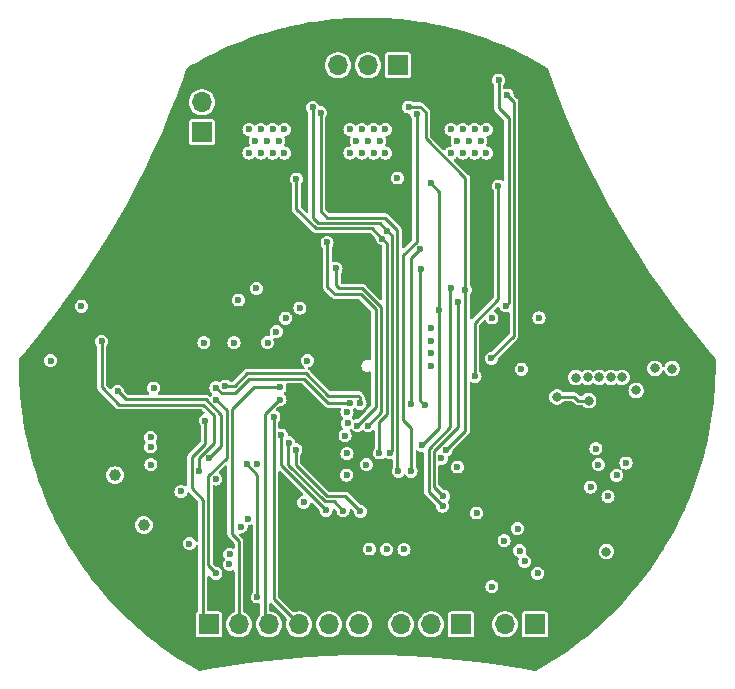
<source format=gbr>
%TF.GenerationSoftware,KiCad,Pcbnew,7.0.9*%
%TF.CreationDate,2023-12-12T05:21:09-05:00*%
%TF.ProjectId,MotorDriver,4d6f746f-7244-4726-9976-65722e6b6963,rev?*%
%TF.SameCoordinates,Original*%
%TF.FileFunction,Copper,L3,Inr*%
%TF.FilePolarity,Positive*%
%FSLAX46Y46*%
G04 Gerber Fmt 4.6, Leading zero omitted, Abs format (unit mm)*
G04 Created by KiCad (PCBNEW 7.0.9) date 2023-12-12 05:21:09*
%MOMM*%
%LPD*%
G01*
G04 APERTURE LIST*
%TA.AperFunction,ComponentPad*%
%ADD10R,1.700000X1.700000*%
%TD*%
%TA.AperFunction,ComponentPad*%
%ADD11O,1.700000X1.700000*%
%TD*%
%TA.AperFunction,ComponentPad*%
%ADD12C,1.007000*%
%TD*%
%TA.AperFunction,ViaPad*%
%ADD13C,0.800000*%
%TD*%
%TA.AperFunction,ViaPad*%
%ADD14C,0.600000*%
%TD*%
%TA.AperFunction,Conductor*%
%ADD15C,0.250000*%
%TD*%
G04 APERTURE END LIST*
D10*
%TO.N,/Microcontroller/NRST*%
%TO.C,J2*%
X70408800Y-156514800D03*
D11*
%TO.N,/Microcontroller/TCK*%
X72948800Y-156514800D03*
%TO.N,/Microcontroller/TMS*%
X75488800Y-156514800D03*
%TO.N,/Microcontroller/SWO*%
X78028800Y-156514800D03*
%TO.N,GND*%
X80568800Y-156514800D03*
%TO.N,+3.3V*%
X83108800Y-156514800D03*
%TD*%
D10*
%TO.N,Net-(J3-Pin_1)*%
%TO.C,J3*%
X97998200Y-156514800D03*
D11*
%TO.N,Net-(J3-Pin_2)*%
X95458200Y-156514800D03*
%TD*%
D10*
%TO.N,Vdrive*%
%TO.C,J4*%
X69824600Y-114838400D03*
D11*
%TO.N,GND*%
X69824600Y-112298400D03*
%TD*%
D10*
%TO.N,/MotorController/MOTA*%
%TO.C,J5*%
X86410800Y-109169200D03*
D11*
%TO.N,/MotorController/MOTB*%
X83870800Y-109169200D03*
%TO.N,/MotorController/MOTC*%
X81330800Y-109169200D03*
%TD*%
D10*
%TO.N,GND*%
%TO.C,J1*%
X91770200Y-156514800D03*
D11*
%TO.N,/Microcontroller/UART_RX*%
X89230200Y-156514800D03*
%TO.N,/Microcontroller/UART_TX*%
X86690200Y-156514800D03*
%TD*%
D12*
%TO.N,Net-(C2-Pad2)*%
%TO.C,Y2*%
X64894800Y-148106841D03*
%TO.N,Net-(C1-Pad2)*%
X62454800Y-143880637D03*
%TD*%
D13*
%TO.N,GND*%
X70789800Y-131902200D03*
X106629200Y-138303000D03*
X94919800Y-108381800D03*
X96621600Y-109270800D03*
X98348800Y-110236000D03*
D14*
%TO.N,Vdrive*%
X59613800Y-129565400D03*
D13*
X105384600Y-135585200D03*
X104444800Y-135585200D03*
X103454200Y-135585200D03*
X102463600Y-135585200D03*
X101473000Y-135610600D03*
%TO.N,GND*%
X99466400Y-136093200D03*
%TO.N,Net-(U4-FB)*%
X102565200Y-137566400D03*
X99872800Y-137261600D03*
%TO.N,+3.3V*%
X106578400Y-136702800D03*
X109626400Y-134848600D03*
X108153200Y-134823200D03*
X104063800Y-150342600D03*
D14*
%TO.N,GND*%
X96799400Y-140970000D03*
X95560767Y-140970000D03*
X97967052Y-140970000D03*
X71678800Y-110617000D03*
X71755000Y-109270800D03*
X70561200Y-109855000D03*
%TO.N,/Microcontroller/CAN2_TX*%
X74508700Y-154178501D03*
X73631460Y-142967637D03*
%TO.N,/Microcontroller/CAN2_RX*%
X74472800Y-142925800D03*
%TO.N,/MotorController/GLB*%
X89204799Y-119151400D03*
X86370800Y-118708800D03*
X89923200Y-129895601D03*
%TO.N,/MotorController/GHB*%
X92115800Y-128168401D03*
%TO.N,/MotorController/GLC*%
X85094263Y-123840187D03*
%TO.N,/MotorController/GHC*%
X85521800Y-123164601D03*
%TO.N,/MotorController/GHB*%
X87325200Y-112699801D03*
%TO.N,/MotorController/GLB*%
X88435633Y-141352344D03*
%TO.N,/MotorController/GHB*%
X90478111Y-141733117D03*
%TO.N,/MotorController/GLC*%
X84836000Y-141988500D03*
X77800200Y-118795801D03*
X91437089Y-143176890D03*
%TO.N,/MotorController/GHC*%
X90076100Y-142447204D03*
X85727631Y-141978381D03*
X79199641Y-112728206D03*
%TO.N,/Encoder/M1_ENC.A*%
X83207489Y-137792090D03*
X71783870Y-136332301D03*
%TO.N,/Encoder/M1_ENC.B*%
X82346800Y-137769601D03*
X70993000Y-136474201D03*
%TO.N,Net-(D1-A)*%
X77764300Y-141723926D03*
X83235800Y-146939001D03*
%TO.N,Net-(D2-A)*%
X77154700Y-141111901D03*
X81762600Y-146888201D03*
%TO.N,Net-(D3-A)*%
X80314800Y-146837401D03*
X76532400Y-140487401D03*
%TO.N,/Microcontroller/SEN.ISENA*%
X65487999Y-142983400D03*
%TO.N,/Microcontroller/SEN.ISENB*%
X65485088Y-141476017D03*
%TO.N,/Microcontroller/SEN.ISENC*%
X65467311Y-140676712D03*
X83997800Y-150114001D03*
%TO.N,/Microcontroller/SEN.ISENA*%
X86918800Y-150164801D03*
%TO.N,/Microcontroller/SEN.ISENB*%
X85445600Y-150164801D03*
%TO.N,+3.3V*%
X56997600Y-134188201D03*
%TO.N,/Microcontroller/NRST*%
X70090700Y-139247798D03*
%TO.N,/Microcontroller/UART_RX*%
X68760300Y-149682201D03*
%TO.N,/Microcontroller/UART_TX*%
X68035800Y-145237201D03*
%TO.N,/Microcontroller/TCK*%
X76413893Y-136435501D03*
%TO.N,/Microcontroller/TMS*%
X76428600Y-137490201D03*
%TO.N,/Microcontroller/SWO*%
X75907900Y-138925301D03*
%TO.N,Vdrive*%
X84353504Y-116604800D03*
X74320296Y-115598084D03*
X84870800Y-115598084D03*
X91421304Y-115598084D03*
X92904008Y-114604800D03*
X91904008Y-116604800D03*
X94361000Y-130556000D03*
X82353504Y-116604800D03*
X96850200Y-134899400D03*
X92904008Y-116604800D03*
X90904008Y-116604800D03*
X76320296Y-115598084D03*
X83353504Y-116604800D03*
X90904008Y-114604800D03*
X92421304Y-115598084D03*
X76803000Y-116604800D03*
X74803000Y-116604800D03*
X91904008Y-114604800D03*
X82870800Y-115598084D03*
X83870800Y-115598084D03*
X93904008Y-114604800D03*
X93421304Y-115598084D03*
X98348800Y-130556000D03*
X73803000Y-116604800D03*
X93904008Y-116604800D03*
X75320296Y-115598084D03*
X83353504Y-114604800D03*
X85353504Y-114604800D03*
X85353504Y-116604800D03*
X75803000Y-114604800D03*
X82353504Y-114604800D03*
X74803000Y-114604800D03*
X75803000Y-116604800D03*
X73803000Y-114604800D03*
X76803000Y-114604800D03*
X84353504Y-114604800D03*
%TO.N,GND*%
X97978033Y-142120000D03*
X95571748Y-142120000D03*
X96774000Y-143230600D03*
X97942400Y-143230600D03*
X95580200Y-143230600D03*
X96810381Y-142120000D03*
%TO.N,+3.3V*%
X70967600Y-144195800D03*
X93065600Y-147066000D03*
X78740000Y-134188200D03*
X69977000Y-132664200D03*
X65735200Y-136499600D03*
X94361000Y-153314401D03*
X78435200Y-146177000D03*
%TO.N,/Encoder/SPI3.CS*%
X89179400Y-131419600D03*
X78105000Y-129717798D03*
%TO.N,/Encoder/SPI3.SCK*%
X89179400Y-132486400D03*
X76911200Y-130581400D03*
%TO.N,/Encoder/SPI3.MISO*%
X89179400Y-133536403D03*
X76112813Y-131710918D03*
%TO.N,/Encoder/SPI3.MOSI*%
X75365759Y-132642731D03*
X89204800Y-134620000D03*
%TO.N,/Encoder/M1_ENC.I*%
X72529698Y-132651498D03*
%TO.N,/MotorController/SPC*%
X91490800Y-129204900D03*
X90243289Y-145646512D03*
X72898000Y-129032000D03*
%TO.N,/MotorController/SNC*%
X90195400Y-146481801D03*
X74422898Y-128065902D03*
X90906600Y-128066801D03*
%TO.N,/MotorController/SPA*%
X87477600Y-137845800D03*
X88315800Y-124688600D03*
%TO.N,/MotorController/SNA*%
X88666906Y-137970900D03*
X88341204Y-126390400D03*
%TO.N,/MotorController/SPB*%
X80416400Y-124155200D03*
X82981800Y-139669900D03*
%TO.N,/MotorController/SNB*%
X83864978Y-139669900D03*
X81178400Y-126365000D03*
%TO.N,Net-(U6-SH)*%
X88011000Y-113309400D03*
X87528400Y-143535400D03*
%TO.N,Net-(U8-SH)*%
X79857600Y-113182401D03*
X86436200Y-143535400D03*
%TO.N,/MotorController/GHA*%
X94310200Y-133985000D03*
X95656400Y-111683800D03*
%TO.N,/MotorController/GLA*%
X94919800Y-119380000D03*
X92930894Y-135495337D03*
%TO.N,/Microcontroller/DRV.INLC*%
X82092800Y-142036798D03*
X103164685Y-141627900D03*
%TO.N,/Microcontroller/DRV.INLB*%
X103378000Y-142976600D03*
X83743800Y-142976600D03*
%TO.N,/Microcontroller/DRV.INLA*%
X102717600Y-144881600D03*
X82067400Y-143865600D03*
%TO.N,/Microcontroller/DRV.ENABLE*%
X70992996Y-152171400D03*
X71045353Y-137491754D03*
X98247196Y-152196800D03*
%TO.N,/Microcontroller/DRV.INHA*%
X104190800Y-145669000D03*
X81933922Y-140521468D03*
%TO.N,/Microcontroller/DRV.INHB*%
X82143600Y-139478202D03*
X104933077Y-143901336D03*
%TO.N,/Microcontroller/DRV.INHC*%
X105714794Y-142849600D03*
X82092800Y-138531600D03*
%TO.N,/Microcontroller/SEN.VSENVM*%
X61315600Y-132537200D03*
X69570600Y-143484600D03*
%TO.N,/Microcontroller/SPI1.CS*%
X97129600Y-151180798D03*
X72136000Y-151434801D03*
%TO.N,/Microcontroller/SPI1.SCK*%
X96722146Y-150265230D03*
X72158489Y-150574112D03*
%TO.N,/Microcontroller/SPI1.MISO*%
X95402406Y-149428200D03*
X73126600Y-148244622D03*
%TO.N,/Microcontroller/SPI1.MOSI*%
X96545400Y-148412200D03*
X73710800Y-147548601D03*
%TO.N,Net-(U5-SH)*%
X94945200Y-110413800D03*
X95516100Y-129514600D03*
%TO.N,/Microcontroller/VDDA*%
X62687200Y-136779000D03*
X70395500Y-142443200D03*
%TD*%
D15*
%TO.N,Net-(U4-FB)*%
X102565200Y-137718800D02*
X102565200Y-137566400D01*
X101355700Y-137245900D02*
X99888500Y-137245900D01*
X101676200Y-137566400D02*
X101355700Y-137245900D01*
X102565200Y-137566400D02*
X101676200Y-137566400D01*
X99888500Y-137245900D02*
X99872800Y-137261600D01*
%TO.N,/MotorController/SPC*%
X89451600Y-141816301D02*
X91490800Y-139777101D01*
X89451600Y-144854823D02*
X89451600Y-141816301D01*
X90243289Y-145646512D02*
X89451600Y-144854823D01*
X91490800Y-139777101D02*
X91490800Y-129204900D01*
%TO.N,/MotorController/SNC*%
X90830400Y-139801105D02*
X89001600Y-141629905D01*
X89001600Y-141629905D02*
X89001600Y-145288002D01*
X89001600Y-145288002D02*
X90195400Y-146481801D01*
X90830400Y-128143001D02*
X90830400Y-139801105D01*
X90906600Y-128066801D02*
X90830400Y-128143001D01*
%TO.N,/MotorController/GLB*%
X89923200Y-139864777D02*
X89923200Y-129895601D01*
X88435633Y-141352344D02*
X89923200Y-139864777D01*
%TO.N,/MotorController/GHB*%
X92115800Y-140095428D02*
X92115800Y-128168401D01*
X90478111Y-141733117D02*
X92115800Y-140095428D01*
%TO.N,/MotorController/SNA*%
X88290400Y-126441204D02*
X88341204Y-126390400D01*
X88290400Y-137594394D02*
X88290400Y-126441204D01*
X88666906Y-137970900D02*
X88290400Y-137594394D01*
%TO.N,/MotorController/SPA*%
X87477600Y-125526800D02*
X88315800Y-124688600D01*
X87477600Y-137845800D02*
X87477600Y-125526800D01*
%TO.N,/MotorController/SNB*%
X84981200Y-129658404D02*
X83389596Y-128066800D01*
X83864978Y-139669900D02*
X84981200Y-138553678D01*
X81178400Y-127787400D02*
X81178400Y-126365000D01*
X81457800Y-128066800D02*
X81178400Y-127787400D01*
X83389596Y-128066800D02*
X81457800Y-128066800D01*
X84981200Y-138553678D02*
X84981200Y-129658404D01*
%TO.N,/MotorController/GLC*%
X84233677Y-122979601D02*
X85094263Y-123840187D01*
X77800200Y-121337196D02*
X79442605Y-122979601D01*
X79442605Y-122979601D02*
X84233677Y-122979601D01*
X77800200Y-118795801D02*
X77800200Y-121337196D01*
%TO.N,Net-(U8-SH)*%
X86360000Y-123118917D02*
X86360000Y-143459200D01*
X85320684Y-122079601D02*
X86360000Y-123118917D01*
X80423601Y-122079601D02*
X85320684Y-122079601D01*
X79857600Y-121513600D02*
X80423601Y-122079601D01*
X79857600Y-113182401D02*
X79857600Y-121513600D01*
X86360000Y-143459200D02*
X86436200Y-143535400D01*
%TO.N,/MotorController/GHC*%
X79629001Y-122529601D02*
X84886800Y-122529601D01*
X84886800Y-122529601D02*
X85521800Y-123164601D01*
X79199641Y-122100241D02*
X79629001Y-122529601D01*
X79199641Y-112728206D02*
X79199641Y-122100241D01*
%TO.N,/MotorController/SPB*%
X84531200Y-138120500D02*
X82981800Y-139669900D01*
X83261200Y-128574800D02*
X84531200Y-129844800D01*
X81076800Y-128574800D02*
X83261200Y-128574800D01*
X80416400Y-127914400D02*
X81076800Y-128574800D01*
X84531200Y-129844800D02*
X84531200Y-138120500D01*
X80416400Y-124155200D02*
X80416400Y-127914400D01*
%TO.N,/MotorController/GLC*%
X85460000Y-124205924D02*
X85094263Y-123840187D01*
X84836000Y-139335274D02*
X85460000Y-138711274D01*
X84836000Y-141988500D02*
X84836000Y-139335274D01*
X85460000Y-138711274D02*
X85460000Y-124205924D01*
%TO.N,/Microcontroller/CAN2_TX*%
X74508700Y-143844877D02*
X73631460Y-142967637D01*
X74508700Y-154178501D02*
X74508700Y-143844877D01*
%TO.N,/MotorController/GLB*%
X89204799Y-119151400D02*
X89923200Y-119869801D01*
X89923200Y-119869801D02*
X89923200Y-129895601D01*
%TO.N,/MotorController/GHB*%
X92115800Y-118700476D02*
X92115800Y-128168401D01*
%TO.N,/MotorController/GHC*%
X85910000Y-123552801D02*
X85521800Y-123164601D01*
X85910000Y-141796012D02*
X85910000Y-123552801D01*
X85727631Y-141978381D02*
X85910000Y-141796012D01*
%TO.N,/MotorController/GHB*%
X88747600Y-115332276D02*
X92115800Y-118700476D01*
X88747600Y-113162116D02*
X88747600Y-115332276D01*
X88269884Y-112684400D02*
X88747600Y-113162116D01*
X87325200Y-112699801D02*
X87340601Y-112684400D01*
X87340601Y-112684400D02*
X88269884Y-112684400D01*
%TO.N,/Encoder/M1_ENC.A*%
X78645296Y-135260501D02*
X73653104Y-135260501D01*
X73653104Y-135260501D02*
X72581304Y-136332301D01*
X72581304Y-136332301D02*
X71783870Y-136332301D01*
X83068000Y-137144601D02*
X80529396Y-137144601D01*
X80529396Y-137144601D02*
X78645296Y-135260501D01*
X83207489Y-137284090D02*
X83068000Y-137144601D01*
X83207489Y-137792090D02*
X83207489Y-137284090D01*
%TO.N,/Encoder/M1_ENC.B*%
X73839500Y-135710501D02*
X72593200Y-136956801D01*
X78458900Y-135710501D02*
X73839500Y-135710501D01*
X71475600Y-136956801D02*
X70993000Y-136474201D01*
X82346800Y-137769601D02*
X80518000Y-137769601D01*
X72593200Y-136956801D02*
X71475600Y-136956801D01*
X80518000Y-137769601D02*
X78458900Y-135710501D01*
%TO.N,Net-(D1-A)*%
X77764300Y-143014109D02*
X77764300Y-141723926D01*
X78119096Y-143368905D02*
X77764300Y-143014109D01*
X81934202Y-145637403D02*
X80387594Y-145637403D01*
X83235800Y-146939001D02*
X81934202Y-145637403D01*
X80387594Y-145637403D02*
X78119096Y-143368905D01*
%TO.N,Net-(D2-A)*%
X77139800Y-143026005D02*
X77139800Y-141126801D01*
X80201198Y-146087403D02*
X77139800Y-143026005D01*
X80961802Y-146087403D02*
X80201198Y-146087403D01*
X77139800Y-141126801D02*
X77154700Y-141111901D01*
X81762600Y-146888201D02*
X80961802Y-146087403D01*
%TO.N,Net-(D3-A)*%
X76530200Y-143052801D02*
X80314800Y-146837401D01*
X76530200Y-140489601D02*
X76530200Y-143052801D01*
X76532400Y-140487401D02*
X76530200Y-140489601D01*
%TO.N,/Microcontroller/SWO*%
X75907900Y-154393900D02*
X78028800Y-156514800D01*
X75907900Y-138925301D02*
X75907900Y-154393900D01*
%TO.N,/Microcontroller/TMS*%
X75133200Y-156159200D02*
X75488800Y-156514800D01*
X76317695Y-137490201D02*
X75133200Y-138674696D01*
X76428600Y-137490201D02*
X76317695Y-137490201D01*
X75133200Y-138674696D02*
X75133200Y-156159200D01*
%TO.N,/Microcontroller/NRST*%
X68945600Y-144993484D02*
X69892600Y-145940484D01*
X68945600Y-142372820D02*
X68945600Y-144993484D01*
X69892600Y-145940484D02*
X69892600Y-155998600D01*
X70104000Y-141214420D02*
X68945600Y-142372820D01*
X70104000Y-139261098D02*
X70104000Y-141214420D01*
X70090700Y-139247798D02*
X70104000Y-139261098D01*
X69892600Y-155998600D02*
X70408800Y-156514800D01*
%TO.N,/Microcontroller/SEN.VSENVM*%
X70815200Y-138786997D02*
X70815200Y-141139616D01*
X69943004Y-137914801D02*
X70815200Y-138786997D01*
X70815200Y-141139616D02*
X69570600Y-142384216D01*
X62797696Y-137914801D02*
X69943004Y-137914801D01*
X69570600Y-142384216D02*
X69570600Y-143484600D01*
X61315600Y-136432705D02*
X62797696Y-137914801D01*
X61315600Y-132537200D02*
X61315600Y-136432705D01*
%TO.N,/Microcontroller/VDDA*%
X70129400Y-137464801D02*
X63373001Y-137464801D01*
X71449200Y-138784601D02*
X70129400Y-137464801D01*
X71449200Y-141389500D02*
X71449200Y-138784601D01*
X63373001Y-137464801D02*
X62687200Y-136779000D01*
X70395500Y-142443200D02*
X71449200Y-141389500D01*
%TO.N,/Microcontroller/DRV.ENABLE*%
X70342600Y-151521004D02*
X70992996Y-152171400D01*
X70342600Y-143936916D02*
X70342600Y-151521004D01*
X71045353Y-137491754D02*
X71899200Y-138345601D01*
X71899200Y-138345601D02*
X71899200Y-142380316D01*
X71899200Y-142380316D02*
X70342600Y-143936916D01*
%TO.N,/Microcontroller/TCK*%
X72349200Y-138267601D02*
X74181300Y-136435501D01*
X72349200Y-148871496D02*
X72349200Y-138267601D01*
X74181300Y-136435501D02*
X76413893Y-136435501D01*
X72948800Y-149471096D02*
X72349200Y-148871496D01*
X72948800Y-156514800D02*
X72948800Y-149471096D01*
%TO.N,Net-(U6-SH)*%
X87528400Y-139868520D02*
X87528400Y-143535400D01*
X86852600Y-139192720D02*
X87528400Y-139868520D01*
X87985600Y-113334800D02*
X87985600Y-124134916D01*
X86852600Y-125267916D02*
X86852600Y-139192720D01*
X87985600Y-124134916D02*
X86852600Y-125267916D01*
X88011000Y-113309400D02*
X87985600Y-113334800D01*
%TO.N,/MotorController/GHA*%
X96240600Y-112268000D02*
X96240600Y-132054600D01*
X96240600Y-132054600D02*
X94310200Y-133985000D01*
X95656400Y-111683800D02*
X96240600Y-112268000D01*
%TO.N,/MotorController/GLA*%
X94919800Y-128971895D02*
X94919800Y-119380000D01*
X92930894Y-135495337D02*
X92930894Y-130960801D01*
X92930894Y-130960801D02*
X94919800Y-128971895D01*
%TO.N,Net-(U5-SH)*%
X95790600Y-113672200D02*
X95790600Y-129240100D01*
X94931400Y-112813000D02*
X95790600Y-113672200D01*
X94931400Y-110427600D02*
X94931400Y-112813000D01*
X95790600Y-129240100D02*
X95516100Y-129514600D01*
X94945200Y-110413800D02*
X94931400Y-110427600D01*
%TD*%
%TA.AperFunction,Conductor*%
%TO.N,GND*%
G36*
X84594268Y-105134054D02*
G01*
X85150520Y-105153601D01*
X85645759Y-105180592D01*
X86201200Y-105219678D01*
X86694701Y-105264583D01*
X87248914Y-105323202D01*
X87739873Y-105385912D01*
X88292349Y-105464053D01*
X88779773Y-105544384D01*
X89292215Y-105635322D01*
X89330088Y-105642044D01*
X89402834Y-105656762D01*
X89813111Y-105739773D01*
X90360952Y-105856977D01*
X90838405Y-105971761D01*
X91383483Y-106108556D01*
X91854333Y-106239999D01*
X92361390Y-106386362D01*
X92396374Y-106396460D01*
X92859337Y-106544009D01*
X92933656Y-106568319D01*
X93398468Y-106720364D01*
X93851657Y-106883139D01*
X94388327Y-107079809D01*
X94829448Y-107256574D01*
X95364770Y-107474366D01*
X95649233Y-107600521D01*
X95789939Y-107662922D01*
X95898111Y-107711425D01*
X96326537Y-107903530D01*
X96727844Y-108099227D01*
X97272394Y-108366752D01*
X97380878Y-108424618D01*
X97628027Y-108556449D01*
X98201143Y-108863448D01*
X98361580Y-108956658D01*
X99059613Y-109362745D01*
X99107662Y-109413471D01*
X99114398Y-109429252D01*
X99375190Y-110180307D01*
X99375191Y-110180310D01*
X99962301Y-111756874D01*
X100584390Y-113319965D01*
X101241151Y-114868809D01*
X101932255Y-116402636D01*
X102657362Y-117920685D01*
X103416110Y-119422202D01*
X104208123Y-120906441D01*
X105033007Y-122372667D01*
X105890354Y-123820150D01*
X106779738Y-125248172D01*
X107700716Y-126656025D01*
X108652833Y-128043010D01*
X109635614Y-129408437D01*
X110648573Y-130751629D01*
X111691206Y-132071920D01*
X112762996Y-133368653D01*
X113247572Y-133929024D01*
X113283027Y-133970024D01*
X113311988Y-134033609D01*
X113313231Y-134050723D01*
X113315908Y-134861703D01*
X113316402Y-135043792D01*
X113295682Y-135694598D01*
X113282181Y-136096460D01*
X113241557Y-136702298D01*
X113210415Y-137147226D01*
X113150446Y-137732650D01*
X113101199Y-138194719D01*
X113022110Y-138767518D01*
X112954673Y-139237633D01*
X112856618Y-139800974D01*
X112771032Y-140274605D01*
X112654148Y-140829904D01*
X112550506Y-141304352D01*
X112414932Y-141852211D01*
X112293388Y-142325516D01*
X112139281Y-142866091D01*
X111999995Y-143336855D01*
X111827534Y-143870029D01*
X111670726Y-144337005D01*
X111480060Y-144862655D01*
X111305994Y-145324736D01*
X111097345Y-145842469D01*
X110906265Y-146298791D01*
X110679853Y-146808225D01*
X110472059Y-147257916D01*
X110228112Y-147758640D01*
X110003942Y-148200876D01*
X109742694Y-148692474D01*
X109502540Y-149126436D01*
X109224216Y-149608507D01*
X108975923Y-150021088D01*
X108968484Y-150033448D01*
X108913426Y-150121517D01*
X108673336Y-150505551D01*
X108402462Y-150920760D01*
X108090789Y-151382397D01*
X107805223Y-151787224D01*
X107477276Y-152237980D01*
X107177593Y-152631670D01*
X106833583Y-153071185D01*
X106520407Y-153453014D01*
X106160534Y-153880936D01*
X105834546Y-154250200D01*
X105459004Y-154666176D01*
X105120962Y-155022174D01*
X104729873Y-155425912D01*
X104380759Y-155767818D01*
X103974050Y-156159192D01*
X103615085Y-156486084D01*
X103192528Y-156865044D01*
X102825225Y-157175911D01*
X102386311Y-157542561D01*
X102012979Y-157835957D01*
X101556386Y-158190911D01*
X101180890Y-158464562D01*
X100703847Y-158809233D01*
X100334075Y-159058684D01*
X99829744Y-159396766D01*
X99488404Y-159609431D01*
X98935218Y-159952736D01*
X98777375Y-160043297D01*
X98073604Y-160446528D01*
X98005650Y-160462776D01*
X97988615Y-160460720D01*
X97207798Y-160311046D01*
X95548899Y-160031216D01*
X93884178Y-159788416D01*
X92214460Y-159582764D01*
X90540574Y-159414365D01*
X88863352Y-159283301D01*
X87183627Y-159189637D01*
X85502232Y-159133420D01*
X83820001Y-159114678D01*
X82137770Y-159133420D01*
X80456375Y-159189637D01*
X78776650Y-159283301D01*
X77099428Y-159414365D01*
X75425542Y-159582764D01*
X73755824Y-159788416D01*
X72091103Y-160031216D01*
X70432204Y-160311046D01*
X69651384Y-160460720D01*
X69581838Y-160454008D01*
X69566395Y-160446528D01*
X68865649Y-160045029D01*
X68704730Y-159952703D01*
X68153093Y-159610361D01*
X67810166Y-159396706D01*
X67306825Y-159059289D01*
X66936081Y-158809183D01*
X66459741Y-158465019D01*
X66083524Y-158190842D01*
X65627560Y-157836377D01*
X65253597Y-157542485D01*
X64815202Y-157176268D01*
X64505391Y-156914060D01*
X64447368Y-156864952D01*
X64283278Y-156717792D01*
X64183882Y-156628650D01*
X64025291Y-156486422D01*
X63665841Y-156159088D01*
X63620790Y-156115736D01*
X63431147Y-155933243D01*
X63259543Y-155768109D01*
X62910047Y-155425830D01*
X62519236Y-155022379D01*
X62519041Y-155022174D01*
X62180912Y-154666084D01*
X62179850Y-154664908D01*
X61805639Y-154250405D01*
X61479378Y-153880833D01*
X61123878Y-153458110D01*
X61119732Y-153453179D01*
X60806352Y-153071102D01*
X60462527Y-152631824D01*
X60342710Y-152474422D01*
X60162656Y-152237886D01*
X59931770Y-151920540D01*
X59834889Y-151787379D01*
X59549130Y-151382279D01*
X59520897Y-151340462D01*
X59237656Y-150920938D01*
X58966567Y-150505398D01*
X58962828Y-150499418D01*
X58864789Y-150342599D01*
X58671631Y-150033632D01*
X58415687Y-149608340D01*
X58345532Y-149486828D01*
X58137560Y-149126610D01*
X58049481Y-148967450D01*
X57897204Y-148692284D01*
X57895897Y-148689825D01*
X57636139Y-148201031D01*
X57588395Y-148106844D01*
X64136029Y-148106844D01*
X64155051Y-148275677D01*
X64211171Y-148436060D01*
X64286479Y-148555912D01*
X64301569Y-148579927D01*
X64421714Y-148700072D01*
X64462157Y-148725484D01*
X64550432Y-148780951D01*
X64565582Y-148790470D01*
X64725958Y-148846588D01*
X64725961Y-148846588D01*
X64725963Y-148846589D01*
X64894796Y-148865612D01*
X64894800Y-148865612D01*
X64894804Y-148865612D01*
X65063636Y-148846589D01*
X65063637Y-148846588D01*
X65063642Y-148846588D01*
X65224018Y-148790470D01*
X65367886Y-148700072D01*
X65488031Y-148579927D01*
X65578429Y-148436059D01*
X65634547Y-148275683D01*
X65634548Y-148275677D01*
X65653571Y-148106844D01*
X65653571Y-148106837D01*
X65634548Y-147938004D01*
X65634547Y-147938002D01*
X65634547Y-147937999D01*
X65578429Y-147777623D01*
X65488031Y-147633755D01*
X65367886Y-147513610D01*
X65337076Y-147494251D01*
X65224019Y-147423212D01*
X65082609Y-147373731D01*
X65063642Y-147367094D01*
X65063641Y-147367093D01*
X65063636Y-147367092D01*
X64894804Y-147348070D01*
X64894796Y-147348070D01*
X64725963Y-147367092D01*
X64565580Y-147423212D01*
X64421713Y-147513610D01*
X64301569Y-147633754D01*
X64211171Y-147777621D01*
X64155051Y-147938004D01*
X64136029Y-148106837D01*
X64136029Y-148106844D01*
X57588395Y-148106844D01*
X57566839Y-148064319D01*
X57411817Y-147758498D01*
X57168001Y-147258041D01*
X57167943Y-147257916D01*
X56960071Y-146808056D01*
X56733794Y-146298926D01*
X56695083Y-146206478D01*
X56542553Y-145842220D01*
X56521598Y-145790224D01*
X56334062Y-145324877D01*
X56331893Y-145319118D01*
X56159843Y-144862389D01*
X55969325Y-144337150D01*
X55816032Y-143880640D01*
X61696029Y-143880640D01*
X61715051Y-144049473D01*
X61771171Y-144209856D01*
X61844369Y-144326350D01*
X61861569Y-144353723D01*
X61981714Y-144473868D01*
X62125582Y-144564266D01*
X62285958Y-144620384D01*
X62285961Y-144620384D01*
X62285963Y-144620385D01*
X62454796Y-144639408D01*
X62454800Y-144639408D01*
X62454804Y-144639408D01*
X62623636Y-144620385D01*
X62623637Y-144620384D01*
X62623642Y-144620384D01*
X62784018Y-144564266D01*
X62927886Y-144473868D01*
X63048031Y-144353723D01*
X63138429Y-144209855D01*
X63194547Y-144049479D01*
X63194548Y-144049473D01*
X63213571Y-143880640D01*
X63213571Y-143880633D01*
X63194548Y-143711800D01*
X63194547Y-143711798D01*
X63194547Y-143711795D01*
X63138429Y-143551419D01*
X63137537Y-143550000D01*
X63073760Y-143448499D01*
X63048031Y-143407551D01*
X62927886Y-143287406D01*
X62784019Y-143197008D01*
X62629040Y-143142779D01*
X62623642Y-143140890D01*
X62623641Y-143140889D01*
X62623636Y-143140888D01*
X62454804Y-143121866D01*
X62454796Y-143121866D01*
X62285963Y-143140888D01*
X62125580Y-143197008D01*
X61981713Y-143287406D01*
X61861569Y-143407550D01*
X61771171Y-143551417D01*
X61715051Y-143711800D01*
X61696029Y-143880633D01*
X61696029Y-143880640D01*
X55816032Y-143880640D01*
X55812378Y-143869759D01*
X55640043Y-143336975D01*
X55535430Y-142983400D01*
X64932749Y-142983400D01*
X64943084Y-143061904D01*
X64951669Y-143127108D01*
X64951670Y-143127112D01*
X65007136Y-143261022D01*
X65007137Y-143261024D01*
X65007138Y-143261025D01*
X65095378Y-143376021D01*
X65210374Y-143464261D01*
X65344290Y-143519730D01*
X65471279Y-143536448D01*
X65487998Y-143538650D01*
X65487999Y-143538650D01*
X65488000Y-143538650D01*
X65502976Y-143536678D01*
X65631708Y-143519730D01*
X65765624Y-143464261D01*
X65880620Y-143376021D01*
X65968860Y-143261025D01*
X66024329Y-143127109D01*
X66043249Y-142983400D01*
X66042739Y-142979530D01*
X66036937Y-142935456D01*
X66024329Y-142839691D01*
X65968908Y-142705891D01*
X65968861Y-142705777D01*
X65968860Y-142705776D01*
X65968860Y-142705775D01*
X65880620Y-142590779D01*
X65765624Y-142502539D01*
X65765623Y-142502538D01*
X65765621Y-142502537D01*
X65631711Y-142447071D01*
X65631709Y-142447070D01*
X65631708Y-142447070D01*
X65559853Y-142437610D01*
X65488000Y-142428150D01*
X65487998Y-142428150D01*
X65344290Y-142447070D01*
X65344286Y-142447071D01*
X65210376Y-142502537D01*
X65095378Y-142590779D01*
X65007136Y-142705777D01*
X64951670Y-142839687D01*
X64951669Y-142839691D01*
X64933259Y-142979530D01*
X64932749Y-142983400D01*
X55535430Y-142983400D01*
X55521245Y-142935456D01*
X55500615Y-142865729D01*
X55346653Y-142325663D01*
X55343471Y-142313271D01*
X55224996Y-141851925D01*
X55089515Y-141304439D01*
X54985772Y-140829530D01*
X54953606Y-140676712D01*
X64912061Y-140676712D01*
X64927916Y-140797144D01*
X64930981Y-140820420D01*
X64930982Y-140820424D01*
X64969779Y-140914089D01*
X64986450Y-140954337D01*
X65027258Y-141007519D01*
X65031050Y-141012460D01*
X65056245Y-141077629D01*
X65042207Y-141146074D01*
X65031052Y-141163432D01*
X65004226Y-141198392D01*
X65004226Y-141198393D01*
X64948759Y-141332304D01*
X64948758Y-141332308D01*
X64929838Y-141476017D01*
X64947077Y-141606961D01*
X64948758Y-141619725D01*
X64948759Y-141619729D01*
X65004225Y-141753639D01*
X65004226Y-141753641D01*
X65004227Y-141753642D01*
X65092467Y-141868638D01*
X65207463Y-141956878D01*
X65341379Y-142012347D01*
X65468368Y-142029065D01*
X65485087Y-142031267D01*
X65485088Y-142031267D01*
X65485089Y-142031267D01*
X65500659Y-142029217D01*
X65628797Y-142012347D01*
X65762713Y-141956878D01*
X65877709Y-141868638D01*
X65965949Y-141753642D01*
X66021418Y-141619726D01*
X66040338Y-141476017D01*
X66021418Y-141332308D01*
X65965949Y-141198392D01*
X65921346Y-141140264D01*
X65896153Y-141075098D01*
X65910191Y-141006653D01*
X65921340Y-140989304D01*
X65948172Y-140954337D01*
X66003641Y-140820421D01*
X66022561Y-140676712D01*
X66003641Y-140533003D01*
X65948172Y-140399087D01*
X65859932Y-140284091D01*
X65744936Y-140195851D01*
X65744935Y-140195850D01*
X65744933Y-140195849D01*
X65611023Y-140140383D01*
X65611021Y-140140382D01*
X65611020Y-140140382D01*
X65523405Y-140128847D01*
X65467312Y-140121462D01*
X65467310Y-140121462D01*
X65323602Y-140140382D01*
X65323598Y-140140383D01*
X65189688Y-140195849D01*
X65074690Y-140284091D01*
X64986448Y-140399089D01*
X64930982Y-140532999D01*
X64930981Y-140533003D01*
X64927255Y-140561308D01*
X64912061Y-140676712D01*
X54953606Y-140676712D01*
X54868990Y-140274715D01*
X54783310Y-139800568D01*
X54685341Y-139237723D01*
X54666172Y-139104089D01*
X54623875Y-138809223D01*
X54617809Y-138766937D01*
X54564677Y-138382130D01*
X54538811Y-138194803D01*
X54536449Y-138172636D01*
X54489493Y-137732063D01*
X54429593Y-137147306D01*
X54398380Y-136701380D01*
X54357825Y-136096572D01*
X54357822Y-136096460D01*
X54344259Y-135692768D01*
X54323600Y-135043870D01*
X54324103Y-134858187D01*
X54326313Y-134188201D01*
X56442350Y-134188201D01*
X56456500Y-134295682D01*
X56461270Y-134331909D01*
X56461271Y-134331913D01*
X56516737Y-134465823D01*
X56516738Y-134465825D01*
X56516739Y-134465826D01*
X56604979Y-134580822D01*
X56719975Y-134669062D01*
X56853891Y-134724531D01*
X56980880Y-134741249D01*
X56997599Y-134743451D01*
X56997600Y-134743451D01*
X56997601Y-134743451D01*
X57012577Y-134741479D01*
X57141309Y-134724531D01*
X57275225Y-134669062D01*
X57390221Y-134580822D01*
X57478461Y-134465826D01*
X57533930Y-134331910D01*
X57552850Y-134188201D01*
X57533930Y-134044492D01*
X57478461Y-133910576D01*
X57390221Y-133795580D01*
X57275225Y-133707340D01*
X57275224Y-133707339D01*
X57275222Y-133707338D01*
X57141312Y-133651872D01*
X57141310Y-133651871D01*
X57141309Y-133651871D01*
X57069454Y-133642411D01*
X56997601Y-133632951D01*
X56997599Y-133632951D01*
X56853891Y-133651871D01*
X56853887Y-133651872D01*
X56719977Y-133707338D01*
X56604979Y-133795580D01*
X56516737Y-133910578D01*
X56461271Y-134044488D01*
X56461270Y-134044492D01*
X56449589Y-134133220D01*
X56442350Y-134188201D01*
X54326313Y-134188201D01*
X54326767Y-134050724D01*
X54346672Y-133983752D01*
X54356971Y-133970027D01*
X54362526Y-133963604D01*
X54877006Y-133368653D01*
X55564226Y-132537200D01*
X60760350Y-132537200D01*
X60779270Y-132680908D01*
X60779271Y-132680912D01*
X60834737Y-132814822D01*
X60834738Y-132814824D01*
X60834739Y-132814825D01*
X60914476Y-132918740D01*
X60939670Y-132983909D01*
X60940100Y-132994226D01*
X60940100Y-136380901D01*
X60937462Y-136406339D01*
X60935233Y-136416973D01*
X60935233Y-136416974D01*
X60935233Y-136416976D01*
X60939623Y-136452196D01*
X60940100Y-136459872D01*
X60940100Y-136463821D01*
X60943942Y-136486846D01*
X60950734Y-136541332D01*
X60952973Y-136548852D01*
X60955534Y-136556313D01*
X60955535Y-136556315D01*
X60973827Y-136590116D01*
X60981655Y-136604582D01*
X61005774Y-136653916D01*
X61010342Y-136660314D01*
X61015182Y-136666532D01*
X61055571Y-136703714D01*
X62495545Y-138143687D01*
X62511673Y-138163546D01*
X62517612Y-138172637D01*
X62545628Y-138194442D01*
X62551389Y-138199531D01*
X62554178Y-138202320D01*
X62573179Y-138215886D01*
X62602129Y-138238419D01*
X62616507Y-138249610D01*
X62623418Y-138253350D01*
X62630496Y-138256811D01*
X62683101Y-138272472D01*
X62735036Y-138290301D01*
X62735038Y-138290301D01*
X62742775Y-138291592D01*
X62750605Y-138292568D01*
X62750607Y-138292569D01*
X62750608Y-138292568D01*
X62750609Y-138292569D01*
X62805451Y-138290301D01*
X69736105Y-138290301D01*
X69803144Y-138309986D01*
X69823786Y-138326620D01*
X70001474Y-138504308D01*
X70034959Y-138565631D01*
X70029975Y-138635323D01*
X69988103Y-138691256D01*
X69954231Y-138707711D01*
X69954499Y-138708358D01*
X69813077Y-138766935D01*
X69698079Y-138855177D01*
X69609837Y-138970175D01*
X69554371Y-139104085D01*
X69554370Y-139104089D01*
X69535450Y-139247798D01*
X69553161Y-139382327D01*
X69554370Y-139391506D01*
X69554371Y-139391510D01*
X69609837Y-139525420D01*
X69609838Y-139525422D01*
X69609839Y-139525423D01*
X69683877Y-139621911D01*
X69702876Y-139646670D01*
X69728070Y-139711840D01*
X69728500Y-139722157D01*
X69728500Y-141007519D01*
X69708815Y-141074558D01*
X69692181Y-141095200D01*
X68716708Y-142070672D01*
X68696854Y-142086796D01*
X68687765Y-142092734D01*
X68687764Y-142092735D01*
X68665963Y-142120743D01*
X68660886Y-142126494D01*
X68658084Y-142129297D01*
X68658074Y-142129308D01*
X68644505Y-142148315D01*
X68610792Y-142191628D01*
X68607047Y-142198549D01*
X68603588Y-142205624D01*
X68587929Y-142258223D01*
X68570100Y-142310158D01*
X68568806Y-142317912D01*
X68567831Y-142325731D01*
X68570100Y-142380575D01*
X68570100Y-144701847D01*
X68550415Y-144768886D01*
X68497611Y-144814641D01*
X68428453Y-144824585D01*
X68370615Y-144800224D01*
X68313425Y-144756340D01*
X68313424Y-144756339D01*
X68313422Y-144756338D01*
X68179512Y-144700872D01*
X68179510Y-144700871D01*
X68179509Y-144700871D01*
X68084101Y-144688310D01*
X68035801Y-144681951D01*
X68035799Y-144681951D01*
X67892091Y-144700871D01*
X67892087Y-144700872D01*
X67758177Y-144756338D01*
X67643179Y-144844580D01*
X67554937Y-144959578D01*
X67499471Y-145093488D01*
X67499470Y-145093492D01*
X67487010Y-145188137D01*
X67480550Y-145237201D01*
X67490307Y-145311315D01*
X67499470Y-145380909D01*
X67499471Y-145380913D01*
X67554937Y-145514823D01*
X67554938Y-145514824D01*
X67554939Y-145514826D01*
X67643179Y-145629822D01*
X67758175Y-145718062D01*
X67892091Y-145773531D01*
X68018854Y-145790220D01*
X68035799Y-145792451D01*
X68035800Y-145792451D01*
X68035801Y-145792451D01*
X68052746Y-145790220D01*
X68179509Y-145773531D01*
X68313425Y-145718062D01*
X68428421Y-145629822D01*
X68516661Y-145514826D01*
X68568437Y-145389824D01*
X68612275Y-145335425D01*
X68678568Y-145313359D01*
X68746268Y-145330637D01*
X68770677Y-145349599D01*
X69480781Y-146059702D01*
X69514266Y-146121025D01*
X69517100Y-146147383D01*
X69517100Y-149447363D01*
X69497415Y-149514402D01*
X69444611Y-149560157D01*
X69375453Y-149570101D01*
X69311897Y-149541076D01*
X69278539Y-149494815D01*
X69241162Y-149404578D01*
X69241161Y-149404577D01*
X69241161Y-149404576D01*
X69152921Y-149289580D01*
X69037925Y-149201340D01*
X69037924Y-149201339D01*
X69037922Y-149201338D01*
X68904012Y-149145872D01*
X68904010Y-149145871D01*
X68904009Y-149145871D01*
X68832154Y-149136411D01*
X68760301Y-149126951D01*
X68760299Y-149126951D01*
X68616591Y-149145871D01*
X68616587Y-149145872D01*
X68482677Y-149201338D01*
X68367679Y-149289580D01*
X68279437Y-149404578D01*
X68223971Y-149538488D01*
X68223970Y-149538492D01*
X68205050Y-149682200D01*
X68205050Y-149682201D01*
X68223970Y-149825909D01*
X68223971Y-149825913D01*
X68279437Y-149959823D01*
X68279438Y-149959825D01*
X68279439Y-149959826D01*
X68367679Y-150074822D01*
X68482675Y-150163062D01*
X68616591Y-150218531D01*
X68743580Y-150235249D01*
X68760299Y-150237451D01*
X68760300Y-150237451D01*
X68760301Y-150237451D01*
X68775277Y-150235479D01*
X68904009Y-150218531D01*
X69037925Y-150163062D01*
X69152921Y-150074822D01*
X69241161Y-149959826D01*
X69278539Y-149869585D01*
X69322379Y-149815182D01*
X69388673Y-149793117D01*
X69456373Y-149810396D01*
X69503983Y-149861533D01*
X69517100Y-149917038D01*
X69517100Y-155325110D01*
X69497415Y-155392149D01*
X69461990Y-155428213D01*
X69461060Y-155428833D01*
X69461060Y-155428834D01*
X69411170Y-155462169D01*
X69378199Y-155484199D01*
X69322833Y-155567060D01*
X69322832Y-155567064D01*
X69308300Y-155640121D01*
X69308300Y-157389478D01*
X69322832Y-157462535D01*
X69322833Y-157462539D01*
X69322834Y-157462540D01*
X69378199Y-157545401D01*
X69460354Y-157600294D01*
X69461060Y-157600766D01*
X69461064Y-157600767D01*
X69534121Y-157615299D01*
X69534124Y-157615300D01*
X69534126Y-157615300D01*
X71283476Y-157615300D01*
X71283477Y-157615299D01*
X71356540Y-157600766D01*
X71439401Y-157545401D01*
X71494766Y-157462540D01*
X71509300Y-157389474D01*
X71509300Y-155640126D01*
X71509300Y-155640123D01*
X71509299Y-155640121D01*
X71494767Y-155567064D01*
X71494766Y-155567060D01*
X71439401Y-155484199D01*
X71356540Y-155428834D01*
X71356539Y-155428833D01*
X71356535Y-155428832D01*
X71283477Y-155414300D01*
X71283474Y-155414300D01*
X70392100Y-155414300D01*
X70325061Y-155394615D01*
X70279306Y-155341811D01*
X70268100Y-155290300D01*
X70268100Y-152483262D01*
X70287785Y-152416223D01*
X70340589Y-152370468D01*
X70409747Y-152360524D01*
X70473303Y-152389549D01*
X70506661Y-152435810D01*
X70512133Y-152449022D01*
X70512134Y-152449024D01*
X70512135Y-152449025D01*
X70600375Y-152564021D01*
X70715371Y-152652261D01*
X70849287Y-152707730D01*
X70976276Y-152724448D01*
X70992995Y-152726650D01*
X70992996Y-152726650D01*
X70992997Y-152726650D01*
X71007973Y-152724678D01*
X71136705Y-152707730D01*
X71270621Y-152652261D01*
X71385617Y-152564021D01*
X71473857Y-152449025D01*
X71529326Y-152315109D01*
X71548246Y-152171400D01*
X71529326Y-152027691D01*
X71473857Y-151893775D01*
X71385617Y-151778779D01*
X71270621Y-151690539D01*
X71270620Y-151690538D01*
X71270618Y-151690537D01*
X71136708Y-151635071D01*
X71136706Y-151635070D01*
X71136705Y-151635070D01*
X71120039Y-151632875D01*
X71006842Y-151617972D01*
X70942946Y-151589705D01*
X70935348Y-151582714D01*
X70754419Y-151401785D01*
X70720934Y-151340462D01*
X70718100Y-151314104D01*
X70718100Y-144859597D01*
X70737785Y-144792558D01*
X70790589Y-144746803D01*
X70858285Y-144736658D01*
X70931920Y-144746352D01*
X70967599Y-144751050D01*
X70967600Y-144751050D01*
X70967601Y-144751050D01*
X70982577Y-144749078D01*
X71111309Y-144732130D01*
X71245225Y-144676661D01*
X71360221Y-144588421D01*
X71448461Y-144473425D01*
X71503930Y-144339509D01*
X71522850Y-144195800D01*
X71503930Y-144052091D01*
X71452539Y-143928020D01*
X71448462Y-143918177D01*
X71448461Y-143918176D01*
X71448461Y-143918175D01*
X71360221Y-143803179D01*
X71272743Y-143736054D01*
X71231543Y-143679629D01*
X71227388Y-143609883D01*
X71260549Y-143550002D01*
X71762020Y-143048532D01*
X71823342Y-143015048D01*
X71893034Y-143020032D01*
X71948967Y-143061904D01*
X71973384Y-143127368D01*
X71973700Y-143136214D01*
X71973700Y-148819692D01*
X71971062Y-148845130D01*
X71968833Y-148855764D01*
X71968833Y-148855765D01*
X71968833Y-148855767D01*
X71973223Y-148890987D01*
X71973700Y-148898663D01*
X71973700Y-148902612D01*
X71977542Y-148925637D01*
X71984334Y-148980123D01*
X71986573Y-148987643D01*
X71989134Y-148995104D01*
X71989135Y-148995106D01*
X71997174Y-149009961D01*
X72015255Y-149043373D01*
X72039374Y-149092707D01*
X72043942Y-149099105D01*
X72048782Y-149105323D01*
X72089171Y-149142505D01*
X72536981Y-149590314D01*
X72570466Y-149651637D01*
X72573300Y-149677995D01*
X72573300Y-149964496D01*
X72553615Y-150031535D01*
X72500811Y-150077290D01*
X72431653Y-150087234D01*
X72401849Y-150079058D01*
X72302198Y-150037782D01*
X72302197Y-150037781D01*
X72302195Y-150037781D01*
X72158490Y-150018862D01*
X72158488Y-150018862D01*
X72014780Y-150037782D01*
X72014776Y-150037783D01*
X71880866Y-150093249D01*
X71765868Y-150181491D01*
X71677626Y-150296489D01*
X71622160Y-150430399D01*
X71622159Y-150430403D01*
X71607355Y-150542852D01*
X71603239Y-150574112D01*
X71619961Y-150701129D01*
X71622159Y-150717820D01*
X71622160Y-150717824D01*
X71677627Y-150851735D01*
X71677628Y-150851738D01*
X71725646Y-150914315D01*
X71750841Y-150979484D01*
X71736803Y-151047929D01*
X71725647Y-151065288D01*
X71655139Y-151157175D01*
X71655138Y-151157177D01*
X71599671Y-151291088D01*
X71599670Y-151291092D01*
X71580750Y-151434800D01*
X71580750Y-151434801D01*
X71599670Y-151578509D01*
X71599671Y-151578513D01*
X71655137Y-151712423D01*
X71655138Y-151712425D01*
X71655139Y-151712426D01*
X71743379Y-151827422D01*
X71858375Y-151915662D01*
X71858376Y-151915662D01*
X71858377Y-151915663D01*
X71903013Y-151934151D01*
X71992291Y-151971131D01*
X72119280Y-151987849D01*
X72135999Y-151990051D01*
X72136000Y-151990051D01*
X72136001Y-151990051D01*
X72150977Y-151988079D01*
X72279709Y-151971131D01*
X72401848Y-151920539D01*
X72471317Y-151913071D01*
X72533796Y-151944346D01*
X72569448Y-152004435D01*
X72573300Y-152035101D01*
X72573300Y-155395130D01*
X72553615Y-155462169D01*
X72500811Y-155507924D01*
X72494095Y-155510756D01*
X72456171Y-155525447D01*
X72456159Y-155525453D01*
X72282760Y-155632817D01*
X72282758Y-155632819D01*
X72132037Y-155770218D01*
X72009127Y-155932978D01*
X71918222Y-156115539D01*
X71918217Y-156115552D01*
X71862402Y-156311717D01*
X71843585Y-156514799D01*
X71843585Y-156514800D01*
X71862402Y-156717882D01*
X71918217Y-156914047D01*
X71918222Y-156914060D01*
X72009127Y-157096621D01*
X72132037Y-157259381D01*
X72282758Y-157396780D01*
X72282760Y-157396782D01*
X72381941Y-157458192D01*
X72456163Y-157504148D01*
X72646344Y-157577824D01*
X72846824Y-157615300D01*
X72846826Y-157615300D01*
X73050774Y-157615300D01*
X73050776Y-157615300D01*
X73251256Y-157577824D01*
X73441437Y-157504148D01*
X73614841Y-157396781D01*
X73765564Y-157259379D01*
X73888473Y-157096621D01*
X73979382Y-156914050D01*
X74035197Y-156717883D01*
X74054015Y-156514800D01*
X74051385Y-156486422D01*
X74035197Y-156311717D01*
X74035196Y-156311715D01*
X73979382Y-156115550D01*
X73976636Y-156110036D01*
X73888604Y-155933243D01*
X73888473Y-155932979D01*
X73765564Y-155770221D01*
X73765562Y-155770218D01*
X73614841Y-155632819D01*
X73614839Y-155632817D01*
X73441440Y-155525453D01*
X73441428Y-155525447D01*
X73403505Y-155510756D01*
X73348104Y-155468183D01*
X73324514Y-155402416D01*
X73324300Y-155395130D01*
X73324300Y-149522899D01*
X73326939Y-149497454D01*
X73327585Y-149494370D01*
X73329167Y-149486827D01*
X73327087Y-149470147D01*
X73324777Y-149451604D01*
X73324300Y-149443928D01*
X73324300Y-149439985D01*
X73324299Y-149439979D01*
X73322333Y-149428199D01*
X73320455Y-149416943D01*
X73318914Y-149404576D01*
X73313665Y-149362469D01*
X73311417Y-149354923D01*
X73308865Y-149347486D01*
X73282742Y-149299215D01*
X73275542Y-149284487D01*
X73258626Y-149249884D01*
X73258623Y-149249881D01*
X73258623Y-149249880D01*
X73254067Y-149243498D01*
X73249223Y-149237274D01*
X73249219Y-149237270D01*
X73208841Y-149200099D01*
X73018703Y-149009961D01*
X72985218Y-148948638D01*
X72990202Y-148878946D01*
X73032074Y-148823013D01*
X73097538Y-148798596D01*
X73122574Y-148799341D01*
X73124196Y-148799555D01*
X73126599Y-148799872D01*
X73126600Y-148799872D01*
X73126601Y-148799872D01*
X73141577Y-148797900D01*
X73270309Y-148780952D01*
X73404225Y-148725483D01*
X73519221Y-148637243D01*
X73607461Y-148522247D01*
X73662930Y-148388331D01*
X73681850Y-148244622D01*
X73680311Y-148232934D01*
X73691075Y-148163902D01*
X73737454Y-148111645D01*
X73787063Y-148093810D01*
X73854509Y-148084931D01*
X73961748Y-148040512D01*
X74031217Y-148033043D01*
X74093696Y-148064319D01*
X74129348Y-148124408D01*
X74133200Y-148155073D01*
X74133200Y-153721475D01*
X74113515Y-153788514D01*
X74107582Y-153796953D01*
X74066318Y-153850729D01*
X74027837Y-153900878D01*
X73972371Y-154034788D01*
X73972370Y-154034792D01*
X73953450Y-154178500D01*
X73953450Y-154178501D01*
X73972370Y-154322209D01*
X73972371Y-154322213D01*
X74027837Y-154456123D01*
X74027838Y-154456125D01*
X74027839Y-154456126D01*
X74116079Y-154571122D01*
X74231075Y-154659362D01*
X74231076Y-154659362D01*
X74231077Y-154659363D01*
X74259698Y-154671218D01*
X74364991Y-154714831D01*
X74490736Y-154731386D01*
X74508699Y-154733751D01*
X74508699Y-154733750D01*
X74508700Y-154733751D01*
X74617517Y-154719424D01*
X74686549Y-154730189D01*
X74738805Y-154776568D01*
X74757700Y-154842363D01*
X74757700Y-155637376D01*
X74738015Y-155704415D01*
X74717239Y-155729013D01*
X74672035Y-155770221D01*
X74549127Y-155932978D01*
X74458222Y-156115539D01*
X74458217Y-156115552D01*
X74402402Y-156311717D01*
X74383585Y-156514799D01*
X74383585Y-156514800D01*
X74402402Y-156717882D01*
X74458217Y-156914047D01*
X74458222Y-156914060D01*
X74549127Y-157096621D01*
X74672037Y-157259381D01*
X74822758Y-157396780D01*
X74822760Y-157396782D01*
X74921941Y-157458192D01*
X74996163Y-157504148D01*
X75186344Y-157577824D01*
X75386824Y-157615300D01*
X75386826Y-157615300D01*
X75590774Y-157615300D01*
X75590776Y-157615300D01*
X75791256Y-157577824D01*
X75981437Y-157504148D01*
X76154841Y-157396781D01*
X76305564Y-157259379D01*
X76428473Y-157096621D01*
X76519382Y-156914050D01*
X76575197Y-156717883D01*
X76594015Y-156514800D01*
X76591385Y-156486422D01*
X76575197Y-156311717D01*
X76575196Y-156311715D01*
X76519382Y-156115550D01*
X76516636Y-156110036D01*
X76428604Y-155933243D01*
X76428473Y-155932979D01*
X76305564Y-155770221D01*
X76305562Y-155770218D01*
X76154841Y-155632819D01*
X76154839Y-155632817D01*
X75981442Y-155525455D01*
X75981439Y-155525453D01*
X75981437Y-155525452D01*
X75981436Y-155525451D01*
X75981435Y-155525451D01*
X75864299Y-155480073D01*
X75791256Y-155451776D01*
X75609914Y-155417877D01*
X75547634Y-155386210D01*
X75512361Y-155325897D01*
X75508700Y-155295989D01*
X75508700Y-154825099D01*
X75528385Y-154758060D01*
X75581189Y-154712305D01*
X75650347Y-154702361D01*
X75713903Y-154731386D01*
X75720381Y-154737418D01*
X76969089Y-155986126D01*
X77002574Y-156047449D01*
X76998131Y-156109565D01*
X76999786Y-156110036D01*
X76942403Y-156311715D01*
X76942402Y-156311717D01*
X76923585Y-156514799D01*
X76923585Y-156514800D01*
X76942402Y-156717882D01*
X76998217Y-156914047D01*
X76998222Y-156914060D01*
X77089127Y-157096621D01*
X77212037Y-157259381D01*
X77362758Y-157396780D01*
X77362760Y-157396782D01*
X77461941Y-157458192D01*
X77536163Y-157504148D01*
X77726344Y-157577824D01*
X77926824Y-157615300D01*
X77926826Y-157615300D01*
X78130774Y-157615300D01*
X78130776Y-157615300D01*
X78331256Y-157577824D01*
X78521437Y-157504148D01*
X78694841Y-157396781D01*
X78845564Y-157259379D01*
X78968473Y-157096621D01*
X79059382Y-156914050D01*
X79115197Y-156717883D01*
X79134015Y-156514800D01*
X79464087Y-156514800D01*
X79482896Y-156717789D01*
X79482897Y-156717792D01*
X79538683Y-156913863D01*
X79538686Y-156913869D01*
X79629554Y-157096356D01*
X79752408Y-157259042D01*
X79903060Y-157396378D01*
X80076384Y-157503697D01*
X80266478Y-157577339D01*
X80466872Y-157614800D01*
X80670728Y-157614800D01*
X80871121Y-157577339D01*
X81061215Y-157503697D01*
X81234539Y-157396378D01*
X81385191Y-157259042D01*
X81508045Y-157096356D01*
X81598913Y-156913869D01*
X81598916Y-156913863D01*
X81654702Y-156717792D01*
X81654703Y-156717789D01*
X81673513Y-156514800D01*
X82003585Y-156514800D01*
X82022402Y-156717882D01*
X82078217Y-156914047D01*
X82078222Y-156914060D01*
X82169127Y-157096621D01*
X82292037Y-157259381D01*
X82442758Y-157396780D01*
X82442760Y-157396782D01*
X82541941Y-157458192D01*
X82616163Y-157504148D01*
X82806344Y-157577824D01*
X83006824Y-157615300D01*
X83006826Y-157615300D01*
X83210774Y-157615300D01*
X83210776Y-157615300D01*
X83411256Y-157577824D01*
X83601437Y-157504148D01*
X83774841Y-157396781D01*
X83925564Y-157259379D01*
X84048473Y-157096621D01*
X84139382Y-156914050D01*
X84195197Y-156717883D01*
X84214015Y-156514800D01*
X85584985Y-156514800D01*
X85603802Y-156717882D01*
X85659617Y-156914047D01*
X85659622Y-156914060D01*
X85750527Y-157096621D01*
X85873437Y-157259381D01*
X86024158Y-157396780D01*
X86024160Y-157396782D01*
X86123341Y-157458192D01*
X86197563Y-157504148D01*
X86387744Y-157577824D01*
X86588224Y-157615300D01*
X86588226Y-157615300D01*
X86792174Y-157615300D01*
X86792176Y-157615300D01*
X86992656Y-157577824D01*
X87182837Y-157504148D01*
X87356241Y-157396781D01*
X87506964Y-157259379D01*
X87629873Y-157096621D01*
X87720782Y-156914050D01*
X87776597Y-156717883D01*
X87795415Y-156514800D01*
X88124985Y-156514800D01*
X88143802Y-156717882D01*
X88199617Y-156914047D01*
X88199622Y-156914060D01*
X88290527Y-157096621D01*
X88413437Y-157259381D01*
X88564158Y-157396780D01*
X88564160Y-157396782D01*
X88663341Y-157458192D01*
X88737563Y-157504148D01*
X88927744Y-157577824D01*
X89128224Y-157615300D01*
X89128226Y-157615300D01*
X89332174Y-157615300D01*
X89332176Y-157615300D01*
X89532656Y-157577824D01*
X89722837Y-157504148D01*
X89896241Y-157396781D01*
X89904307Y-157389428D01*
X90670200Y-157389428D01*
X90684703Y-157462340D01*
X90684705Y-157462344D01*
X90739960Y-157545039D01*
X90822655Y-157600294D01*
X90822659Y-157600296D01*
X90895571Y-157614799D01*
X90895574Y-157614800D01*
X92644826Y-157614800D01*
X92644828Y-157614799D01*
X92717740Y-157600296D01*
X92717744Y-157600294D01*
X92800439Y-157545039D01*
X92855694Y-157462344D01*
X92855696Y-157462340D01*
X92870199Y-157389428D01*
X92870200Y-157389426D01*
X92870200Y-156514800D01*
X94352985Y-156514800D01*
X94371802Y-156717882D01*
X94427617Y-156914047D01*
X94427622Y-156914060D01*
X94518527Y-157096621D01*
X94641437Y-157259381D01*
X94792158Y-157396780D01*
X94792160Y-157396782D01*
X94891341Y-157458192D01*
X94965563Y-157504148D01*
X95155744Y-157577824D01*
X95356224Y-157615300D01*
X95356226Y-157615300D01*
X95560174Y-157615300D01*
X95560176Y-157615300D01*
X95760656Y-157577824D01*
X95950837Y-157504148D01*
X96124241Y-157396781D01*
X96132252Y-157389478D01*
X96897700Y-157389478D01*
X96912232Y-157462535D01*
X96912233Y-157462539D01*
X96912234Y-157462540D01*
X96967599Y-157545401D01*
X97049754Y-157600294D01*
X97050460Y-157600766D01*
X97050464Y-157600767D01*
X97123521Y-157615299D01*
X97123524Y-157615300D01*
X97123526Y-157615300D01*
X98872876Y-157615300D01*
X98872877Y-157615299D01*
X98945940Y-157600766D01*
X99028801Y-157545401D01*
X99084166Y-157462540D01*
X99098700Y-157389474D01*
X99098700Y-155640126D01*
X99098700Y-155640123D01*
X99098699Y-155640121D01*
X99084167Y-155567064D01*
X99084166Y-155567060D01*
X99028801Y-155484199D01*
X98945940Y-155428834D01*
X98945939Y-155428833D01*
X98945935Y-155428832D01*
X98872877Y-155414300D01*
X98872874Y-155414300D01*
X97123526Y-155414300D01*
X97123523Y-155414300D01*
X97050464Y-155428832D01*
X97050460Y-155428833D01*
X96967599Y-155484199D01*
X96912233Y-155567060D01*
X96912232Y-155567064D01*
X96897700Y-155640121D01*
X96897700Y-157389478D01*
X96132252Y-157389478D01*
X96274964Y-157259379D01*
X96397873Y-157096621D01*
X96488782Y-156914050D01*
X96544597Y-156717883D01*
X96563415Y-156514800D01*
X96560785Y-156486422D01*
X96544597Y-156311717D01*
X96544596Y-156311715D01*
X96488782Y-156115550D01*
X96486036Y-156110036D01*
X96398004Y-155933243D01*
X96397873Y-155932979D01*
X96274964Y-155770221D01*
X96274962Y-155770218D01*
X96124241Y-155632819D01*
X96124239Y-155632817D01*
X95950842Y-155525455D01*
X95950839Y-155525453D01*
X95950837Y-155525452D01*
X95950836Y-155525451D01*
X95950835Y-155525451D01*
X95833699Y-155480073D01*
X95760656Y-155451776D01*
X95560176Y-155414300D01*
X95356224Y-155414300D01*
X95155744Y-155451776D01*
X95155741Y-155451776D01*
X95155741Y-155451777D01*
X94965564Y-155525451D01*
X94965557Y-155525455D01*
X94792160Y-155632817D01*
X94792158Y-155632819D01*
X94641437Y-155770218D01*
X94518527Y-155932978D01*
X94427622Y-156115539D01*
X94427617Y-156115552D01*
X94371802Y-156311717D01*
X94352985Y-156514799D01*
X94352985Y-156514800D01*
X92870200Y-156514800D01*
X92870200Y-155640173D01*
X92870199Y-155640171D01*
X92855696Y-155567259D01*
X92855694Y-155567255D01*
X92800439Y-155484560D01*
X92717744Y-155429305D01*
X92717740Y-155429303D01*
X92644827Y-155414800D01*
X90895573Y-155414800D01*
X90822659Y-155429303D01*
X90822655Y-155429305D01*
X90739960Y-155484560D01*
X90684705Y-155567255D01*
X90684703Y-155567259D01*
X90670200Y-155640171D01*
X90670200Y-157389428D01*
X89904307Y-157389428D01*
X90046964Y-157259379D01*
X90169873Y-157096621D01*
X90260782Y-156914050D01*
X90316597Y-156717883D01*
X90335415Y-156514800D01*
X90332785Y-156486422D01*
X90316597Y-156311717D01*
X90316596Y-156311715D01*
X90260782Y-156115550D01*
X90258036Y-156110036D01*
X90170004Y-155933243D01*
X90169873Y-155932979D01*
X90046964Y-155770221D01*
X90046962Y-155770218D01*
X89896241Y-155632819D01*
X89896239Y-155632817D01*
X89722842Y-155525455D01*
X89722839Y-155525453D01*
X89722837Y-155525452D01*
X89722836Y-155525451D01*
X89722835Y-155525451D01*
X89605699Y-155480073D01*
X89532656Y-155451776D01*
X89332176Y-155414300D01*
X89128224Y-155414300D01*
X88927744Y-155451776D01*
X88927741Y-155451776D01*
X88927741Y-155451777D01*
X88737564Y-155525451D01*
X88737557Y-155525455D01*
X88564160Y-155632817D01*
X88564158Y-155632819D01*
X88413437Y-155770218D01*
X88290527Y-155932978D01*
X88199622Y-156115539D01*
X88199617Y-156115552D01*
X88143802Y-156311717D01*
X88124985Y-156514799D01*
X88124985Y-156514800D01*
X87795415Y-156514800D01*
X87792785Y-156486422D01*
X87776597Y-156311717D01*
X87776596Y-156311715D01*
X87720782Y-156115550D01*
X87718036Y-156110036D01*
X87630004Y-155933243D01*
X87629873Y-155932979D01*
X87506964Y-155770221D01*
X87506962Y-155770218D01*
X87356241Y-155632819D01*
X87356239Y-155632817D01*
X87182842Y-155525455D01*
X87182839Y-155525453D01*
X87182837Y-155525452D01*
X87182836Y-155525451D01*
X87182835Y-155525451D01*
X87065699Y-155480073D01*
X86992656Y-155451776D01*
X86792176Y-155414300D01*
X86588224Y-155414300D01*
X86387744Y-155451776D01*
X86387741Y-155451776D01*
X86387741Y-155451777D01*
X86197564Y-155525451D01*
X86197557Y-155525455D01*
X86024160Y-155632817D01*
X86024158Y-155632819D01*
X85873437Y-155770218D01*
X85750527Y-155932978D01*
X85659622Y-156115539D01*
X85659617Y-156115552D01*
X85603802Y-156311717D01*
X85584985Y-156514799D01*
X85584985Y-156514800D01*
X84214015Y-156514800D01*
X84211385Y-156486422D01*
X84195197Y-156311717D01*
X84195196Y-156311715D01*
X84139382Y-156115550D01*
X84136636Y-156110036D01*
X84048604Y-155933243D01*
X84048473Y-155932979D01*
X83925564Y-155770221D01*
X83925562Y-155770218D01*
X83774841Y-155632819D01*
X83774839Y-155632817D01*
X83601442Y-155525455D01*
X83601439Y-155525453D01*
X83601437Y-155525452D01*
X83601436Y-155525451D01*
X83601435Y-155525451D01*
X83484299Y-155480073D01*
X83411256Y-155451776D01*
X83210776Y-155414300D01*
X83006824Y-155414300D01*
X82806344Y-155451776D01*
X82806341Y-155451776D01*
X82806341Y-155451777D01*
X82616164Y-155525451D01*
X82616157Y-155525455D01*
X82442760Y-155632817D01*
X82442758Y-155632819D01*
X82292037Y-155770218D01*
X82169127Y-155932978D01*
X82078222Y-156115539D01*
X82078217Y-156115552D01*
X82022402Y-156311717D01*
X82003585Y-156514799D01*
X82003585Y-156514800D01*
X81673513Y-156514800D01*
X81673513Y-156514799D01*
X81654703Y-156311810D01*
X81654702Y-156311807D01*
X81598916Y-156115736D01*
X81598913Y-156115730D01*
X81508045Y-155933243D01*
X81385191Y-155770557D01*
X81234539Y-155633221D01*
X81061215Y-155525902D01*
X80871121Y-155452260D01*
X80670728Y-155414800D01*
X80466872Y-155414800D01*
X80266478Y-155452260D01*
X80076384Y-155525902D01*
X79903060Y-155633221D01*
X79752408Y-155770557D01*
X79629554Y-155933243D01*
X79538686Y-156115730D01*
X79538683Y-156115736D01*
X79482897Y-156311807D01*
X79482896Y-156311810D01*
X79464087Y-156514799D01*
X79464087Y-156514800D01*
X79134015Y-156514800D01*
X79131385Y-156486422D01*
X79115197Y-156311717D01*
X79115196Y-156311715D01*
X79059382Y-156115550D01*
X79056636Y-156110036D01*
X78968604Y-155933243D01*
X78968473Y-155932979D01*
X78845564Y-155770221D01*
X78845562Y-155770218D01*
X78694841Y-155632819D01*
X78694839Y-155632817D01*
X78521442Y-155525455D01*
X78521439Y-155525453D01*
X78521437Y-155525452D01*
X78521436Y-155525451D01*
X78521435Y-155525451D01*
X78404299Y-155480073D01*
X78331256Y-155451776D01*
X78130776Y-155414300D01*
X77926824Y-155414300D01*
X77852396Y-155428213D01*
X77726336Y-155451777D01*
X77636243Y-155486679D01*
X77566620Y-155492540D01*
X77504880Y-155459830D01*
X77503770Y-155458733D01*
X76319719Y-154274681D01*
X76286234Y-154213358D01*
X76283400Y-154187000D01*
X76283400Y-153314401D01*
X93805750Y-153314401D01*
X93824670Y-153458109D01*
X93824671Y-153458113D01*
X93880137Y-153592023D01*
X93880138Y-153592025D01*
X93880139Y-153592026D01*
X93968379Y-153707022D01*
X94083375Y-153795262D01*
X94217291Y-153850731D01*
X94344280Y-153867449D01*
X94360999Y-153869651D01*
X94361000Y-153869651D01*
X94361001Y-153869651D01*
X94375977Y-153867679D01*
X94504709Y-153850731D01*
X94638625Y-153795262D01*
X94753621Y-153707022D01*
X94841861Y-153592026D01*
X94897330Y-153458110D01*
X94916250Y-153314401D01*
X94897330Y-153170692D01*
X94860350Y-153081414D01*
X94841862Y-153036778D01*
X94841861Y-153036777D01*
X94841861Y-153036776D01*
X94753621Y-152921780D01*
X94638625Y-152833540D01*
X94638624Y-152833539D01*
X94638622Y-152833538D01*
X94504712Y-152778072D01*
X94504710Y-152778071D01*
X94504709Y-152778071D01*
X94432854Y-152768611D01*
X94361001Y-152759151D01*
X94360999Y-152759151D01*
X94217291Y-152778071D01*
X94217287Y-152778072D01*
X94083377Y-152833538D01*
X93968379Y-152921780D01*
X93880137Y-153036778D01*
X93824671Y-153170688D01*
X93824670Y-153170692D01*
X93805750Y-153314400D01*
X93805750Y-153314401D01*
X76283400Y-153314401D01*
X76283400Y-152196800D01*
X97691946Y-152196800D01*
X97710866Y-152340508D01*
X97710867Y-152340512D01*
X97766333Y-152474422D01*
X97766334Y-152474424D01*
X97766335Y-152474425D01*
X97854575Y-152589421D01*
X97969571Y-152677661D01*
X98103487Y-152733130D01*
X98230476Y-152749848D01*
X98247195Y-152752050D01*
X98247196Y-152752050D01*
X98247197Y-152752050D01*
X98262173Y-152750078D01*
X98390905Y-152733130D01*
X98524821Y-152677661D01*
X98639817Y-152589421D01*
X98728057Y-152474425D01*
X98783526Y-152340509D01*
X98802446Y-152196800D01*
X98783526Y-152053091D01*
X98738483Y-151944346D01*
X98728058Y-151919177D01*
X98728057Y-151919176D01*
X98728057Y-151919175D01*
X98639817Y-151804179D01*
X98524821Y-151715939D01*
X98524820Y-151715938D01*
X98524818Y-151715937D01*
X98390908Y-151660471D01*
X98390906Y-151660470D01*
X98390905Y-151660470D01*
X98319050Y-151651010D01*
X98247197Y-151641550D01*
X98247195Y-151641550D01*
X98103487Y-151660470D01*
X98103483Y-151660471D01*
X97969573Y-151715937D01*
X97854575Y-151804179D01*
X97766333Y-151919177D01*
X97710867Y-152053087D01*
X97710866Y-152053091D01*
X97691946Y-152196799D01*
X97691946Y-152196800D01*
X76283400Y-152196800D01*
X76283400Y-150114001D01*
X83442550Y-150114001D01*
X83461470Y-150257709D01*
X83461471Y-150257713D01*
X83516937Y-150391623D01*
X83516938Y-150391625D01*
X83516939Y-150391626D01*
X83605179Y-150506622D01*
X83720175Y-150594862D01*
X83854091Y-150650331D01*
X83981080Y-150667049D01*
X83997799Y-150669251D01*
X83997800Y-150669251D01*
X83997801Y-150669251D01*
X84012777Y-150667279D01*
X84141509Y-150650331D01*
X84275425Y-150594862D01*
X84390421Y-150506622D01*
X84478661Y-150391626D01*
X84534130Y-150257710D01*
X84546362Y-150164801D01*
X84890350Y-150164801D01*
X84909270Y-150308509D01*
X84909271Y-150308513D01*
X84964737Y-150442423D01*
X84964738Y-150442425D01*
X84964739Y-150442426D01*
X85052979Y-150557422D01*
X85167975Y-150645662D01*
X85167976Y-150645662D01*
X85167977Y-150645663D01*
X85197400Y-150657850D01*
X85301891Y-150701131D01*
X85428654Y-150717820D01*
X85445599Y-150720051D01*
X85445600Y-150720051D01*
X85445601Y-150720051D01*
X85462546Y-150717820D01*
X85589309Y-150701131D01*
X85723225Y-150645662D01*
X85838221Y-150557422D01*
X85926461Y-150442426D01*
X85981930Y-150308510D01*
X86000850Y-150164801D01*
X86363550Y-150164801D01*
X86382470Y-150308509D01*
X86382471Y-150308513D01*
X86437937Y-150442423D01*
X86437938Y-150442425D01*
X86437939Y-150442426D01*
X86526179Y-150557422D01*
X86641175Y-150645662D01*
X86641176Y-150645662D01*
X86641177Y-150645663D01*
X86670600Y-150657850D01*
X86775091Y-150701131D01*
X86901854Y-150717820D01*
X86918799Y-150720051D01*
X86918800Y-150720051D01*
X86918801Y-150720051D01*
X86935746Y-150717820D01*
X87062509Y-150701131D01*
X87196425Y-150645662D01*
X87311421Y-150557422D01*
X87399661Y-150442426D01*
X87455130Y-150308510D01*
X87460828Y-150265230D01*
X96166896Y-150265230D01*
X96185816Y-150408938D01*
X96185817Y-150408942D01*
X96241283Y-150542852D01*
X96241284Y-150542854D01*
X96241285Y-150542855D01*
X96329525Y-150657851D01*
X96444521Y-150746091D01*
X96559810Y-150793844D01*
X96614211Y-150837683D01*
X96636276Y-150903977D01*
X96626917Y-150955855D01*
X96593270Y-151037088D01*
X96593270Y-151037089D01*
X96574350Y-151180798D01*
X96591900Y-151314104D01*
X96593270Y-151324506D01*
X96593271Y-151324510D01*
X96648737Y-151458420D01*
X96648738Y-151458422D01*
X96648739Y-151458423D01*
X96736979Y-151573419D01*
X96851975Y-151661659D01*
X96985891Y-151717128D01*
X97112880Y-151733846D01*
X97129599Y-151736048D01*
X97129600Y-151736048D01*
X97129601Y-151736048D01*
X97144577Y-151734076D01*
X97273309Y-151717128D01*
X97407225Y-151661659D01*
X97522221Y-151573419D01*
X97610461Y-151458423D01*
X97665930Y-151324507D01*
X97684850Y-151180798D01*
X97665930Y-151037089D01*
X97610461Y-150903173D01*
X97522221Y-150788177D01*
X97407225Y-150699937D01*
X97407224Y-150699936D01*
X97407222Y-150699935D01*
X97291938Y-150652184D01*
X97237534Y-150608344D01*
X97215469Y-150542050D01*
X97224829Y-150490171D01*
X97244605Y-150442426D01*
X97258476Y-150408939D01*
X97267210Y-150342600D01*
X103408522Y-150342600D01*
X103427562Y-150499418D01*
X103463760Y-150594862D01*
X103483580Y-150647123D01*
X103573317Y-150777130D01*
X103691560Y-150881883D01*
X103691562Y-150881884D01*
X103831434Y-150955296D01*
X103984814Y-150993100D01*
X103984815Y-150993100D01*
X104142785Y-150993100D01*
X104296165Y-150955296D01*
X104436040Y-150881883D01*
X104554283Y-150777130D01*
X104644020Y-150647123D01*
X104700037Y-150499418D01*
X104719078Y-150342600D01*
X104709146Y-150260797D01*
X104700037Y-150185781D01*
X104675666Y-150121521D01*
X104644020Y-150038077D01*
X104554283Y-149908070D01*
X104436040Y-149803317D01*
X104436038Y-149803316D01*
X104436037Y-149803315D01*
X104296165Y-149729903D01*
X104142786Y-149692100D01*
X104142785Y-149692100D01*
X103984815Y-149692100D01*
X103984814Y-149692100D01*
X103831434Y-149729903D01*
X103691562Y-149803315D01*
X103666057Y-149825910D01*
X103596900Y-149887178D01*
X103573316Y-149908071D01*
X103483581Y-150038075D01*
X103483580Y-150038076D01*
X103427562Y-150185781D01*
X103408522Y-150342599D01*
X103408522Y-150342600D01*
X97267210Y-150342600D01*
X97277396Y-150265230D01*
X97258476Y-150121521D01*
X97203007Y-149987605D01*
X97114767Y-149872609D01*
X96999771Y-149784369D01*
X96999770Y-149784368D01*
X96999768Y-149784367D01*
X96865858Y-149728901D01*
X96865856Y-149728900D01*
X96865855Y-149728900D01*
X96794000Y-149719440D01*
X96722147Y-149709980D01*
X96722145Y-149709980D01*
X96578437Y-149728900D01*
X96578433Y-149728901D01*
X96444523Y-149784367D01*
X96329525Y-149872609D01*
X96241283Y-149987607D01*
X96185817Y-150121517D01*
X96185816Y-150121521D01*
X96166896Y-150265229D01*
X96166896Y-150265230D01*
X87460828Y-150265230D01*
X87474050Y-150164801D01*
X87455130Y-150021092D01*
X87408316Y-149908071D01*
X87399662Y-149887178D01*
X87399661Y-149887177D01*
X87399661Y-149887176D01*
X87311421Y-149772180D01*
X87196425Y-149683940D01*
X87196424Y-149683939D01*
X87196422Y-149683938D01*
X87062512Y-149628472D01*
X87062510Y-149628471D01*
X87062509Y-149628471D01*
X86990654Y-149619011D01*
X86918801Y-149609551D01*
X86918799Y-149609551D01*
X86775091Y-149628471D01*
X86775087Y-149628472D01*
X86641177Y-149683938D01*
X86526179Y-149772180D01*
X86437937Y-149887178D01*
X86382471Y-150021088D01*
X86382470Y-150021092D01*
X86363550Y-150164800D01*
X86363550Y-150164801D01*
X86000850Y-150164801D01*
X85981930Y-150021092D01*
X85935116Y-149908071D01*
X85926462Y-149887178D01*
X85926461Y-149887177D01*
X85926461Y-149887176D01*
X85838221Y-149772180D01*
X85723225Y-149683940D01*
X85723224Y-149683939D01*
X85723222Y-149683938D01*
X85589312Y-149628472D01*
X85589310Y-149628471D01*
X85589309Y-149628471D01*
X85517454Y-149619011D01*
X85445601Y-149609551D01*
X85445599Y-149609551D01*
X85301891Y-149628471D01*
X85301887Y-149628472D01*
X85167977Y-149683938D01*
X85052979Y-149772180D01*
X84964737Y-149887178D01*
X84909271Y-150021088D01*
X84909270Y-150021092D01*
X84890350Y-150164800D01*
X84890350Y-150164801D01*
X84546362Y-150164801D01*
X84553050Y-150114001D01*
X84534130Y-149970292D01*
X84478661Y-149836376D01*
X84390421Y-149721380D01*
X84275425Y-149633140D01*
X84275424Y-149633139D01*
X84275422Y-149633138D01*
X84141512Y-149577672D01*
X84141510Y-149577671D01*
X84141509Y-149577671D01*
X84069654Y-149568211D01*
X83997801Y-149558751D01*
X83997799Y-149558751D01*
X83854091Y-149577671D01*
X83854087Y-149577672D01*
X83720177Y-149633138D01*
X83605179Y-149721380D01*
X83516937Y-149836378D01*
X83461471Y-149970288D01*
X83461470Y-149970292D01*
X83442550Y-150114000D01*
X83442550Y-150114001D01*
X76283400Y-150114001D01*
X76283400Y-149428200D01*
X94847156Y-149428200D01*
X94861676Y-149538492D01*
X94866076Y-149571908D01*
X94866077Y-149571912D01*
X94921543Y-149705822D01*
X94921544Y-149705824D01*
X94921545Y-149705825D01*
X95009785Y-149820821D01*
X95124781Y-149909061D01*
X95258697Y-149964530D01*
X95385686Y-149981248D01*
X95402405Y-149983450D01*
X95402406Y-149983450D01*
X95402407Y-149983450D01*
X95417383Y-149981478D01*
X95546115Y-149964530D01*
X95680031Y-149909061D01*
X95795027Y-149820821D01*
X95883267Y-149705825D01*
X95938736Y-149571909D01*
X95957656Y-149428200D01*
X95938736Y-149284491D01*
X95883267Y-149150575D01*
X95795027Y-149035579D01*
X95680031Y-148947339D01*
X95680030Y-148947338D01*
X95680028Y-148947337D01*
X95546118Y-148891871D01*
X95546116Y-148891870D01*
X95546115Y-148891870D01*
X95474260Y-148882410D01*
X95402407Y-148872950D01*
X95402405Y-148872950D01*
X95258697Y-148891870D01*
X95258693Y-148891871D01*
X95124783Y-148947337D01*
X95009785Y-149035579D01*
X94921543Y-149150577D01*
X94866077Y-149284487D01*
X94866076Y-149284491D01*
X94864138Y-149299215D01*
X94847156Y-149428200D01*
X76283400Y-149428200D01*
X76283400Y-148412200D01*
X95990150Y-148412200D01*
X95997239Y-148466049D01*
X96009070Y-148555908D01*
X96009071Y-148555912D01*
X96064537Y-148689822D01*
X96064538Y-148689824D01*
X96064539Y-148689825D01*
X96152779Y-148804821D01*
X96267775Y-148893061D01*
X96267776Y-148893061D01*
X96267777Y-148893062D01*
X96290833Y-148902612D01*
X96401691Y-148948530D01*
X96528680Y-148965248D01*
X96545399Y-148967450D01*
X96545400Y-148967450D01*
X96545401Y-148967450D01*
X96560377Y-148965478D01*
X96689109Y-148948530D01*
X96823025Y-148893061D01*
X96938021Y-148804821D01*
X97026261Y-148689825D01*
X97081730Y-148555909D01*
X97100650Y-148412200D01*
X97081730Y-148268491D01*
X97044750Y-148179213D01*
X97026262Y-148134577D01*
X97026261Y-148134576D01*
X97026261Y-148134575D01*
X96938021Y-148019579D01*
X96823025Y-147931339D01*
X96823024Y-147931338D01*
X96823022Y-147931337D01*
X96689112Y-147875871D01*
X96689110Y-147875870D01*
X96689109Y-147875870D01*
X96617254Y-147866410D01*
X96545401Y-147856950D01*
X96545399Y-147856950D01*
X96401691Y-147875870D01*
X96401687Y-147875871D01*
X96267777Y-147931337D01*
X96152779Y-148019579D01*
X96064537Y-148134577D01*
X96009071Y-148268487D01*
X96009070Y-148268491D01*
X95993293Y-148388330D01*
X95990150Y-148412200D01*
X76283400Y-148412200D01*
X76283400Y-143636400D01*
X76303085Y-143569361D01*
X76355889Y-143523606D01*
X76425047Y-143513662D01*
X76488603Y-143542687D01*
X76495081Y-143548719D01*
X78374850Y-145428488D01*
X78408335Y-145489811D01*
X78403351Y-145559503D01*
X78361479Y-145615436D01*
X78303356Y-145639107D01*
X78291491Y-145640670D01*
X78291487Y-145640671D01*
X78157577Y-145696137D01*
X78042579Y-145784379D01*
X77954337Y-145899377D01*
X77898871Y-146033287D01*
X77898870Y-146033291D01*
X77879950Y-146176999D01*
X77879950Y-146177000D01*
X77898870Y-146320708D01*
X77898871Y-146320712D01*
X77954337Y-146454622D01*
X77954338Y-146454624D01*
X77954339Y-146454625D01*
X78042579Y-146569621D01*
X78157575Y-146657861D01*
X78291491Y-146713330D01*
X78418480Y-146730048D01*
X78435199Y-146732250D01*
X78435200Y-146732250D01*
X78435201Y-146732250D01*
X78450177Y-146730278D01*
X78578909Y-146713330D01*
X78712825Y-146657861D01*
X78827821Y-146569621D01*
X78916061Y-146454625D01*
X78971530Y-146320709D01*
X78973092Y-146308844D01*
X79001354Y-146244952D01*
X79059677Y-146206478D01*
X79129542Y-146205644D01*
X79183711Y-146237349D01*
X79726114Y-146779752D01*
X79759599Y-146841075D01*
X79761372Y-146851246D01*
X79778470Y-146981109D01*
X79778471Y-146981113D01*
X79833937Y-147115023D01*
X79833938Y-147115025D01*
X79833939Y-147115026D01*
X79922179Y-147230022D01*
X80037175Y-147318262D01*
X80171091Y-147373731D01*
X80298080Y-147390449D01*
X80314799Y-147392651D01*
X80314800Y-147392651D01*
X80314801Y-147392651D01*
X80329777Y-147390679D01*
X80458509Y-147373731D01*
X80592425Y-147318262D01*
X80707421Y-147230022D01*
X80795661Y-147115026D01*
X80851130Y-146981110D01*
X80870050Y-146837401D01*
X80870050Y-146829273D01*
X80872569Y-146829273D01*
X80881383Y-146772720D01*
X80927759Y-146720461D01*
X80995027Y-146701570D01*
X81061829Y-146722045D01*
X81081242Y-146737880D01*
X81173914Y-146830552D01*
X81207399Y-146891875D01*
X81209172Y-146902046D01*
X81226270Y-147031909D01*
X81226271Y-147031913D01*
X81281737Y-147165823D01*
X81281738Y-147165825D01*
X81281739Y-147165826D01*
X81369979Y-147280822D01*
X81484975Y-147369062D01*
X81484976Y-147369062D01*
X81484977Y-147369063D01*
X81496247Y-147373731D01*
X81618891Y-147424531D01*
X81745880Y-147441249D01*
X81762599Y-147443451D01*
X81762600Y-147443451D01*
X81762601Y-147443451D01*
X81777577Y-147441479D01*
X81906309Y-147424531D01*
X82040225Y-147369062D01*
X82155221Y-147280822D01*
X82243461Y-147165826D01*
X82298930Y-147031910D01*
X82317850Y-146888201D01*
X82314571Y-146863295D01*
X82325336Y-146794261D01*
X82371716Y-146742005D01*
X82438984Y-146723119D01*
X82505785Y-146743599D01*
X82525191Y-146759429D01*
X82647114Y-146881352D01*
X82680599Y-146942675D01*
X82682372Y-146952846D01*
X82699470Y-147082709D01*
X82699471Y-147082713D01*
X82754937Y-147216623D01*
X82754938Y-147216625D01*
X82754939Y-147216626D01*
X82843179Y-147331622D01*
X82958175Y-147419862D01*
X82958176Y-147419862D01*
X82958177Y-147419863D01*
X82969447Y-147424531D01*
X83092091Y-147475331D01*
X83219080Y-147492049D01*
X83235799Y-147494251D01*
X83235800Y-147494251D01*
X83235801Y-147494251D01*
X83250777Y-147492279D01*
X83379509Y-147475331D01*
X83513425Y-147419862D01*
X83628421Y-147331622D01*
X83716661Y-147216626D01*
X83772130Y-147082710D01*
X83774330Y-147066000D01*
X92510350Y-147066000D01*
X92529270Y-147209708D01*
X92529271Y-147209712D01*
X92584737Y-147343622D01*
X92584738Y-147343624D01*
X92584739Y-147343625D01*
X92672979Y-147458621D01*
X92787975Y-147546861D01*
X92787976Y-147546861D01*
X92787977Y-147546862D01*
X92820396Y-147560290D01*
X92921891Y-147602330D01*
X93048880Y-147619048D01*
X93065599Y-147621250D01*
X93065600Y-147621250D01*
X93065601Y-147621250D01*
X93080577Y-147619278D01*
X93209309Y-147602330D01*
X93343225Y-147546861D01*
X93458221Y-147458621D01*
X93546461Y-147343625D01*
X93601930Y-147209709D01*
X93620850Y-147066000D01*
X93601930Y-146922291D01*
X93549326Y-146795292D01*
X93546462Y-146788377D01*
X93546461Y-146788376D01*
X93546461Y-146788375D01*
X93458221Y-146673379D01*
X93343225Y-146585139D01*
X93343224Y-146585138D01*
X93343222Y-146585137D01*
X93209312Y-146529671D01*
X93209310Y-146529670D01*
X93209309Y-146529670D01*
X93137454Y-146520210D01*
X93065601Y-146510750D01*
X93065599Y-146510750D01*
X92921891Y-146529670D01*
X92921887Y-146529671D01*
X92787977Y-146585137D01*
X92672979Y-146673379D01*
X92584737Y-146788377D01*
X92529271Y-146922287D01*
X92529270Y-146922291D01*
X92510350Y-147065999D01*
X92510350Y-147066000D01*
X83774330Y-147066000D01*
X83791050Y-146939001D01*
X83772130Y-146795292D01*
X83716661Y-146661376D01*
X83628421Y-146546380D01*
X83513425Y-146458140D01*
X83513424Y-146458139D01*
X83513422Y-146458138D01*
X83379512Y-146402672D01*
X83379510Y-146402671D01*
X83379509Y-146402671D01*
X83362843Y-146400476D01*
X83249646Y-146385573D01*
X83185750Y-146357306D01*
X83178152Y-146350315D01*
X82236351Y-145408514D01*
X82220224Y-145388655D01*
X82214288Y-145379570D01*
X82214285Y-145379566D01*
X82199325Y-145367922D01*
X82186274Y-145357764D01*
X82180512Y-145352675D01*
X82177717Y-145349880D01*
X82158707Y-145336309D01*
X82157571Y-145335425D01*
X82136621Y-145319118D01*
X82115391Y-145302593D01*
X82108476Y-145298851D01*
X82101402Y-145295393D01*
X82048798Y-145279732D01*
X81996860Y-145261902D01*
X81989125Y-145260611D01*
X81981287Y-145259634D01*
X81926446Y-145261903D01*
X80594493Y-145261903D01*
X80527454Y-145242218D01*
X80506812Y-145225584D01*
X79146829Y-143865600D01*
X81512150Y-143865600D01*
X81531070Y-144009308D01*
X81531071Y-144009312D01*
X81586537Y-144143222D01*
X81586538Y-144143224D01*
X81586539Y-144143225D01*
X81674779Y-144258221D01*
X81789775Y-144346461D01*
X81923691Y-144401930D01*
X82050680Y-144418648D01*
X82067399Y-144420850D01*
X82067400Y-144420850D01*
X82067401Y-144420850D01*
X82082377Y-144418878D01*
X82211109Y-144401930D01*
X82345025Y-144346461D01*
X82460021Y-144258221D01*
X82548261Y-144143225D01*
X82603730Y-144009309D01*
X82622650Y-143865600D01*
X82603730Y-143721891D01*
X82563063Y-143623710D01*
X82548262Y-143587977D01*
X82548261Y-143587976D01*
X82548261Y-143587975D01*
X82460021Y-143472979D01*
X82345025Y-143384739D01*
X82345024Y-143384738D01*
X82345022Y-143384737D01*
X82211112Y-143329271D01*
X82211110Y-143329270D01*
X82211109Y-143329270D01*
X82139254Y-143319810D01*
X82067401Y-143310350D01*
X82067399Y-143310350D01*
X81923691Y-143329270D01*
X81923687Y-143329271D01*
X81789777Y-143384737D01*
X81674779Y-143472979D01*
X81586537Y-143587977D01*
X81531071Y-143721887D01*
X81531070Y-143721891D01*
X81512150Y-143865599D01*
X81512150Y-143865600D01*
X79146829Y-143865600D01*
X78362614Y-143081385D01*
X78257829Y-142976600D01*
X83188550Y-142976600D01*
X83205901Y-143108395D01*
X83207470Y-143120308D01*
X83207471Y-143120312D01*
X83262937Y-143254222D01*
X83262938Y-143254224D01*
X83262939Y-143254225D01*
X83351179Y-143369221D01*
X83466175Y-143457461D01*
X83600091Y-143512930D01*
X83727080Y-143529648D01*
X83743799Y-143531850D01*
X83743800Y-143531850D01*
X83743801Y-143531850D01*
X83758777Y-143529878D01*
X83887509Y-143512930D01*
X84021425Y-143457461D01*
X84136421Y-143369221D01*
X84224661Y-143254225D01*
X84280130Y-143120309D01*
X84299050Y-142976600D01*
X84280130Y-142832891D01*
X84235369Y-142724826D01*
X84224662Y-142698977D01*
X84224661Y-142698976D01*
X84224661Y-142698975D01*
X84136421Y-142583979D01*
X84021425Y-142495739D01*
X84021424Y-142495738D01*
X84021422Y-142495737D01*
X83887512Y-142440271D01*
X83887510Y-142440270D01*
X83887509Y-142440270D01*
X83805089Y-142429419D01*
X83743801Y-142421350D01*
X83743799Y-142421350D01*
X83600091Y-142440270D01*
X83600087Y-142440271D01*
X83466177Y-142495737D01*
X83351179Y-142583979D01*
X83262937Y-142698977D01*
X83207471Y-142832887D01*
X83207470Y-142832891D01*
X83198732Y-142899265D01*
X83188550Y-142976600D01*
X78257829Y-142976600D01*
X78176119Y-142894890D01*
X78142634Y-142833567D01*
X78139800Y-142807209D01*
X78139800Y-142180952D01*
X78159485Y-142113913D01*
X78165417Y-142105473D01*
X78218114Y-142036798D01*
X81537550Y-142036798D01*
X81544132Y-142086796D01*
X81556470Y-142180506D01*
X81556471Y-142180510D01*
X81611937Y-142314420D01*
X81611938Y-142314422D01*
X81611939Y-142314423D01*
X81700179Y-142429419D01*
X81815175Y-142517659D01*
X81815176Y-142517659D01*
X81815177Y-142517660D01*
X81842198Y-142528852D01*
X81949091Y-142573128D01*
X82076080Y-142589846D01*
X82092799Y-142592048D01*
X82092800Y-142592048D01*
X82092801Y-142592048D01*
X82107777Y-142590076D01*
X82236509Y-142573128D01*
X82370425Y-142517659D01*
X82485421Y-142429419D01*
X82573661Y-142314423D01*
X82629130Y-142180507D01*
X82648050Y-142036798D01*
X82629130Y-141893089D01*
X82586965Y-141791292D01*
X82573662Y-141759175D01*
X82573661Y-141759174D01*
X82573661Y-141759173D01*
X82485421Y-141644177D01*
X82370425Y-141555937D01*
X82370424Y-141555936D01*
X82370422Y-141555935D01*
X82236512Y-141500469D01*
X82236510Y-141500468D01*
X82236509Y-141500468D01*
X82155502Y-141489803D01*
X82092801Y-141481548D01*
X82092799Y-141481548D01*
X81949091Y-141500468D01*
X81949087Y-141500469D01*
X81815177Y-141555935D01*
X81700179Y-141644177D01*
X81611937Y-141759175D01*
X81556471Y-141893085D01*
X81556470Y-141893089D01*
X81537550Y-142036798D01*
X78218114Y-142036798D01*
X78245161Y-142001551D01*
X78300630Y-141867635D01*
X78319550Y-141723926D01*
X78300630Y-141580217D01*
X78257469Y-141476016D01*
X78245162Y-141446303D01*
X78245161Y-141446302D01*
X78245161Y-141446301D01*
X78156921Y-141331305D01*
X78041925Y-141243065D01*
X78041924Y-141243064D01*
X78041922Y-141243063D01*
X77908012Y-141187597D01*
X77908010Y-141187596D01*
X77908009Y-141187596D01*
X77853024Y-141180356D01*
X77810931Y-141174815D01*
X77747035Y-141146548D01*
X77708564Y-141088223D01*
X77704178Y-141068061D01*
X77696207Y-141007519D01*
X77691030Y-140968192D01*
X77635561Y-140834276D01*
X77547321Y-140719280D01*
X77432325Y-140631040D01*
X77432324Y-140631039D01*
X77432322Y-140631038D01*
X77298412Y-140575572D01*
X77298410Y-140575571D01*
X77298409Y-140575571D01*
X77277693Y-140572843D01*
X77190077Y-140561308D01*
X77126181Y-140533041D01*
X77087711Y-140474716D01*
X77083326Y-140454560D01*
X77068730Y-140343692D01*
X77013261Y-140209776D01*
X76925021Y-140094780D01*
X76810025Y-140006540D01*
X76810024Y-140006539D01*
X76810022Y-140006538D01*
X76676112Y-139951072D01*
X76676110Y-139951071D01*
X76676109Y-139951071D01*
X76604254Y-139941611D01*
X76532401Y-139932151D01*
X76532399Y-139932151D01*
X76470340Y-139940321D01*
X76423585Y-139946476D01*
X76354550Y-139935712D01*
X76302294Y-139889332D01*
X76283400Y-139823538D01*
X76283400Y-139382327D01*
X76303085Y-139315288D01*
X76309017Y-139306848D01*
X76388761Y-139202926D01*
X76444230Y-139069010D01*
X76463150Y-138925301D01*
X76444230Y-138781592D01*
X76388761Y-138647676D01*
X76300521Y-138532680D01*
X76185525Y-138444440D01*
X76180981Y-138442558D01*
X76151185Y-138430216D01*
X76096782Y-138386375D01*
X76074717Y-138320081D01*
X76091996Y-138252382D01*
X76110948Y-138227983D01*
X76265965Y-138072967D01*
X76327284Y-138039486D01*
X76369828Y-138037713D01*
X76428599Y-138045451D01*
X76428599Y-138045450D01*
X76428600Y-138045451D01*
X76572309Y-138026531D01*
X76706225Y-137971062D01*
X76821221Y-137882822D01*
X76909461Y-137767826D01*
X76964930Y-137633910D01*
X76983850Y-137490201D01*
X76983828Y-137490037D01*
X76973236Y-137409582D01*
X76964930Y-137346492D01*
X76909461Y-137212576D01*
X76821221Y-137097580D01*
X76768669Y-137057255D01*
X76766490Y-137055583D01*
X76725288Y-136999155D01*
X76721133Y-136929409D01*
X76755346Y-136868489D01*
X76766482Y-136858839D01*
X76806514Y-136828122D01*
X76894754Y-136713126D01*
X76950223Y-136579210D01*
X76969143Y-136435501D01*
X76950223Y-136291792D01*
X76935998Y-136257451D01*
X76928531Y-136187983D01*
X76959807Y-136125504D01*
X77019896Y-136089852D01*
X77050561Y-136086001D01*
X78252001Y-136086001D01*
X78319040Y-136105686D01*
X78339682Y-136122320D01*
X80215849Y-137998487D01*
X80231978Y-138018348D01*
X80237322Y-138026529D01*
X80237916Y-138027437D01*
X80265932Y-138049242D01*
X80271693Y-138054331D01*
X80274482Y-138057120D01*
X80293483Y-138070686D01*
X80330757Y-138099698D01*
X80336811Y-138104410D01*
X80343704Y-138108140D01*
X80350796Y-138111607D01*
X80350801Y-138111611D01*
X80390484Y-138123425D01*
X80403403Y-138127271D01*
X80455338Y-138145101D01*
X80463072Y-138146391D01*
X80470910Y-138147368D01*
X80470912Y-138147369D01*
X80470913Y-138147368D01*
X80470914Y-138147369D01*
X80525756Y-138145101D01*
X81471458Y-138145101D01*
X81538497Y-138164786D01*
X81584252Y-138217590D01*
X81594196Y-138286748D01*
X81586020Y-138316549D01*
X81578545Y-138334597D01*
X81556470Y-138387890D01*
X81556470Y-138387891D01*
X81537550Y-138531599D01*
X81537550Y-138531600D01*
X81556470Y-138675308D01*
X81556471Y-138675312D01*
X81611937Y-138809222D01*
X81611938Y-138809223D01*
X81611939Y-138809225D01*
X81700179Y-138924221D01*
X81703751Y-138926962D01*
X81711709Y-138933069D01*
X81752911Y-138989497D01*
X81757064Y-139059243D01*
X81734597Y-139106929D01*
X81662739Y-139200576D01*
X81662738Y-139200578D01*
X81607271Y-139334489D01*
X81607270Y-139334493D01*
X81591472Y-139454492D01*
X81588350Y-139478202D01*
X81594566Y-139525420D01*
X81607270Y-139621910D01*
X81607271Y-139621914D01*
X81662738Y-139755825D01*
X81662739Y-139755827D01*
X81728626Y-139841693D01*
X81753820Y-139906862D01*
X81739782Y-139975307D01*
X81690968Y-140025296D01*
X81677704Y-140031739D01*
X81656300Y-140040604D01*
X81541301Y-140128847D01*
X81453059Y-140243845D01*
X81397593Y-140377755D01*
X81397592Y-140377759D01*
X81387482Y-140454554D01*
X81378672Y-140521468D01*
X81393097Y-140631038D01*
X81397592Y-140665176D01*
X81397593Y-140665180D01*
X81453059Y-140799090D01*
X81453060Y-140799092D01*
X81453061Y-140799093D01*
X81541301Y-140914089D01*
X81656297Y-141002329D01*
X81790213Y-141057798D01*
X81917202Y-141074516D01*
X81933921Y-141076718D01*
X81933922Y-141076718D01*
X81933923Y-141076718D01*
X81949106Y-141074719D01*
X82077631Y-141057798D01*
X82211547Y-141002329D01*
X82326543Y-140914089D01*
X82414783Y-140799093D01*
X82470252Y-140665177D01*
X82489172Y-140521468D01*
X82470252Y-140377759D01*
X82414783Y-140243843D01*
X82414782Y-140243842D01*
X82414782Y-140243841D01*
X82372122Y-140188246D01*
X82348894Y-140157976D01*
X82323700Y-140092808D01*
X82337738Y-140024363D01*
X82386552Y-139974373D01*
X82399839Y-139967920D01*
X82400564Y-139967620D01*
X82470033Y-139960174D01*
X82532503Y-139991469D01*
X82546353Y-140006710D01*
X82559664Y-140024057D01*
X82589179Y-140062521D01*
X82704175Y-140150761D01*
X82838091Y-140206230D01*
X82965080Y-140222948D01*
X82981799Y-140225150D01*
X82981800Y-140225150D01*
X82981801Y-140225150D01*
X82996777Y-140223178D01*
X83125509Y-140206230D01*
X83259425Y-140150761D01*
X83347904Y-140082868D01*
X83413071Y-140057675D01*
X83481516Y-140071713D01*
X83498869Y-140082864D01*
X83587353Y-140150761D01*
X83721269Y-140206230D01*
X83848258Y-140222948D01*
X83864977Y-140225150D01*
X83864978Y-140225150D01*
X83864979Y-140225150D01*
X83879955Y-140223178D01*
X84008687Y-140206230D01*
X84142603Y-140150761D01*
X84257599Y-140062521D01*
X84257599Y-140062520D01*
X84261013Y-140059901D01*
X84326182Y-140034706D01*
X84394627Y-140048744D01*
X84444617Y-140097558D01*
X84460500Y-140158276D01*
X84460500Y-141531474D01*
X84440815Y-141598513D01*
X84434882Y-141606952D01*
X84394067Y-141660143D01*
X84355137Y-141710877D01*
X84299671Y-141844787D01*
X84299670Y-141844791D01*
X84280750Y-141988500D01*
X84298160Y-142120743D01*
X84299670Y-142132208D01*
X84299671Y-142132212D01*
X84355137Y-142266122D01*
X84355138Y-142266124D01*
X84355139Y-142266125D01*
X84443379Y-142381121D01*
X84558375Y-142469361D01*
X84692291Y-142524830D01*
X84819280Y-142541548D01*
X84835999Y-142543750D01*
X84836000Y-142543750D01*
X84836001Y-142543750D01*
X84850977Y-142541778D01*
X84979709Y-142524830D01*
X85113625Y-142469361D01*
X85212922Y-142393166D01*
X85278091Y-142367972D01*
X85346536Y-142382010D01*
X85363896Y-142393167D01*
X85450004Y-142459241D01*
X85450005Y-142459241D01*
X85450006Y-142459242D01*
X85583922Y-142514711D01*
X85710911Y-142531429D01*
X85727630Y-142533631D01*
X85727630Y-142533630D01*
X85727631Y-142533631D01*
X85844317Y-142518268D01*
X85913349Y-142529033D01*
X85965605Y-142575412D01*
X85984500Y-142641207D01*
X85984500Y-143177679D01*
X85964815Y-143244718D01*
X85958876Y-143253165D01*
X85955338Y-143257774D01*
X85899871Y-143391687D01*
X85899870Y-143391691D01*
X85882838Y-143521063D01*
X85880950Y-143535400D01*
X85895229Y-143643861D01*
X85899870Y-143679108D01*
X85899871Y-143679112D01*
X85955337Y-143813022D01*
X85955338Y-143813024D01*
X85955339Y-143813025D01*
X86043579Y-143928021D01*
X86158575Y-144016261D01*
X86158576Y-144016261D01*
X86158577Y-144016262D01*
X86169847Y-144020930D01*
X86292491Y-144071730D01*
X86419480Y-144088448D01*
X86436199Y-144090650D01*
X86436200Y-144090650D01*
X86436201Y-144090650D01*
X86451177Y-144088678D01*
X86579909Y-144071730D01*
X86713825Y-144016261D01*
X86828821Y-143928021D01*
X86883925Y-143856208D01*
X86940352Y-143815006D01*
X87010098Y-143810851D01*
X87071018Y-143845063D01*
X87080670Y-143856203D01*
X87135779Y-143928021D01*
X87250775Y-144016261D01*
X87250776Y-144016261D01*
X87250777Y-144016262D01*
X87262047Y-144020930D01*
X87384691Y-144071730D01*
X87511680Y-144088448D01*
X87528399Y-144090650D01*
X87528400Y-144090650D01*
X87528401Y-144090650D01*
X87543377Y-144088678D01*
X87672109Y-144071730D01*
X87806025Y-144016261D01*
X87921021Y-143928021D01*
X88009261Y-143813025D01*
X88064730Y-143679109D01*
X88083650Y-143535400D01*
X88064730Y-143391691D01*
X88021534Y-143287406D01*
X88009262Y-143257777D01*
X88009261Y-143257776D01*
X88009261Y-143257775D01*
X87929523Y-143153859D01*
X87904330Y-143088691D01*
X87903900Y-143078374D01*
X87903900Y-141889667D01*
X87923585Y-141822628D01*
X87976389Y-141776873D01*
X88045547Y-141766929D01*
X88103384Y-141791290D01*
X88158008Y-141833205D01*
X88291924Y-141888674D01*
X88418913Y-141905392D01*
X88435632Y-141907594D01*
X88435633Y-141907594D01*
X88435634Y-141907594D01*
X88452627Y-141905356D01*
X88485914Y-141900974D01*
X88554949Y-141911739D01*
X88607205Y-141958119D01*
X88626100Y-142023913D01*
X88626100Y-145236198D01*
X88623462Y-145261636D01*
X88621233Y-145272270D01*
X88621233Y-145272271D01*
X88621233Y-145272273D01*
X88625623Y-145307493D01*
X88626100Y-145315169D01*
X88626100Y-145319118D01*
X88629942Y-145342143D01*
X88636734Y-145396629D01*
X88638973Y-145404149D01*
X88641534Y-145411610D01*
X88641535Y-145411612D01*
X88644954Y-145417930D01*
X88667655Y-145459879D01*
X88691774Y-145509213D01*
X88696342Y-145515611D01*
X88701182Y-145521829D01*
X88741571Y-145559011D01*
X89606714Y-146424154D01*
X89640199Y-146485477D01*
X89641972Y-146495648D01*
X89659070Y-146625509D01*
X89659071Y-146625513D01*
X89714537Y-146759423D01*
X89714538Y-146759425D01*
X89714539Y-146759426D01*
X89802779Y-146874422D01*
X89917775Y-146962662D01*
X90051691Y-147018131D01*
X90178680Y-147034849D01*
X90195399Y-147037051D01*
X90195400Y-147037051D01*
X90195401Y-147037051D01*
X90210377Y-147035079D01*
X90339109Y-147018131D01*
X90473025Y-146962662D01*
X90588021Y-146874422D01*
X90676261Y-146759426D01*
X90731730Y-146625510D01*
X90750650Y-146481801D01*
X90731730Y-146338092D01*
X90676261Y-146204176D01*
X90655408Y-146177000D01*
X90650687Y-146170847D01*
X90625493Y-146105678D01*
X90639532Y-146037233D01*
X90650688Y-146019874D01*
X90706894Y-145946625D01*
X90724150Y-145924137D01*
X90779619Y-145790221D01*
X90795578Y-145669000D01*
X103635550Y-145669000D01*
X103654470Y-145812708D01*
X103654471Y-145812712D01*
X103709937Y-145946622D01*
X103709938Y-145946624D01*
X103709939Y-145946625D01*
X103798179Y-146061621D01*
X103913175Y-146149861D01*
X104047091Y-146205330D01*
X104174080Y-146222048D01*
X104190799Y-146224250D01*
X104190800Y-146224250D01*
X104190801Y-146224250D01*
X104205777Y-146222278D01*
X104334509Y-146205330D01*
X104468425Y-146149861D01*
X104583421Y-146061621D01*
X104671661Y-145946625D01*
X104727130Y-145812709D01*
X104746050Y-145669000D01*
X104727130Y-145525291D01*
X104690150Y-145436013D01*
X104671662Y-145391377D01*
X104671661Y-145391376D01*
X104671661Y-145391375D01*
X104583421Y-145276379D01*
X104468425Y-145188139D01*
X104468424Y-145188138D01*
X104468422Y-145188137D01*
X104334512Y-145132671D01*
X104334510Y-145132670D01*
X104334509Y-145132670D01*
X104216200Y-145117094D01*
X104190801Y-145113750D01*
X104190799Y-145113750D01*
X104047091Y-145132670D01*
X104047087Y-145132671D01*
X103913177Y-145188137D01*
X103798179Y-145276379D01*
X103709937Y-145391377D01*
X103654471Y-145525287D01*
X103654470Y-145525291D01*
X103635550Y-145668999D01*
X103635550Y-145669000D01*
X90795578Y-145669000D01*
X90798539Y-145646512D01*
X90779619Y-145502803D01*
X90724150Y-145368887D01*
X90635910Y-145253891D01*
X90520914Y-145165651D01*
X90520913Y-145165650D01*
X90520911Y-145165649D01*
X90387001Y-145110183D01*
X90386999Y-145110182D01*
X90386998Y-145110182D01*
X90370332Y-145107987D01*
X90257135Y-145093084D01*
X90193239Y-145064817D01*
X90185641Y-145057826D01*
X90009415Y-144881600D01*
X102162350Y-144881600D01*
X102181176Y-145024598D01*
X102181270Y-145025308D01*
X102181271Y-145025312D01*
X102236737Y-145159222D01*
X102236738Y-145159224D01*
X102236739Y-145159225D01*
X102324979Y-145274221D01*
X102439975Y-145362461D01*
X102573891Y-145417930D01*
X102700880Y-145434648D01*
X102717599Y-145436850D01*
X102717600Y-145436850D01*
X102717601Y-145436850D01*
X102732577Y-145434878D01*
X102861309Y-145417930D01*
X102995225Y-145362461D01*
X103110221Y-145274221D01*
X103198461Y-145159225D01*
X103253930Y-145025309D01*
X103272850Y-144881600D01*
X103253930Y-144737891D01*
X103198461Y-144603975D01*
X103110221Y-144488979D01*
X102995225Y-144400739D01*
X102995224Y-144400738D01*
X102995222Y-144400737D01*
X102861312Y-144345271D01*
X102861310Y-144345270D01*
X102861309Y-144345270D01*
X102789454Y-144335810D01*
X102717601Y-144326350D01*
X102717599Y-144326350D01*
X102573891Y-144345270D01*
X102573887Y-144345271D01*
X102439977Y-144400737D01*
X102324979Y-144488979D01*
X102236737Y-144603977D01*
X102181271Y-144737887D01*
X102181270Y-144737891D01*
X102162350Y-144881600D01*
X90009415Y-144881600D01*
X89863419Y-144735604D01*
X89829934Y-144674281D01*
X89827100Y-144647923D01*
X89827100Y-143901336D01*
X104377827Y-143901336D01*
X104392957Y-144016261D01*
X104396747Y-144045044D01*
X104396748Y-144045048D01*
X104452214Y-144178958D01*
X104452215Y-144178960D01*
X104452216Y-144178961D01*
X104540456Y-144293957D01*
X104655452Y-144382197D01*
X104789368Y-144437666D01*
X104916357Y-144454384D01*
X104933076Y-144456586D01*
X104933077Y-144456586D01*
X104933078Y-144456586D01*
X104948054Y-144454614D01*
X105076786Y-144437666D01*
X105210702Y-144382197D01*
X105325698Y-144293957D01*
X105413938Y-144178961D01*
X105469407Y-144045045D01*
X105488327Y-143901336D01*
X105469407Y-143757627D01*
X105413938Y-143623711D01*
X105354970Y-143546863D01*
X105329776Y-143481696D01*
X105343814Y-143413251D01*
X105392627Y-143363261D01*
X105460718Y-143347597D01*
X105500798Y-143356817D01*
X105530743Y-143369220D01*
X105571085Y-143385930D01*
X105698074Y-143402648D01*
X105714793Y-143404850D01*
X105714794Y-143404850D01*
X105714795Y-143404850D01*
X105729771Y-143402878D01*
X105858503Y-143385930D01*
X105992419Y-143330461D01*
X106107415Y-143242221D01*
X106195655Y-143127225D01*
X106251124Y-142993309D01*
X106270044Y-142849600D01*
X106251124Y-142705891D01*
X106214144Y-142616613D01*
X106195656Y-142571977D01*
X106195655Y-142571976D01*
X106195655Y-142571975D01*
X106107415Y-142456979D01*
X105992419Y-142368739D01*
X105992418Y-142368738D01*
X105992416Y-142368737D01*
X105858506Y-142313271D01*
X105858504Y-142313270D01*
X105858503Y-142313270D01*
X105759198Y-142300196D01*
X105714795Y-142294350D01*
X105714793Y-142294350D01*
X105571085Y-142313270D01*
X105571081Y-142313271D01*
X105437171Y-142368737D01*
X105322173Y-142456979D01*
X105233931Y-142571977D01*
X105178465Y-142705887D01*
X105178464Y-142705891D01*
X105160849Y-142839691D01*
X105159544Y-142849600D01*
X105177159Y-142983400D01*
X105178464Y-142993308D01*
X105178465Y-142993312D01*
X105233932Y-143127223D01*
X105233933Y-143127226D01*
X105271211Y-143175806D01*
X105272042Y-143176890D01*
X105292899Y-143204070D01*
X105318094Y-143269239D01*
X105304056Y-143337684D01*
X105255243Y-143387674D01*
X105187151Y-143403338D01*
X105147073Y-143394119D01*
X105103379Y-143376021D01*
X105076786Y-143365006D01*
X105004931Y-143355546D01*
X104933078Y-143346086D01*
X104933076Y-143346086D01*
X104789368Y-143365006D01*
X104789364Y-143365007D01*
X104655454Y-143420473D01*
X104540456Y-143508715D01*
X104452214Y-143623713D01*
X104396748Y-143757623D01*
X104396747Y-143757627D01*
X104381991Y-143869711D01*
X104377827Y-143901336D01*
X89827100Y-143901336D01*
X89827100Y-143176890D01*
X90881839Y-143176890D01*
X90887484Y-143219771D01*
X90900759Y-143320598D01*
X90900760Y-143320602D01*
X90956226Y-143454512D01*
X90956227Y-143454514D01*
X90956228Y-143454515D01*
X91044468Y-143569511D01*
X91159464Y-143657751D01*
X91293380Y-143713220D01*
X91420369Y-143729938D01*
X91437088Y-143732140D01*
X91437089Y-143732140D01*
X91437090Y-143732140D01*
X91452066Y-143730168D01*
X91580798Y-143713220D01*
X91714714Y-143657751D01*
X91829710Y-143569511D01*
X91917950Y-143454515D01*
X91973419Y-143320599D01*
X91992339Y-143176890D01*
X91973419Y-143033181D01*
X91949983Y-142976600D01*
X102822750Y-142976600D01*
X102840101Y-143108395D01*
X102841670Y-143120308D01*
X102841671Y-143120312D01*
X102897137Y-143254222D01*
X102897138Y-143254224D01*
X102897139Y-143254225D01*
X102985379Y-143369221D01*
X103100375Y-143457461D01*
X103234291Y-143512930D01*
X103361280Y-143529648D01*
X103377999Y-143531850D01*
X103378000Y-143531850D01*
X103378001Y-143531850D01*
X103392977Y-143529878D01*
X103521709Y-143512930D01*
X103655625Y-143457461D01*
X103770621Y-143369221D01*
X103858861Y-143254225D01*
X103914330Y-143120309D01*
X103933250Y-142976600D01*
X103914330Y-142832891D01*
X103869569Y-142724826D01*
X103858862Y-142698977D01*
X103858861Y-142698976D01*
X103858861Y-142698975D01*
X103770621Y-142583979D01*
X103655625Y-142495739D01*
X103655624Y-142495738D01*
X103655622Y-142495737D01*
X103521712Y-142440271D01*
X103521710Y-142440270D01*
X103521709Y-142440270D01*
X103439289Y-142429419D01*
X103378001Y-142421350D01*
X103377999Y-142421350D01*
X103234291Y-142440270D01*
X103234287Y-142440271D01*
X103100377Y-142495737D01*
X102985379Y-142583979D01*
X102897137Y-142698977D01*
X102841671Y-142832887D01*
X102841670Y-142832891D01*
X102832932Y-142899265D01*
X102822750Y-142976600D01*
X91949983Y-142976600D01*
X91928221Y-142924061D01*
X91917951Y-142899267D01*
X91917950Y-142899266D01*
X91917950Y-142899265D01*
X91829710Y-142784269D01*
X91714714Y-142696029D01*
X91714713Y-142696028D01*
X91714711Y-142696027D01*
X91580801Y-142640561D01*
X91580799Y-142640560D01*
X91580798Y-142640560D01*
X91475242Y-142626663D01*
X91437090Y-142621640D01*
X91437088Y-142621640D01*
X91293380Y-142640560D01*
X91293376Y-142640561D01*
X91159466Y-142696027D01*
X91044468Y-142784269D01*
X90956226Y-142899267D01*
X90900760Y-143033177D01*
X90900759Y-143033181D01*
X90886579Y-143140890D01*
X90881839Y-143176890D01*
X89827100Y-143176890D01*
X89827100Y-143111066D01*
X89846785Y-143044027D01*
X89899589Y-142998272D01*
X89967282Y-142988127D01*
X90076100Y-143002454D01*
X90219809Y-142983534D01*
X90353725Y-142928065D01*
X90468721Y-142839825D01*
X90556961Y-142724829D01*
X90612430Y-142590913D01*
X90631350Y-142447204D01*
X90631332Y-142447071D01*
X90626766Y-142412387D01*
X90621084Y-142369229D01*
X90631849Y-142300196D01*
X90678229Y-142247940D01*
X90696560Y-142238488D01*
X90755736Y-142213978D01*
X90870732Y-142125738D01*
X90958972Y-142010742D01*
X91014441Y-141876826D01*
X91031538Y-141746962D01*
X91059803Y-141683068D01*
X91066783Y-141675481D01*
X91114364Y-141627900D01*
X102609435Y-141627900D01*
X102625110Y-141746965D01*
X102628355Y-141771608D01*
X102628356Y-141771612D01*
X102683822Y-141905522D01*
X102683823Y-141905524D01*
X102683824Y-141905525D01*
X102772064Y-142020521D01*
X102887060Y-142108761D01*
X102887061Y-142108761D01*
X102887062Y-142108762D01*
X102923324Y-142123782D01*
X103020976Y-142164230D01*
X103144602Y-142180506D01*
X103164684Y-142183150D01*
X103164685Y-142183150D01*
X103164686Y-142183150D01*
X103184760Y-142180507D01*
X103308394Y-142164230D01*
X103442310Y-142108761D01*
X103557306Y-142020521D01*
X103645546Y-141905525D01*
X103701015Y-141771609D01*
X103719935Y-141627900D01*
X103701015Y-141484191D01*
X103645546Y-141350275D01*
X103557306Y-141235279D01*
X103442310Y-141147039D01*
X103442309Y-141147038D01*
X103442307Y-141147037D01*
X103308397Y-141091571D01*
X103308395Y-141091570D01*
X103308394Y-141091570D01*
X103202504Y-141077629D01*
X103164686Y-141072650D01*
X103164684Y-141072650D01*
X103020976Y-141091570D01*
X103020972Y-141091571D01*
X102887062Y-141147037D01*
X102772064Y-141235279D01*
X102683822Y-141350277D01*
X102628356Y-141484187D01*
X102628355Y-141484191D01*
X102618910Y-141555935D01*
X102609435Y-141627900D01*
X91114364Y-141627900D01*
X92344692Y-140397572D01*
X92364541Y-140381453D01*
X92373636Y-140375512D01*
X92395444Y-140347490D01*
X92400521Y-140341744D01*
X92403320Y-140338946D01*
X92416894Y-140319932D01*
X92450607Y-140276620D01*
X92454347Y-140269708D01*
X92457803Y-140262635D01*
X92457810Y-140262627D01*
X92473470Y-140210024D01*
X92491300Y-140158088D01*
X92491300Y-140158083D01*
X92492590Y-140150352D01*
X92493568Y-140142513D01*
X92491300Y-140087672D01*
X92491300Y-137261600D01*
X99217522Y-137261600D01*
X99236562Y-137418418D01*
X99272989Y-137514466D01*
X99292580Y-137566123D01*
X99382317Y-137696130D01*
X99500560Y-137800883D01*
X99500562Y-137800884D01*
X99640434Y-137874296D01*
X99793814Y-137912100D01*
X99793815Y-137912100D01*
X99951785Y-137912100D01*
X100105165Y-137874296D01*
X100122271Y-137865318D01*
X100245040Y-137800883D01*
X100363283Y-137696130D01*
X100377895Y-137674959D01*
X100432176Y-137630970D01*
X100479945Y-137621400D01*
X101148801Y-137621400D01*
X101215840Y-137641085D01*
X101236482Y-137657719D01*
X101374049Y-137795286D01*
X101390177Y-137815145D01*
X101396116Y-137824236D01*
X101424132Y-137846041D01*
X101429893Y-137851130D01*
X101432682Y-137853919D01*
X101451683Y-137867485D01*
X101471388Y-137882822D01*
X101495011Y-137901209D01*
X101501922Y-137904949D01*
X101509000Y-137908410D01*
X101526430Y-137913599D01*
X101561605Y-137924071D01*
X101613540Y-137941900D01*
X101613542Y-137941900D01*
X101621279Y-137943191D01*
X101629109Y-137944167D01*
X101629111Y-137944168D01*
X101629112Y-137944167D01*
X101629113Y-137944168D01*
X101683955Y-137941900D01*
X101968892Y-137941900D01*
X102035931Y-137961585D01*
X102070942Y-137995461D01*
X102072915Y-137998319D01*
X102074715Y-138000928D01*
X102074717Y-138000930D01*
X102192960Y-138105683D01*
X102192962Y-138105684D01*
X102332834Y-138179096D01*
X102486214Y-138216900D01*
X102486215Y-138216900D01*
X102644185Y-138216900D01*
X102797565Y-138179096D01*
X102862336Y-138145101D01*
X102937440Y-138105683D01*
X103055683Y-138000930D01*
X103145420Y-137870923D01*
X103201437Y-137723218D01*
X103220478Y-137566400D01*
X103220445Y-137566124D01*
X103201437Y-137409581D01*
X103170671Y-137328458D01*
X103145420Y-137261877D01*
X103055683Y-137131870D01*
X102937440Y-137027117D01*
X102937438Y-137027116D01*
X102937437Y-137027115D01*
X102797565Y-136953703D01*
X102644186Y-136915900D01*
X102644185Y-136915900D01*
X102486215Y-136915900D01*
X102486214Y-136915900D01*
X102332834Y-136953703D01*
X102192962Y-137027115D01*
X102074716Y-137131870D01*
X102072289Y-137135387D01*
X102070942Y-137137338D01*
X102016663Y-137181329D01*
X101968892Y-137190900D01*
X101883100Y-137190900D01*
X101816061Y-137171215D01*
X101795419Y-137154581D01*
X101657849Y-137017011D01*
X101641722Y-136997152D01*
X101635786Y-136988067D01*
X101635783Y-136988063D01*
X101607774Y-136966263D01*
X101602010Y-136961172D01*
X101599215Y-136958377D01*
X101580205Y-136944806D01*
X101536889Y-136911090D01*
X101529974Y-136907348D01*
X101522900Y-136903890D01*
X101470296Y-136888229D01*
X101418358Y-136870399D01*
X101410623Y-136869108D01*
X101402785Y-136868131D01*
X101347944Y-136870400D01*
X100457478Y-136870400D01*
X100390439Y-136850715D01*
X100364664Y-136828628D01*
X100363288Y-136827075D01*
X100363284Y-136827071D01*
X100363283Y-136827070D01*
X100245040Y-136722317D01*
X100245038Y-136722316D01*
X100245037Y-136722315D01*
X100207855Y-136702800D01*
X105923122Y-136702800D01*
X105942162Y-136859618D01*
X105990876Y-136988063D01*
X105998180Y-137007323D01*
X106087917Y-137137330D01*
X106206160Y-137242083D01*
X106206162Y-137242084D01*
X106346034Y-137315496D01*
X106499414Y-137353300D01*
X106499415Y-137353300D01*
X106657385Y-137353300D01*
X106810765Y-137315496D01*
X106840629Y-137299822D01*
X106950640Y-137242083D01*
X107068883Y-137137330D01*
X107158620Y-137007323D01*
X107214637Y-136859618D01*
X107233678Y-136702800D01*
X107227743Y-136653916D01*
X107214637Y-136545981D01*
X107187414Y-136474200D01*
X107158620Y-136398277D01*
X107068883Y-136268270D01*
X106950640Y-136163517D01*
X106950638Y-136163516D01*
X106950637Y-136163515D01*
X106810765Y-136090103D01*
X106657386Y-136052300D01*
X106657385Y-136052300D01*
X106499415Y-136052300D01*
X106499414Y-136052300D01*
X106346034Y-136090103D01*
X106206162Y-136163515D01*
X106087916Y-136268271D01*
X105998181Y-136398275D01*
X105998180Y-136398276D01*
X105942162Y-136545981D01*
X105923122Y-136702799D01*
X105923122Y-136702800D01*
X100207855Y-136702800D01*
X100105165Y-136648903D01*
X99951786Y-136611100D01*
X99951785Y-136611100D01*
X99793815Y-136611100D01*
X99793814Y-136611100D01*
X99640434Y-136648903D01*
X99500562Y-136722315D01*
X99382316Y-136827071D01*
X99292581Y-136957075D01*
X99292580Y-136957076D01*
X99236562Y-137104781D01*
X99217522Y-137261599D01*
X99217522Y-137261600D01*
X92491300Y-137261600D01*
X92491300Y-136094687D01*
X92510985Y-136027648D01*
X92563789Y-135981893D01*
X92632947Y-135971949D01*
X92662752Y-135980126D01*
X92787185Y-136031667D01*
X92914174Y-136048385D01*
X92930893Y-136050587D01*
X92930894Y-136050587D01*
X92930895Y-136050587D01*
X92945871Y-136048615D01*
X93074603Y-136031667D01*
X93208519Y-135976198D01*
X93323515Y-135887958D01*
X93411755Y-135772962D01*
X93467224Y-135639046D01*
X93470969Y-135610600D01*
X100817722Y-135610600D01*
X100836762Y-135767418D01*
X100868628Y-135851440D01*
X100892780Y-135915123D01*
X100982517Y-136045130D01*
X101100760Y-136149883D01*
X101100762Y-136149884D01*
X101240634Y-136223296D01*
X101394014Y-136261100D01*
X101394015Y-136261100D01*
X101551985Y-136261100D01*
X101705365Y-136223296D01*
X101845238Y-136149884D01*
X101845237Y-136149884D01*
X101845240Y-136149883D01*
X101900408Y-136101009D01*
X101963641Y-136071287D01*
X102032905Y-136080471D01*
X102064861Y-136101008D01*
X102091359Y-136124482D01*
X102091361Y-136124484D01*
X102231234Y-136197896D01*
X102384614Y-136235700D01*
X102384615Y-136235700D01*
X102542585Y-136235700D01*
X102695965Y-136197896D01*
X102835837Y-136124485D01*
X102835838Y-136124483D01*
X102835840Y-136124483D01*
X102876675Y-136088306D01*
X102939905Y-136058587D01*
X103009169Y-136067769D01*
X103041122Y-136088304D01*
X103076253Y-136119427D01*
X103081962Y-136124485D01*
X103221834Y-136197896D01*
X103375214Y-136235700D01*
X103375215Y-136235700D01*
X103533185Y-136235700D01*
X103686565Y-136197896D01*
X103826437Y-136124485D01*
X103826438Y-136124483D01*
X103826440Y-136124483D01*
X103867275Y-136088306D01*
X103930505Y-136058587D01*
X103999769Y-136067769D01*
X104031722Y-136088304D01*
X104066853Y-136119427D01*
X104072562Y-136124485D01*
X104212434Y-136197896D01*
X104365814Y-136235700D01*
X104365815Y-136235700D01*
X104523785Y-136235700D01*
X104677165Y-136197896D01*
X104817033Y-136124487D01*
X104817038Y-136124484D01*
X104817037Y-136124484D01*
X104817040Y-136124483D01*
X104832472Y-136110810D01*
X104895703Y-136081089D01*
X104964966Y-136090270D01*
X104996924Y-136110808D01*
X105011066Y-136123337D01*
X105012361Y-136124484D01*
X105012366Y-136124487D01*
X105152234Y-136197896D01*
X105305614Y-136235700D01*
X105305615Y-136235700D01*
X105463585Y-136235700D01*
X105616965Y-136197896D01*
X105635852Y-136187983D01*
X105756840Y-136124483D01*
X105875083Y-136019730D01*
X105964820Y-135889723D01*
X106020837Y-135742018D01*
X106039878Y-135585200D01*
X106024834Y-135461296D01*
X106020837Y-135428381D01*
X105991728Y-135351628D01*
X105964820Y-135280677D01*
X105875083Y-135150670D01*
X105756840Y-135045917D01*
X105756838Y-135045916D01*
X105756837Y-135045915D01*
X105616965Y-134972503D01*
X105463586Y-134934700D01*
X105463585Y-134934700D01*
X105305615Y-134934700D01*
X105305614Y-134934700D01*
X105152234Y-134972503D01*
X105012362Y-135045914D01*
X104996925Y-135059591D01*
X104933691Y-135089310D01*
X104864428Y-135080125D01*
X104832475Y-135059591D01*
X104817037Y-135045914D01*
X104677165Y-134972503D01*
X104523786Y-134934700D01*
X104523785Y-134934700D01*
X104365815Y-134934700D01*
X104365814Y-134934700D01*
X104212434Y-134972503D01*
X104072562Y-135045915D01*
X104031726Y-135082092D01*
X103968492Y-135111812D01*
X103899229Y-135102628D01*
X103867274Y-135082092D01*
X103841875Y-135059591D01*
X103826440Y-135045917D01*
X103826438Y-135045916D01*
X103826437Y-135045915D01*
X103686565Y-134972503D01*
X103533186Y-134934700D01*
X103533185Y-134934700D01*
X103375215Y-134934700D01*
X103375214Y-134934700D01*
X103221834Y-134972503D01*
X103081962Y-135045915D01*
X103041126Y-135082092D01*
X102977892Y-135111812D01*
X102908629Y-135102628D01*
X102876674Y-135082092D01*
X102851275Y-135059591D01*
X102835840Y-135045917D01*
X102835838Y-135045916D01*
X102835837Y-135045915D01*
X102695965Y-134972503D01*
X102542586Y-134934700D01*
X102542585Y-134934700D01*
X102384615Y-134934700D01*
X102384614Y-134934700D01*
X102231234Y-134972503D01*
X102091361Y-135045915D01*
X102091359Y-135045916D01*
X102036189Y-135094792D01*
X101972956Y-135124512D01*
X101903692Y-135115327D01*
X101871738Y-135094792D01*
X101845237Y-135071314D01*
X101705365Y-134997903D01*
X101551986Y-134960100D01*
X101551985Y-134960100D01*
X101394015Y-134960100D01*
X101394014Y-134960100D01*
X101240634Y-134997903D01*
X101100762Y-135071315D01*
X100982516Y-135176071D01*
X100892781Y-135306075D01*
X100892780Y-135306076D01*
X100836762Y-135453781D01*
X100817722Y-135610599D01*
X100817722Y-135610600D01*
X93470969Y-135610600D01*
X93486144Y-135495337D01*
X93467224Y-135351628D01*
X93428330Y-135257728D01*
X93411756Y-135217714D01*
X93411755Y-135217713D01*
X93411755Y-135217712D01*
X93332017Y-135113796D01*
X93306824Y-135048628D01*
X93306394Y-135038311D01*
X93306394Y-134899400D01*
X96294950Y-134899400D01*
X96311942Y-135028468D01*
X96313870Y-135043108D01*
X96313871Y-135043112D01*
X96369337Y-135177022D01*
X96369338Y-135177024D01*
X96369339Y-135177025D01*
X96457579Y-135292021D01*
X96572575Y-135380261D01*
X96706491Y-135435730D01*
X96833480Y-135452448D01*
X96850199Y-135454650D01*
X96850200Y-135454650D01*
X96850201Y-135454650D01*
X96865177Y-135452678D01*
X96993909Y-135435730D01*
X97127825Y-135380261D01*
X97242821Y-135292021D01*
X97331061Y-135177025D01*
X97386530Y-135043109D01*
X97405450Y-134899400D01*
X97395418Y-134823200D01*
X107497922Y-134823200D01*
X107516962Y-134980018D01*
X107563613Y-135103024D01*
X107572980Y-135127723D01*
X107662717Y-135257730D01*
X107780960Y-135362483D01*
X107780962Y-135362484D01*
X107920834Y-135435896D01*
X108074214Y-135473700D01*
X108074215Y-135473700D01*
X108232185Y-135473700D01*
X108385565Y-135435896D01*
X108385885Y-135435728D01*
X108525440Y-135362483D01*
X108643683Y-135257730D01*
X108733420Y-135127723D01*
X108769042Y-135033794D01*
X108811218Y-134978094D01*
X108876816Y-134954036D01*
X108945006Y-134969263D01*
X108994140Y-135018938D01*
X109000925Y-135033796D01*
X109034287Y-135121763D01*
X109046180Y-135153123D01*
X109135917Y-135283130D01*
X109254160Y-135387883D01*
X109254162Y-135387884D01*
X109394034Y-135461296D01*
X109547414Y-135499100D01*
X109547415Y-135499100D01*
X109705385Y-135499100D01*
X109858765Y-135461296D01*
X109871428Y-135454650D01*
X109998640Y-135387883D01*
X110116883Y-135283130D01*
X110206620Y-135153123D01*
X110262637Y-135005418D01*
X110281678Y-134848600D01*
X110278608Y-134823311D01*
X110262637Y-134691781D01*
X110235414Y-134620001D01*
X110206620Y-134544077D01*
X110116883Y-134414070D01*
X109998640Y-134309317D01*
X109998638Y-134309316D01*
X109998637Y-134309315D01*
X109858765Y-134235903D01*
X109705386Y-134198100D01*
X109705385Y-134198100D01*
X109547415Y-134198100D01*
X109547414Y-134198100D01*
X109394034Y-134235903D01*
X109254162Y-134309315D01*
X109135916Y-134414071D01*
X109046181Y-134544074D01*
X109010558Y-134638004D01*
X108968379Y-134693706D01*
X108902782Y-134717763D01*
X108834591Y-134702536D01*
X108785459Y-134652859D01*
X108778675Y-134638006D01*
X108733420Y-134518677D01*
X108643683Y-134388670D01*
X108525440Y-134283917D01*
X108525438Y-134283916D01*
X108525437Y-134283915D01*
X108385565Y-134210503D01*
X108232186Y-134172700D01*
X108232185Y-134172700D01*
X108074215Y-134172700D01*
X108074214Y-134172700D01*
X107920834Y-134210503D01*
X107780962Y-134283915D01*
X107662716Y-134388671D01*
X107572981Y-134518675D01*
X107572980Y-134518676D01*
X107516962Y-134666381D01*
X107497922Y-134823199D01*
X107497922Y-134823200D01*
X97395418Y-134823200D01*
X97386530Y-134755691D01*
X97331061Y-134621775D01*
X97242821Y-134506779D01*
X97127825Y-134418539D01*
X97127824Y-134418538D01*
X97127822Y-134418537D01*
X96993912Y-134363071D01*
X96993910Y-134363070D01*
X96993909Y-134363070D01*
X96894270Y-134349952D01*
X96850201Y-134344150D01*
X96850199Y-134344150D01*
X96706491Y-134363070D01*
X96706487Y-134363071D01*
X96572577Y-134418537D01*
X96457579Y-134506779D01*
X96369337Y-134621777D01*
X96313871Y-134755687D01*
X96313870Y-134755691D01*
X96294950Y-134899400D01*
X93306394Y-134899400D01*
X93306394Y-131167699D01*
X93326079Y-131100660D01*
X93342709Y-131080022D01*
X93663675Y-130759055D01*
X93724996Y-130725572D01*
X93794687Y-130730556D01*
X93850621Y-130772427D01*
X93865915Y-130799285D01*
X93880139Y-130833625D01*
X93968379Y-130948621D01*
X94083375Y-131036861D01*
X94217291Y-131092330D01*
X94344280Y-131109048D01*
X94360999Y-131111250D01*
X94361000Y-131111250D01*
X94361001Y-131111250D01*
X94375977Y-131109278D01*
X94504709Y-131092330D01*
X94638625Y-131036861D01*
X94753621Y-130948621D01*
X94841861Y-130833625D01*
X94897330Y-130699709D01*
X94916250Y-130556000D01*
X94897330Y-130412291D01*
X94841861Y-130278375D01*
X94753621Y-130163379D01*
X94638625Y-130075139D01*
X94638620Y-130075137D01*
X94604285Y-130060915D01*
X94549882Y-130017074D01*
X94527817Y-129950780D01*
X94545096Y-129883081D01*
X94564052Y-129858678D01*
X94785473Y-129637258D01*
X94846795Y-129603774D01*
X94916487Y-129608758D01*
X94972420Y-129650630D01*
X94987714Y-129677488D01*
X95035237Y-129792222D01*
X95035238Y-129792224D01*
X95035239Y-129792225D01*
X95123479Y-129907221D01*
X95238475Y-129995461D01*
X95372391Y-130050930D01*
X95499380Y-130067648D01*
X95516099Y-130069850D01*
X95516100Y-130069850D01*
X95516101Y-130069850D01*
X95552027Y-130065120D01*
X95659809Y-130050930D01*
X95693650Y-130036912D01*
X95763115Y-130029444D01*
X95825595Y-130060718D01*
X95861248Y-130120807D01*
X95865100Y-130151474D01*
X95865100Y-131847699D01*
X95845415Y-131914738D01*
X95828781Y-131935380D01*
X94367845Y-133396315D01*
X94306522Y-133429800D01*
X94296350Y-133431573D01*
X94197430Y-133444596D01*
X94166491Y-133448670D01*
X94166490Y-133448670D01*
X94166487Y-133448671D01*
X94032577Y-133504137D01*
X93917579Y-133592379D01*
X93829337Y-133707377D01*
X93773871Y-133841287D01*
X93773870Y-133841291D01*
X93759863Y-133947686D01*
X93754950Y-133985000D01*
X93767440Y-134079873D01*
X93773870Y-134128708D01*
X93773871Y-134128712D01*
X93829337Y-134262622D01*
X93829338Y-134262624D01*
X93829339Y-134262625D01*
X93917579Y-134377621D01*
X94032575Y-134465861D01*
X94032576Y-134465861D01*
X94032577Y-134465862D01*
X94077213Y-134484350D01*
X94166491Y-134521330D01*
X94293480Y-134538048D01*
X94310199Y-134540250D01*
X94310200Y-134540250D01*
X94310201Y-134540250D01*
X94325177Y-134538278D01*
X94453909Y-134521330D01*
X94587825Y-134465861D01*
X94702821Y-134377621D01*
X94791061Y-134262625D01*
X94846530Y-134128709D01*
X94863627Y-133998845D01*
X94891892Y-133934951D01*
X94898872Y-133927364D01*
X96469492Y-132356744D01*
X96489341Y-132340625D01*
X96498436Y-132334684D01*
X96520244Y-132306662D01*
X96525321Y-132300916D01*
X96528120Y-132298118D01*
X96541694Y-132279104D01*
X96566490Y-132247248D01*
X96575407Y-132235792D01*
X96579147Y-132228880D01*
X96582603Y-132221807D01*
X96582610Y-132221799D01*
X96598270Y-132169196D01*
X96616100Y-132117260D01*
X96616100Y-132117255D01*
X96617390Y-132109524D01*
X96618368Y-132101685D01*
X96616100Y-132046844D01*
X96616100Y-130556000D01*
X97793550Y-130556000D01*
X97811344Y-130691160D01*
X97812470Y-130699708D01*
X97812471Y-130699712D01*
X97867937Y-130833622D01*
X97867938Y-130833623D01*
X97867939Y-130833625D01*
X97956179Y-130948621D01*
X98071175Y-131036861D01*
X98205091Y-131092330D01*
X98332080Y-131109048D01*
X98348799Y-131111250D01*
X98348800Y-131111250D01*
X98348801Y-131111250D01*
X98363777Y-131109278D01*
X98492509Y-131092330D01*
X98626425Y-131036861D01*
X98741421Y-130948621D01*
X98829661Y-130833625D01*
X98885130Y-130699709D01*
X98904050Y-130556000D01*
X98885130Y-130412291D01*
X98829661Y-130278375D01*
X98741421Y-130163379D01*
X98626425Y-130075139D01*
X98626424Y-130075138D01*
X98626422Y-130075137D01*
X98492512Y-130019671D01*
X98492510Y-130019670D01*
X98492509Y-130019670D01*
X98420654Y-130010210D01*
X98348801Y-130000750D01*
X98348799Y-130000750D01*
X98205091Y-130019670D01*
X98205087Y-130019671D01*
X98071177Y-130075137D01*
X97956179Y-130163379D01*
X97867937Y-130278377D01*
X97812471Y-130412287D01*
X97812470Y-130412291D01*
X97793550Y-130556000D01*
X96616100Y-130556000D01*
X96616100Y-112319803D01*
X96618739Y-112294358D01*
X96619817Y-112289215D01*
X96620967Y-112283732D01*
X96617190Y-112253428D01*
X96616577Y-112248507D01*
X96616100Y-112240831D01*
X96616100Y-112236890D01*
X96616099Y-112236881D01*
X96612257Y-112213856D01*
X96605977Y-112163472D01*
X96605466Y-112159375D01*
X96605465Y-112159373D01*
X96603221Y-112151837D01*
X96600666Y-112144392D01*
X96574541Y-112096118D01*
X96574193Y-112095407D01*
X96550426Y-112046789D01*
X96550423Y-112046786D01*
X96550423Y-112046785D01*
X96545880Y-112040421D01*
X96541020Y-112034176D01*
X96541019Y-112034174D01*
X96500629Y-111996992D01*
X96245084Y-111741446D01*
X96211599Y-111680123D01*
X96209828Y-111669963D01*
X96192730Y-111540091D01*
X96137261Y-111406175D01*
X96049021Y-111291179D01*
X95934025Y-111202939D01*
X95934024Y-111202938D01*
X95934022Y-111202937D01*
X95800112Y-111147471D01*
X95800110Y-111147470D01*
X95800109Y-111147470D01*
X95727313Y-111137886D01*
X95656401Y-111128550D01*
X95656399Y-111128550D01*
X95512691Y-111147470D01*
X95478351Y-111161694D01*
X95408882Y-111169162D01*
X95346403Y-111137886D01*
X95310751Y-111077797D01*
X95306900Y-111047132D01*
X95306900Y-110888705D01*
X95326585Y-110821666D01*
X95333367Y-110813249D01*
X95332873Y-110812870D01*
X95364666Y-110771435D01*
X95426061Y-110691425D01*
X95481530Y-110557509D01*
X95500450Y-110413800D01*
X95481530Y-110270091D01*
X95426061Y-110136175D01*
X95337821Y-110021179D01*
X95222825Y-109932939D01*
X95222824Y-109932938D01*
X95222822Y-109932937D01*
X95088912Y-109877471D01*
X95088910Y-109877470D01*
X95088909Y-109877470D01*
X95017054Y-109868010D01*
X94945201Y-109858550D01*
X94945199Y-109858550D01*
X94801491Y-109877470D01*
X94801487Y-109877471D01*
X94667577Y-109932937D01*
X94552579Y-110021179D01*
X94464337Y-110136177D01*
X94408871Y-110270087D01*
X94408870Y-110270091D01*
X94389950Y-110413799D01*
X94389950Y-110413800D01*
X94408870Y-110557508D01*
X94408871Y-110557512D01*
X94464338Y-110691423D01*
X94464339Y-110691426D01*
X94530275Y-110777354D01*
X94555470Y-110842523D01*
X94555900Y-110852841D01*
X94555900Y-112761196D01*
X94553262Y-112786634D01*
X94551033Y-112797268D01*
X94551033Y-112797269D01*
X94551033Y-112797271D01*
X94555423Y-112832491D01*
X94555900Y-112840167D01*
X94555900Y-112844116D01*
X94559742Y-112867141D01*
X94566534Y-112921627D01*
X94568773Y-112929147D01*
X94571334Y-112936608D01*
X94571335Y-112936610D01*
X94573657Y-112940900D01*
X94597455Y-112984877D01*
X94621574Y-113034211D01*
X94626142Y-113040609D01*
X94630982Y-113046827D01*
X94671371Y-113084009D01*
X95378781Y-113791418D01*
X95412266Y-113852741D01*
X95415100Y-113879099D01*
X95415100Y-118814720D01*
X95395415Y-118881759D01*
X95342611Y-118927514D01*
X95273453Y-118937458D01*
X95215615Y-118913096D01*
X95197425Y-118899139D01*
X95197424Y-118899138D01*
X95197422Y-118899137D01*
X95063512Y-118843671D01*
X95063510Y-118843670D01*
X95063509Y-118843670D01*
X94991654Y-118834210D01*
X94919801Y-118824750D01*
X94919799Y-118824750D01*
X94776091Y-118843670D01*
X94776087Y-118843671D01*
X94642177Y-118899137D01*
X94527179Y-118987379D01*
X94438937Y-119102377D01*
X94383471Y-119236287D01*
X94383470Y-119236291D01*
X94364550Y-119379999D01*
X94364550Y-119380000D01*
X94383470Y-119523708D01*
X94383471Y-119523712D01*
X94438937Y-119657622D01*
X94438938Y-119657624D01*
X94438939Y-119657625D01*
X94518676Y-119761540D01*
X94543870Y-119826709D01*
X94544300Y-119837026D01*
X94544300Y-128764994D01*
X94524615Y-128832033D01*
X94507981Y-128852675D01*
X92702981Y-130657675D01*
X92641658Y-130691160D01*
X92571966Y-130686176D01*
X92516033Y-130644304D01*
X92491616Y-130578840D01*
X92491300Y-130569994D01*
X92491300Y-128625427D01*
X92510985Y-128558388D01*
X92516917Y-128549948D01*
X92596661Y-128446026D01*
X92652130Y-128312110D01*
X92671050Y-128168401D01*
X92652130Y-128024692D01*
X92609674Y-127922193D01*
X92596662Y-127890778D01*
X92596661Y-127890777D01*
X92596661Y-127890776D01*
X92516923Y-127786860D01*
X92491730Y-127721692D01*
X92491300Y-127711375D01*
X92491300Y-118752280D01*
X92493939Y-118726835D01*
X92494585Y-118723751D01*
X92496167Y-118716208D01*
X92494298Y-118701216D01*
X92491777Y-118680982D01*
X92491300Y-118673306D01*
X92491300Y-118669365D01*
X92491298Y-118669352D01*
X92487457Y-118646335D01*
X92480666Y-118591852D01*
X92480666Y-118591850D01*
X92480664Y-118591846D01*
X92478422Y-118584316D01*
X92475865Y-118576868D01*
X92475865Y-118576866D01*
X92449744Y-118528598D01*
X92425626Y-118479265D01*
X92425624Y-118479263D01*
X92425624Y-118479262D01*
X92421067Y-118472880D01*
X92416215Y-118466645D01*
X92375829Y-118429468D01*
X91196960Y-117250599D01*
X91163475Y-117189276D01*
X91168459Y-117119584D01*
X91209154Y-117064543D01*
X91296629Y-116997421D01*
X91305633Y-116985686D01*
X91362058Y-116944485D01*
X91431804Y-116940329D01*
X91492725Y-116974540D01*
X91502375Y-116985676D01*
X91511387Y-116997421D01*
X91626383Y-117085661D01*
X91760299Y-117141130D01*
X91887288Y-117157848D01*
X91904007Y-117160050D01*
X91904008Y-117160050D01*
X91904009Y-117160050D01*
X91918985Y-117158078D01*
X92047717Y-117141130D01*
X92181633Y-117085661D01*
X92296629Y-116997421D01*
X92305633Y-116985686D01*
X92362058Y-116944485D01*
X92431804Y-116940329D01*
X92492725Y-116974540D01*
X92502375Y-116985676D01*
X92511387Y-116997421D01*
X92626383Y-117085661D01*
X92760299Y-117141130D01*
X92887288Y-117157848D01*
X92904007Y-117160050D01*
X92904008Y-117160050D01*
X92904009Y-117160050D01*
X92918985Y-117158078D01*
X93047717Y-117141130D01*
X93181633Y-117085661D01*
X93296629Y-116997421D01*
X93305633Y-116985686D01*
X93362058Y-116944485D01*
X93431804Y-116940329D01*
X93492725Y-116974540D01*
X93502375Y-116985676D01*
X93511387Y-116997421D01*
X93626383Y-117085661D01*
X93760299Y-117141130D01*
X93887288Y-117157848D01*
X93904007Y-117160050D01*
X93904008Y-117160050D01*
X93904009Y-117160050D01*
X93918985Y-117158078D01*
X94047717Y-117141130D01*
X94181633Y-117085661D01*
X94296629Y-116997421D01*
X94384869Y-116882425D01*
X94440338Y-116748509D01*
X94459258Y-116604800D01*
X94440338Y-116461091D01*
X94384869Y-116327175D01*
X94296629Y-116212179D01*
X94181633Y-116123939D01*
X94181632Y-116123938D01*
X94181630Y-116123937D01*
X94047720Y-116068471D01*
X94047718Y-116068470D01*
X94047717Y-116068470D01*
X94022862Y-116065197D01*
X93993007Y-116061267D01*
X93929111Y-116033000D01*
X93890641Y-115974675D01*
X93889810Y-115904810D01*
X93901811Y-115876321D01*
X93902159Y-115875716D01*
X93902165Y-115875709D01*
X93957634Y-115741793D01*
X93976554Y-115598084D01*
X93957634Y-115454375D01*
X93921304Y-115366665D01*
X93901094Y-115317872D01*
X93893625Y-115248402D01*
X93924901Y-115185923D01*
X93984990Y-115150272D01*
X93999457Y-115147483D01*
X94047717Y-115141130D01*
X94181633Y-115085661D01*
X94296629Y-114997421D01*
X94384869Y-114882425D01*
X94440338Y-114748509D01*
X94459258Y-114604800D01*
X94440338Y-114461091D01*
X94384869Y-114327175D01*
X94296629Y-114212179D01*
X94181633Y-114123939D01*
X94181632Y-114123938D01*
X94181630Y-114123937D01*
X94047720Y-114068471D01*
X94047718Y-114068470D01*
X94047717Y-114068470D01*
X93975862Y-114059010D01*
X93904009Y-114049550D01*
X93904007Y-114049550D01*
X93760299Y-114068470D01*
X93760295Y-114068471D01*
X93626385Y-114123937D01*
X93568885Y-114168059D01*
X93511387Y-114212179D01*
X93511386Y-114212180D01*
X93511385Y-114212181D01*
X93502383Y-114223913D01*
X93445955Y-114265116D01*
X93376209Y-114269270D01*
X93315289Y-114235057D01*
X93305633Y-114223913D01*
X93303790Y-114221511D01*
X93296629Y-114212179D01*
X93181633Y-114123939D01*
X93181632Y-114123938D01*
X93181630Y-114123937D01*
X93047720Y-114068471D01*
X93047718Y-114068470D01*
X93047717Y-114068470D01*
X92975862Y-114059010D01*
X92904009Y-114049550D01*
X92904007Y-114049550D01*
X92760299Y-114068470D01*
X92760295Y-114068471D01*
X92626385Y-114123937D01*
X92568885Y-114168059D01*
X92511387Y-114212179D01*
X92511386Y-114212180D01*
X92511385Y-114212181D01*
X92502383Y-114223913D01*
X92445955Y-114265116D01*
X92376209Y-114269270D01*
X92315289Y-114235057D01*
X92305633Y-114223913D01*
X92303790Y-114221511D01*
X92296629Y-114212179D01*
X92181633Y-114123939D01*
X92181632Y-114123938D01*
X92181630Y-114123937D01*
X92047720Y-114068471D01*
X92047718Y-114068470D01*
X92047717Y-114068470D01*
X91975862Y-114059010D01*
X91904009Y-114049550D01*
X91904007Y-114049550D01*
X91760299Y-114068470D01*
X91760295Y-114068471D01*
X91626385Y-114123937D01*
X91568885Y-114168059D01*
X91511387Y-114212179D01*
X91511386Y-114212180D01*
X91511385Y-114212181D01*
X91502383Y-114223913D01*
X91445955Y-114265116D01*
X91376209Y-114269270D01*
X91315289Y-114235057D01*
X91305633Y-114223913D01*
X91303790Y-114221511D01*
X91296629Y-114212179D01*
X91181633Y-114123939D01*
X91181632Y-114123938D01*
X91181630Y-114123937D01*
X91047720Y-114068471D01*
X91047718Y-114068470D01*
X91047717Y-114068470D01*
X90975862Y-114059010D01*
X90904009Y-114049550D01*
X90904007Y-114049550D01*
X90760299Y-114068470D01*
X90760295Y-114068471D01*
X90626385Y-114123937D01*
X90511387Y-114212179D01*
X90423145Y-114327177D01*
X90367679Y-114461087D01*
X90367678Y-114461091D01*
X90348758Y-114604799D01*
X90348758Y-114604800D01*
X90367678Y-114748508D01*
X90367679Y-114748512D01*
X90423145Y-114882422D01*
X90423146Y-114882424D01*
X90423147Y-114882425D01*
X90511387Y-114997421D01*
X90626383Y-115085661D01*
X90760299Y-115141130D01*
X90841351Y-115151800D01*
X90905246Y-115180066D01*
X90943717Y-115238390D01*
X90944549Y-115308255D01*
X90939725Y-115322191D01*
X90884975Y-115454371D01*
X90884974Y-115454375D01*
X90870265Y-115566102D01*
X90866054Y-115598084D01*
X90873341Y-115653437D01*
X90884974Y-115741792D01*
X90884975Y-115741796D01*
X90943553Y-115883218D01*
X90941284Y-115884157D01*
X90954828Y-115940007D01*
X90931970Y-116006031D01*
X90877044Y-116049217D01*
X90847156Y-116057034D01*
X90760299Y-116068470D01*
X90760295Y-116068471D01*
X90626385Y-116123937D01*
X90588075Y-116153334D01*
X90511387Y-116212179D01*
X90511386Y-116212180D01*
X90511385Y-116212181D01*
X90444265Y-116299653D01*
X90387837Y-116340855D01*
X90318091Y-116345010D01*
X90258209Y-116311847D01*
X89159419Y-115213057D01*
X89125934Y-115151734D01*
X89123100Y-115125376D01*
X89123100Y-113213919D01*
X89125739Y-113188474D01*
X89127012Y-113182400D01*
X89127967Y-113177847D01*
X89125887Y-113161167D01*
X89123577Y-113142624D01*
X89123100Y-113134948D01*
X89123100Y-113131005D01*
X89123099Y-113130999D01*
X89119255Y-113107962D01*
X89112465Y-113053489D01*
X89110217Y-113045943D01*
X89107665Y-113038506D01*
X89081542Y-112990235D01*
X89075280Y-112977426D01*
X89057426Y-112940904D01*
X89057423Y-112940901D01*
X89057423Y-112940900D01*
X89052867Y-112934518D01*
X89048023Y-112928294D01*
X89040780Y-112921626D01*
X89007641Y-112891119D01*
X88572033Y-112455511D01*
X88555906Y-112435652D01*
X88549970Y-112426567D01*
X88549967Y-112426563D01*
X88521958Y-112404763D01*
X88516194Y-112399672D01*
X88513399Y-112396877D01*
X88494389Y-112383306D01*
X88451073Y-112349590D01*
X88444158Y-112345848D01*
X88437084Y-112342390D01*
X88384480Y-112326729D01*
X88332542Y-112308899D01*
X88324807Y-112307608D01*
X88316969Y-112306631D01*
X88262128Y-112308900D01*
X87762155Y-112308900D01*
X87695116Y-112289215D01*
X87686678Y-112283283D01*
X87602825Y-112218940D01*
X87602824Y-112218939D01*
X87602822Y-112218938D01*
X87468912Y-112163472D01*
X87468910Y-112163471D01*
X87468909Y-112163471D01*
X87380542Y-112151837D01*
X87325201Y-112144551D01*
X87325199Y-112144551D01*
X87181491Y-112163471D01*
X87181487Y-112163472D01*
X87047577Y-112218938D01*
X86932579Y-112307180D01*
X86844337Y-112422178D01*
X86788871Y-112556088D01*
X86788870Y-112556092D01*
X86770743Y-112693781D01*
X86769950Y-112699801D01*
X86787922Y-112836313D01*
X86788870Y-112843509D01*
X86788871Y-112843513D01*
X86844337Y-112977423D01*
X86844338Y-112977425D01*
X86844339Y-112977426D01*
X86932579Y-113092422D01*
X87047575Y-113180662D01*
X87181491Y-113236131D01*
X87325200Y-113255051D01*
X87333328Y-113255051D01*
X87333328Y-113256795D01*
X87392569Y-113266024D01*
X87444833Y-113312395D01*
X87462677Y-113362019D01*
X87474670Y-113453108D01*
X87474671Y-113453112D01*
X87530138Y-113587023D01*
X87530139Y-113587025D01*
X87584475Y-113657836D01*
X87609670Y-113723005D01*
X87610100Y-113733323D01*
X87610100Y-123928016D01*
X87590415Y-123995055D01*
X87573781Y-124015697D01*
X86947181Y-124642297D01*
X86885858Y-124675782D01*
X86816166Y-124670798D01*
X86760233Y-124628926D01*
X86735816Y-124563462D01*
X86735500Y-124554616D01*
X86735500Y-123170720D01*
X86738139Y-123145275D01*
X86738573Y-123143204D01*
X86740367Y-123134649D01*
X86738325Y-123118270D01*
X86735977Y-123099424D01*
X86735500Y-123091748D01*
X86735500Y-123087806D01*
X86735498Y-123087793D01*
X86731657Y-123064776D01*
X86724866Y-123010293D01*
X86724866Y-123010291D01*
X86724864Y-123010287D01*
X86722622Y-123002757D01*
X86720065Y-122995309D01*
X86720065Y-122995307D01*
X86693944Y-122947039D01*
X86669826Y-122897706D01*
X86669824Y-122897704D01*
X86669824Y-122897703D01*
X86665276Y-122891333D01*
X86660420Y-122885093D01*
X86660419Y-122885091D01*
X86620029Y-122847909D01*
X85622833Y-121850712D01*
X85606706Y-121830853D01*
X85600770Y-121821768D01*
X85600767Y-121821764D01*
X85572758Y-121799964D01*
X85566994Y-121794873D01*
X85564199Y-121792078D01*
X85545189Y-121778507D01*
X85501873Y-121744791D01*
X85494958Y-121741049D01*
X85487884Y-121737591D01*
X85435280Y-121721930D01*
X85383342Y-121704100D01*
X85375607Y-121702809D01*
X85367769Y-121701832D01*
X85312928Y-121704101D01*
X80630500Y-121704101D01*
X80563461Y-121684416D01*
X80542819Y-121667782D01*
X80269419Y-121394381D01*
X80235934Y-121333058D01*
X80233100Y-121306700D01*
X80233100Y-118708800D01*
X85815550Y-118708800D01*
X85833306Y-118843671D01*
X85834470Y-118852508D01*
X85834471Y-118852512D01*
X85889937Y-118986422D01*
X85889938Y-118986424D01*
X85889939Y-118986425D01*
X85978179Y-119101421D01*
X86093175Y-119189661D01*
X86227091Y-119245130D01*
X86354080Y-119261848D01*
X86370799Y-119264050D01*
X86370800Y-119264050D01*
X86370801Y-119264050D01*
X86385777Y-119262078D01*
X86514509Y-119245130D01*
X86648425Y-119189661D01*
X86763421Y-119101421D01*
X86851661Y-118986425D01*
X86907130Y-118852509D01*
X86926050Y-118708800D01*
X86907130Y-118565091D01*
X86851661Y-118431175D01*
X86763421Y-118316179D01*
X86648425Y-118227939D01*
X86648424Y-118227938D01*
X86648422Y-118227937D01*
X86514512Y-118172471D01*
X86514510Y-118172470D01*
X86514509Y-118172470D01*
X86442654Y-118163010D01*
X86370801Y-118153550D01*
X86370799Y-118153550D01*
X86227091Y-118172470D01*
X86227087Y-118172471D01*
X86093177Y-118227937D01*
X85978179Y-118316179D01*
X85889937Y-118431177D01*
X85834471Y-118565087D01*
X85834470Y-118565091D01*
X85820588Y-118670537D01*
X85815550Y-118708800D01*
X80233100Y-118708800D01*
X80233100Y-116604800D01*
X81798254Y-116604800D01*
X81817174Y-116748508D01*
X81817175Y-116748512D01*
X81872641Y-116882422D01*
X81872642Y-116882424D01*
X81872643Y-116882425D01*
X81960883Y-116997421D01*
X82075879Y-117085661D01*
X82209795Y-117141130D01*
X82336784Y-117157848D01*
X82353503Y-117160050D01*
X82353504Y-117160050D01*
X82353505Y-117160050D01*
X82368481Y-117158078D01*
X82497213Y-117141130D01*
X82631129Y-117085661D01*
X82746125Y-116997421D01*
X82755129Y-116985686D01*
X82811554Y-116944485D01*
X82881300Y-116940329D01*
X82942221Y-116974540D01*
X82951871Y-116985676D01*
X82960883Y-116997421D01*
X83075879Y-117085661D01*
X83209795Y-117141130D01*
X83336784Y-117157848D01*
X83353503Y-117160050D01*
X83353504Y-117160050D01*
X83353505Y-117160050D01*
X83368481Y-117158078D01*
X83497213Y-117141130D01*
X83631129Y-117085661D01*
X83746125Y-116997421D01*
X83755129Y-116985686D01*
X83811554Y-116944485D01*
X83881300Y-116940329D01*
X83942221Y-116974540D01*
X83951871Y-116985676D01*
X83960883Y-116997421D01*
X84075879Y-117085661D01*
X84209795Y-117141130D01*
X84336784Y-117157848D01*
X84353503Y-117160050D01*
X84353504Y-117160050D01*
X84353505Y-117160050D01*
X84368481Y-117158078D01*
X84497213Y-117141130D01*
X84631129Y-117085661D01*
X84746125Y-116997421D01*
X84755129Y-116985686D01*
X84811554Y-116944485D01*
X84881300Y-116940329D01*
X84942221Y-116974540D01*
X84951871Y-116985676D01*
X84960883Y-116997421D01*
X85075879Y-117085661D01*
X85209795Y-117141130D01*
X85336784Y-117157848D01*
X85353503Y-117160050D01*
X85353504Y-117160050D01*
X85353505Y-117160050D01*
X85368481Y-117158078D01*
X85497213Y-117141130D01*
X85631129Y-117085661D01*
X85746125Y-116997421D01*
X85834365Y-116882425D01*
X85889834Y-116748509D01*
X85908754Y-116604800D01*
X85889834Y-116461091D01*
X85834365Y-116327175D01*
X85746125Y-116212179D01*
X85631129Y-116123939D01*
X85631128Y-116123938D01*
X85631126Y-116123937D01*
X85497216Y-116068471D01*
X85497214Y-116068470D01*
X85497213Y-116068470D01*
X85472358Y-116065197D01*
X85442503Y-116061267D01*
X85378607Y-116033000D01*
X85340137Y-115974675D01*
X85339306Y-115904810D01*
X85351307Y-115876321D01*
X85351655Y-115875716D01*
X85351661Y-115875709D01*
X85407130Y-115741793D01*
X85426050Y-115598084D01*
X85407130Y-115454375D01*
X85370800Y-115366665D01*
X85350590Y-115317872D01*
X85343121Y-115248402D01*
X85374397Y-115185923D01*
X85434486Y-115150272D01*
X85448953Y-115147483D01*
X85497213Y-115141130D01*
X85631129Y-115085661D01*
X85746125Y-114997421D01*
X85834365Y-114882425D01*
X85889834Y-114748509D01*
X85908754Y-114604800D01*
X85889834Y-114461091D01*
X85834365Y-114327175D01*
X85746125Y-114212179D01*
X85631129Y-114123939D01*
X85631128Y-114123938D01*
X85631126Y-114123937D01*
X85497216Y-114068471D01*
X85497214Y-114068470D01*
X85497213Y-114068470D01*
X85425358Y-114059010D01*
X85353505Y-114049550D01*
X85353503Y-114049550D01*
X85209795Y-114068470D01*
X85209791Y-114068471D01*
X85075881Y-114123937D01*
X85018381Y-114168059D01*
X84960883Y-114212179D01*
X84960882Y-114212180D01*
X84960881Y-114212181D01*
X84951879Y-114223913D01*
X84895451Y-114265116D01*
X84825705Y-114269270D01*
X84764785Y-114235057D01*
X84755129Y-114223913D01*
X84753286Y-114221511D01*
X84746125Y-114212179D01*
X84631129Y-114123939D01*
X84631128Y-114123938D01*
X84631126Y-114123937D01*
X84497216Y-114068471D01*
X84497214Y-114068470D01*
X84497213Y-114068470D01*
X84425358Y-114059010D01*
X84353505Y-114049550D01*
X84353503Y-114049550D01*
X84209795Y-114068470D01*
X84209791Y-114068471D01*
X84075881Y-114123937D01*
X84018381Y-114168059D01*
X83960883Y-114212179D01*
X83960882Y-114212180D01*
X83960881Y-114212181D01*
X83951879Y-114223913D01*
X83895451Y-114265116D01*
X83825705Y-114269270D01*
X83764785Y-114235057D01*
X83755129Y-114223913D01*
X83753286Y-114221511D01*
X83746125Y-114212179D01*
X83631129Y-114123939D01*
X83631128Y-114123938D01*
X83631126Y-114123937D01*
X83497216Y-114068471D01*
X83497214Y-114068470D01*
X83497213Y-114068470D01*
X83425358Y-114059010D01*
X83353505Y-114049550D01*
X83353503Y-114049550D01*
X83209795Y-114068470D01*
X83209791Y-114068471D01*
X83075881Y-114123937D01*
X83018381Y-114168059D01*
X82960883Y-114212179D01*
X82960882Y-114212180D01*
X82960881Y-114212181D01*
X82951879Y-114223913D01*
X82895451Y-114265116D01*
X82825705Y-114269270D01*
X82764785Y-114235057D01*
X82755129Y-114223913D01*
X82753286Y-114221511D01*
X82746125Y-114212179D01*
X82631129Y-114123939D01*
X82631128Y-114123938D01*
X82631126Y-114123937D01*
X82497216Y-114068471D01*
X82497214Y-114068470D01*
X82497213Y-114068470D01*
X82425358Y-114059010D01*
X82353505Y-114049550D01*
X82353503Y-114049550D01*
X82209795Y-114068470D01*
X82209791Y-114068471D01*
X82075881Y-114123937D01*
X81960883Y-114212179D01*
X81872641Y-114327177D01*
X81817175Y-114461087D01*
X81817174Y-114461091D01*
X81798254Y-114604799D01*
X81798254Y-114604800D01*
X81817174Y-114748508D01*
X81817175Y-114748512D01*
X81872641Y-114882422D01*
X81872642Y-114882424D01*
X81872643Y-114882425D01*
X81960883Y-114997421D01*
X82075879Y-115085661D01*
X82209795Y-115141130D01*
X82290847Y-115151800D01*
X82354742Y-115180066D01*
X82393213Y-115238390D01*
X82394045Y-115308255D01*
X82389221Y-115322191D01*
X82334471Y-115454371D01*
X82334470Y-115454375D01*
X82319761Y-115566102D01*
X82315550Y-115598084D01*
X82322837Y-115653437D01*
X82334470Y-115741792D01*
X82334471Y-115741796D01*
X82393049Y-115883218D01*
X82390780Y-115884157D01*
X82404324Y-115940007D01*
X82381466Y-116006031D01*
X82326540Y-116049217D01*
X82296652Y-116057034D01*
X82209795Y-116068470D01*
X82209791Y-116068471D01*
X82075881Y-116123937D01*
X81960883Y-116212179D01*
X81872641Y-116327177D01*
X81817175Y-116461087D01*
X81817174Y-116461091D01*
X81798254Y-116604799D01*
X81798254Y-116604800D01*
X80233100Y-116604800D01*
X80233100Y-113639427D01*
X80252785Y-113572388D01*
X80258717Y-113563948D01*
X80338461Y-113460026D01*
X80393930Y-113326110D01*
X80412850Y-113182401D01*
X80412250Y-113177847D01*
X80407110Y-113138803D01*
X80393930Y-113038692D01*
X80356950Y-112949414D01*
X80338462Y-112904778D01*
X80338461Y-112904777D01*
X80338461Y-112904776D01*
X80250221Y-112789780D01*
X80135225Y-112701540D01*
X80135224Y-112701539D01*
X80135222Y-112701538D01*
X80001312Y-112646072D01*
X80001310Y-112646071D01*
X80001309Y-112646071D01*
X79861854Y-112627711D01*
X79857601Y-112627151D01*
X79857599Y-112627151D01*
X79853344Y-112627711D01*
X79849754Y-112627151D01*
X79849473Y-112627151D01*
X79849473Y-112627107D01*
X79784309Y-112616942D01*
X79732056Y-112570560D01*
X79722603Y-112552223D01*
X79680503Y-112450583D01*
X79680502Y-112450582D01*
X79680502Y-112450581D01*
X79592262Y-112335585D01*
X79477266Y-112247345D01*
X79477265Y-112247344D01*
X79477263Y-112247343D01*
X79343353Y-112191877D01*
X79343351Y-112191876D01*
X79343350Y-112191876D01*
X79271495Y-112182416D01*
X79199642Y-112172956D01*
X79199640Y-112172956D01*
X79055932Y-112191876D01*
X79055928Y-112191877D01*
X78922018Y-112247343D01*
X78807020Y-112335585D01*
X78718778Y-112450583D01*
X78663312Y-112584493D01*
X78663311Y-112584497D01*
X78644391Y-112728206D01*
X78662682Y-112867141D01*
X78663311Y-112871914D01*
X78663312Y-112871918D01*
X78718778Y-113005828D01*
X78718779Y-113005830D01*
X78718780Y-113005831D01*
X78798517Y-113109746D01*
X78823711Y-113174915D01*
X78824141Y-113185232D01*
X78824141Y-121530737D01*
X78804456Y-121597776D01*
X78751652Y-121643531D01*
X78682494Y-121653475D01*
X78618938Y-121624450D01*
X78612460Y-121618418D01*
X78212019Y-121217977D01*
X78178534Y-121156654D01*
X78175700Y-121130296D01*
X78175700Y-119252827D01*
X78195385Y-119185788D01*
X78201317Y-119177348D01*
X78281061Y-119073426D01*
X78336530Y-118939510D01*
X78355450Y-118795801D01*
X78336530Y-118652092D01*
X78281061Y-118518176D01*
X78192821Y-118403180D01*
X78077825Y-118314940D01*
X78077824Y-118314939D01*
X78077822Y-118314938D01*
X77943912Y-118259472D01*
X77943910Y-118259471D01*
X77943909Y-118259471D01*
X77872054Y-118250011D01*
X77800201Y-118240551D01*
X77800199Y-118240551D01*
X77656491Y-118259471D01*
X77656487Y-118259472D01*
X77522577Y-118314938D01*
X77407579Y-118403180D01*
X77319337Y-118518178D01*
X77263871Y-118652088D01*
X77263870Y-118652092D01*
X77244950Y-118795801D01*
X77260392Y-118913096D01*
X77263870Y-118939509D01*
X77263871Y-118939513D01*
X77319337Y-119073423D01*
X77319338Y-119073425D01*
X77319339Y-119073426D01*
X77399076Y-119177341D01*
X77424270Y-119242510D01*
X77424700Y-119252827D01*
X77424700Y-121285392D01*
X77422062Y-121310830D01*
X77419833Y-121321464D01*
X77419833Y-121321465D01*
X77419833Y-121321467D01*
X77424223Y-121356687D01*
X77424700Y-121364363D01*
X77424700Y-121368312D01*
X77428542Y-121391337D01*
X77435334Y-121445823D01*
X77437573Y-121453343D01*
X77440134Y-121460804D01*
X77440135Y-121460806D01*
X77466255Y-121509073D01*
X77490374Y-121558407D01*
X77494942Y-121564805D01*
X77499782Y-121571023D01*
X77540171Y-121608205D01*
X79140454Y-123208487D01*
X79156582Y-123228346D01*
X79162521Y-123237437D01*
X79190537Y-123259242D01*
X79196298Y-123264331D01*
X79199087Y-123267120D01*
X79218088Y-123280686D01*
X79261416Y-123314410D01*
X79268327Y-123318150D01*
X79275405Y-123321611D01*
X79328010Y-123337272D01*
X79379945Y-123355101D01*
X79379947Y-123355101D01*
X79387684Y-123356392D01*
X79395514Y-123357368D01*
X79395516Y-123357369D01*
X79395517Y-123357368D01*
X79395518Y-123357369D01*
X79450360Y-123355101D01*
X80384339Y-123355101D01*
X80414007Y-123363812D01*
X80429355Y-123356582D01*
X80448461Y-123355101D01*
X84026778Y-123355101D01*
X84093817Y-123374786D01*
X84114459Y-123391420D01*
X84505577Y-123782538D01*
X84539062Y-123843861D01*
X84540835Y-123854032D01*
X84557933Y-123983895D01*
X84557934Y-123983899D01*
X84613400Y-124117809D01*
X84613401Y-124117811D01*
X84613402Y-124117812D01*
X84701642Y-124232808D01*
X84816638Y-124321048D01*
X84950554Y-124376517D01*
X84976685Y-124379957D01*
X85040582Y-124408223D01*
X85079053Y-124466548D01*
X85084500Y-124502896D01*
X85084500Y-128931304D01*
X85064815Y-128998343D01*
X85012011Y-129044098D01*
X84942853Y-129054042D01*
X84879297Y-129025017D01*
X84872819Y-129018985D01*
X83691745Y-127837911D01*
X83675618Y-127818052D01*
X83669682Y-127808967D01*
X83669679Y-127808963D01*
X83644259Y-127789178D01*
X83641668Y-127787161D01*
X83635906Y-127782072D01*
X83633111Y-127779277D01*
X83618853Y-127769098D01*
X83614100Y-127765705D01*
X83591939Y-127748456D01*
X83570785Y-127731990D01*
X83563870Y-127728248D01*
X83556796Y-127724790D01*
X83504192Y-127709129D01*
X83452254Y-127691299D01*
X83444519Y-127690008D01*
X83436681Y-127689031D01*
X83381840Y-127691300D01*
X81677900Y-127691300D01*
X81610861Y-127671615D01*
X81565106Y-127618811D01*
X81553900Y-127567300D01*
X81553900Y-126822026D01*
X81573585Y-126754987D01*
X81579517Y-126746547D01*
X81659261Y-126642625D01*
X81714730Y-126508709D01*
X81733650Y-126365000D01*
X81714730Y-126221291D01*
X81659261Y-126087375D01*
X81571021Y-125972379D01*
X81456025Y-125884139D01*
X81456024Y-125884138D01*
X81456022Y-125884137D01*
X81322112Y-125828671D01*
X81322110Y-125828670D01*
X81322109Y-125828670D01*
X81250254Y-125819210D01*
X81178401Y-125809750D01*
X81178399Y-125809750D01*
X81034691Y-125828670D01*
X81034690Y-125828670D01*
X80963351Y-125858219D01*
X80893881Y-125865686D01*
X80831403Y-125834411D01*
X80795751Y-125774321D01*
X80791900Y-125743657D01*
X80791900Y-124612226D01*
X80811585Y-124545187D01*
X80817517Y-124536747D01*
X80897261Y-124432825D01*
X80952730Y-124298909D01*
X80971650Y-124155200D01*
X80952730Y-124011491D01*
X80897261Y-123877575D01*
X80809021Y-123762579D01*
X80694025Y-123674339D01*
X80694024Y-123674338D01*
X80694022Y-123674337D01*
X80560112Y-123618871D01*
X80560110Y-123618870D01*
X80560109Y-123618870D01*
X80432275Y-123602040D01*
X80420923Y-123597018D01*
X80419274Y-123598078D01*
X80400525Y-123602040D01*
X80272691Y-123618870D01*
X80272687Y-123618871D01*
X80138777Y-123674337D01*
X80023779Y-123762579D01*
X79935537Y-123877577D01*
X79880071Y-124011487D01*
X79880070Y-124011491D01*
X79861766Y-124150524D01*
X79861150Y-124155200D01*
X79871367Y-124232808D01*
X79880070Y-124298908D01*
X79880071Y-124298912D01*
X79935537Y-124432822D01*
X79935538Y-124432824D01*
X79935539Y-124432825D01*
X80015276Y-124536740D01*
X80040470Y-124601909D01*
X80040900Y-124612226D01*
X80040900Y-127862596D01*
X80038262Y-127888034D01*
X80036033Y-127898668D01*
X80036033Y-127898669D01*
X80036033Y-127898671D01*
X80040423Y-127933891D01*
X80040900Y-127941567D01*
X80040900Y-127945516D01*
X80044742Y-127968541D01*
X80051534Y-128023027D01*
X80053773Y-128030547D01*
X80056334Y-128038008D01*
X80056335Y-128038010D01*
X80082455Y-128086277D01*
X80106574Y-128135611D01*
X80111142Y-128142009D01*
X80115982Y-128148227D01*
X80156371Y-128185409D01*
X80774649Y-128803686D01*
X80790777Y-128823545D01*
X80796716Y-128832636D01*
X80822462Y-128852675D01*
X80824729Y-128854439D01*
X80830491Y-128859528D01*
X80833283Y-128862320D01*
X80852286Y-128875888D01*
X80895611Y-128909609D01*
X80895613Y-128909609D01*
X80902535Y-128913355D01*
X80909598Y-128916808D01*
X80909601Y-128916810D01*
X80962212Y-128932473D01*
X80988176Y-128941386D01*
X81014139Y-128950300D01*
X81021901Y-128951595D01*
X81029711Y-128952568D01*
X81029712Y-128952569D01*
X81029712Y-128952568D01*
X81029713Y-128952569D01*
X81057140Y-128951434D01*
X81084569Y-128950300D01*
X83054301Y-128950300D01*
X83121340Y-128969985D01*
X83141982Y-128986619D01*
X84119381Y-129964018D01*
X84152866Y-130025341D01*
X84155700Y-130051699D01*
X84155700Y-134031296D01*
X84136015Y-134098335D01*
X84083211Y-134144090D01*
X84014053Y-134154034D01*
X83996765Y-134150273D01*
X83983333Y-134146329D01*
X83966765Y-134140150D01*
X83961597Y-134137790D01*
X83961593Y-134137789D01*
X83955966Y-134136980D01*
X83938682Y-134133220D01*
X83891963Y-134119502D01*
X83891962Y-134119502D01*
X83843274Y-134119502D01*
X83825628Y-134118240D01*
X83820001Y-134117431D01*
X83814373Y-134118240D01*
X83796728Y-134119502D01*
X83748037Y-134119502D01*
X83701311Y-134133221D01*
X83684037Y-134136979D01*
X83678413Y-134137787D01*
X83678410Y-134137789D01*
X83673234Y-134140152D01*
X83656678Y-134146326D01*
X83609945Y-134160049D01*
X83568986Y-134186372D01*
X83553469Y-134194846D01*
X83548295Y-134197209D01*
X83548290Y-134197212D01*
X83543995Y-134200934D01*
X83529840Y-134211530D01*
X83488873Y-134237858D01*
X83488869Y-134237862D01*
X83456987Y-134274656D01*
X83444483Y-134287161D01*
X83440184Y-134290886D01*
X83440182Y-134290888D01*
X83437101Y-134295682D01*
X83426507Y-134309832D01*
X83394625Y-134346627D01*
X83394621Y-134346633D01*
X83374397Y-134390917D01*
X83365921Y-134406440D01*
X83362846Y-134411224D01*
X83362844Y-134411228D01*
X83361242Y-134416685D01*
X83355063Y-134433253D01*
X83334835Y-134477548D01*
X83327904Y-134525747D01*
X83324148Y-134543019D01*
X83322545Y-134548480D01*
X83322545Y-134554161D01*
X83321283Y-134571807D01*
X83314354Y-134620001D01*
X83321283Y-134668194D01*
X83322545Y-134685841D01*
X83322545Y-134691529D01*
X83324146Y-134696980D01*
X83327904Y-134714257D01*
X83334835Y-134762456D01*
X83355060Y-134806743D01*
X83361240Y-134823311D01*
X83362844Y-134828774D01*
X83362845Y-134828776D01*
X83362846Y-134828778D01*
X83365925Y-134833568D01*
X83374398Y-134849087D01*
X83390582Y-134884524D01*
X83394624Y-134893375D01*
X83426511Y-134930175D01*
X83437103Y-134944324D01*
X83440183Y-134949116D01*
X83440184Y-134949117D01*
X83444474Y-134952834D01*
X83456985Y-134965344D01*
X83488873Y-135002145D01*
X83529836Y-135028470D01*
X83543995Y-135039069D01*
X83548291Y-135042792D01*
X83553464Y-135045154D01*
X83568989Y-135053632D01*
X83609949Y-135079956D01*
X83656666Y-135093673D01*
X83673233Y-135099850D01*
X83678410Y-135102215D01*
X83684033Y-135103023D01*
X83701316Y-135106783D01*
X83748040Y-135120502D01*
X83796728Y-135120502D01*
X83814373Y-135121763D01*
X83820001Y-135122573D01*
X83825628Y-135121763D01*
X83843274Y-135120502D01*
X83891963Y-135120502D01*
X83900689Y-135117939D01*
X83938690Y-135106781D01*
X83955964Y-135103024D01*
X83961592Y-135102215D01*
X83966760Y-135099855D01*
X83983328Y-135093674D01*
X83996769Y-135089728D01*
X84066637Y-135089729D01*
X84125414Y-135127505D01*
X84154438Y-135191061D01*
X84155700Y-135208706D01*
X84155700Y-137913599D01*
X84136015Y-137980638D01*
X84119381Y-138001280D01*
X83830303Y-138290357D01*
X83768980Y-138323842D01*
X83738886Y-138321689D01*
X83741856Y-138334597D01*
X83718220Y-138400347D01*
X83705756Y-138414905D01*
X83039445Y-139081215D01*
X82978122Y-139114700D01*
X82967950Y-139116473D01*
X82838093Y-139133569D01*
X82838091Y-139133570D01*
X82724872Y-139180466D01*
X82655403Y-139187934D01*
X82592924Y-139156658D01*
X82579046Y-139141391D01*
X82536221Y-139085581D01*
X82524689Y-139076732D01*
X82483488Y-139020303D01*
X82479335Y-138950557D01*
X82501802Y-138902872D01*
X82573661Y-138809225D01*
X82629130Y-138675309D01*
X82648050Y-138531600D01*
X82647332Y-138526150D01*
X82643034Y-138493504D01*
X82629130Y-138387891D01*
X82621211Y-138368772D01*
X82613742Y-138299302D01*
X82645018Y-138236823D01*
X82660274Y-138222953D01*
X82687006Y-138202441D01*
X82752171Y-138177248D01*
X82820616Y-138191286D01*
X82837974Y-138202441D01*
X82855496Y-138215886D01*
X82929862Y-138272950D01*
X82929863Y-138272950D01*
X82929864Y-138272951D01*
X83063780Y-138328420D01*
X83190769Y-138345138D01*
X83207488Y-138347340D01*
X83207489Y-138347340D01*
X83207490Y-138347340D01*
X83222466Y-138345368D01*
X83351198Y-138328420D01*
X83485114Y-138272951D01*
X83542589Y-138228848D01*
X83607757Y-138203654D01*
X83620098Y-138206185D01*
X83633790Y-138143249D01*
X83644241Y-138127198D01*
X83688350Y-138069715D01*
X83743819Y-137935799D01*
X83762739Y-137792090D01*
X83743819Y-137648381D01*
X83688350Y-137514465D01*
X83688349Y-137514464D01*
X83688349Y-137514463D01*
X83623316Y-137429712D01*
X83608749Y-137410728D01*
X83583555Y-137345560D01*
X83585765Y-137309793D01*
X83586398Y-137306773D01*
X83587856Y-137299822D01*
X83585987Y-137284830D01*
X83583466Y-137264596D01*
X83582989Y-137256920D01*
X83582989Y-137252979D01*
X83582987Y-137252966D01*
X83579401Y-137231480D01*
X83579146Y-137229949D01*
X83572355Y-137175464D01*
X83572353Y-137175460D01*
X83570111Y-137167930D01*
X83567554Y-137160482D01*
X83567554Y-137160480D01*
X83541433Y-137112212D01*
X83517315Y-137062879D01*
X83517313Y-137062877D01*
X83517313Y-137062876D01*
X83512767Y-137056509D01*
X83507909Y-137050266D01*
X83507908Y-137050264D01*
X83467520Y-137013084D01*
X83448256Y-136993820D01*
X83370147Y-136915709D01*
X83354022Y-136895853D01*
X83348085Y-136886767D01*
X83348083Y-136886764D01*
X83324143Y-136868131D01*
X83320072Y-136864962D01*
X83314310Y-136859873D01*
X83311515Y-136857078D01*
X83292505Y-136843507D01*
X83249189Y-136809791D01*
X83242274Y-136806049D01*
X83235200Y-136802591D01*
X83182596Y-136786930D01*
X83130658Y-136769100D01*
X83122923Y-136767809D01*
X83115085Y-136766832D01*
X83060244Y-136769101D01*
X80736295Y-136769101D01*
X80669256Y-136749416D01*
X80648614Y-136732782D01*
X79805556Y-135889724D01*
X78947445Y-135031612D01*
X78931318Y-135011753D01*
X78925382Y-135002668D01*
X78925379Y-135002664D01*
X78897370Y-134980864D01*
X78891606Y-134975773D01*
X78888811Y-134972978D01*
X78869801Y-134959407D01*
X78845588Y-134940560D01*
X78804776Y-134883849D01*
X78801104Y-134814076D01*
X78835737Y-134753394D01*
X78877178Y-134729999D01*
X78876201Y-134727640D01*
X78936808Y-134702536D01*
X79017625Y-134669061D01*
X79132621Y-134580821D01*
X79220861Y-134465825D01*
X79276330Y-134331909D01*
X79295250Y-134188200D01*
X79276330Y-134044491D01*
X79220861Y-133910575D01*
X79132621Y-133795579D01*
X79017625Y-133707339D01*
X79017624Y-133707338D01*
X79017622Y-133707337D01*
X78883712Y-133651871D01*
X78883710Y-133651870D01*
X78883709Y-133651870D01*
X78811854Y-133642410D01*
X78740001Y-133632950D01*
X78739999Y-133632950D01*
X78596291Y-133651870D01*
X78596287Y-133651871D01*
X78462377Y-133707337D01*
X78347379Y-133795579D01*
X78259137Y-133910577D01*
X78203671Y-134044487D01*
X78203670Y-134044491D01*
X78190263Y-134146329D01*
X78184750Y-134188200D01*
X78203670Y-134331909D01*
X78203670Y-134331910D01*
X78203671Y-134331912D01*
X78259137Y-134465822D01*
X78259138Y-134465823D01*
X78259139Y-134465825D01*
X78347379Y-134580821D01*
X78453990Y-134662627D01*
X78495191Y-134719053D01*
X78499346Y-134788799D01*
X78465133Y-134849720D01*
X78403416Y-134882472D01*
X78378502Y-134885001D01*
X73704908Y-134885001D01*
X73679463Y-134882362D01*
X73668837Y-134880134D01*
X73668834Y-134880134D01*
X73633612Y-134884524D01*
X73625936Y-134885001D01*
X73621990Y-134885001D01*
X73604719Y-134887882D01*
X73598962Y-134888843D01*
X73544474Y-134895635D01*
X73536961Y-134897872D01*
X73529491Y-134900437D01*
X73481226Y-134926556D01*
X73431896Y-134950672D01*
X73425479Y-134955254D01*
X73419279Y-134960080D01*
X73382096Y-135000471D01*
X72462085Y-135920482D01*
X72400762Y-135953967D01*
X72374404Y-135956801D01*
X72240896Y-135956801D01*
X72173857Y-135937116D01*
X72165417Y-135931183D01*
X72061495Y-135851440D01*
X72061494Y-135851439D01*
X72061492Y-135851438D01*
X71927582Y-135795972D01*
X71927580Y-135795971D01*
X71927579Y-135795971D01*
X71855724Y-135786511D01*
X71783871Y-135777051D01*
X71783869Y-135777051D01*
X71640161Y-135795971D01*
X71640157Y-135795972D01*
X71506247Y-135851438D01*
X71429581Y-135910266D01*
X71393606Y-135937872D01*
X71391248Y-135939681D01*
X71388829Y-135942834D01*
X71386110Y-135944818D01*
X71385503Y-135945426D01*
X71385408Y-135945331D01*
X71332397Y-135984032D01*
X71262651Y-135988181D01*
X71243007Y-135981900D01*
X71136712Y-135937872D01*
X71136710Y-135937871D01*
X71136709Y-135937871D01*
X71064854Y-135928411D01*
X70993001Y-135918951D01*
X70992999Y-135918951D01*
X70849291Y-135937871D01*
X70849287Y-135937872D01*
X70715377Y-135993338D01*
X70600379Y-136081580D01*
X70512137Y-136196578D01*
X70456671Y-136330488D01*
X70456670Y-136330492D01*
X70439117Y-136463821D01*
X70437750Y-136474201D01*
X70455773Y-136611100D01*
X70456670Y-136617909D01*
X70456671Y-136617913D01*
X70512137Y-136751823D01*
X70512138Y-136751825D01*
X70512139Y-136751826D01*
X70600379Y-136866822D01*
X70600380Y-136866823D01*
X70605042Y-136870400D01*
X70649726Y-136904688D01*
X70690929Y-136961115D01*
X70695084Y-137030861D01*
X70660872Y-137091781D01*
X70654962Y-137096903D01*
X70652734Y-137099130D01*
X70585980Y-137186124D01*
X70529551Y-137227326D01*
X70459805Y-137231480D01*
X70411441Y-137208488D01*
X70381477Y-137185166D01*
X70375713Y-137180075D01*
X70372923Y-137177285D01*
X70372919Y-137177282D01*
X70372918Y-137177281D01*
X70353902Y-137163704D01*
X70310589Y-137129992D01*
X70310586Y-137129991D01*
X70303663Y-137126244D01*
X70296600Y-137122791D01*
X70243996Y-137107130D01*
X70192058Y-137089300D01*
X70184323Y-137088009D01*
X70176485Y-137087032D01*
X70121644Y-137089301D01*
X66228043Y-137089301D01*
X66161004Y-137069616D01*
X66115249Y-137016812D01*
X66105305Y-136947654D01*
X66129665Y-136889816D01*
X66216061Y-136777225D01*
X66271530Y-136643309D01*
X66290450Y-136499600D01*
X66271530Y-136355891D01*
X66228565Y-136252163D01*
X66216062Y-136221977D01*
X66216061Y-136221976D01*
X66216061Y-136221975D01*
X66127821Y-136106979D01*
X66012825Y-136018739D01*
X66012824Y-136018738D01*
X66012822Y-136018737D01*
X65878912Y-135963271D01*
X65878910Y-135963270D01*
X65878909Y-135963270D01*
X65807054Y-135953810D01*
X65735201Y-135944350D01*
X65735199Y-135944350D01*
X65591491Y-135963270D01*
X65591487Y-135963271D01*
X65457577Y-136018737D01*
X65342579Y-136106979D01*
X65254337Y-136221977D01*
X65198871Y-136355887D01*
X65198870Y-136355891D01*
X65179950Y-136499600D01*
X65197814Y-136635291D01*
X65198870Y-136643308D01*
X65198871Y-136643312D01*
X65254337Y-136777222D01*
X65254338Y-136777224D01*
X65254339Y-136777225D01*
X65340733Y-136889816D01*
X65365927Y-136954983D01*
X65351889Y-137023428D01*
X65303075Y-137073418D01*
X65242357Y-137089301D01*
X63579900Y-137089301D01*
X63512861Y-137069616D01*
X63492219Y-137052982D01*
X63275884Y-136836646D01*
X63242399Y-136775323D01*
X63240628Y-136765163D01*
X63223530Y-136635291D01*
X63186537Y-136545981D01*
X63168062Y-136501377D01*
X63168061Y-136501376D01*
X63168061Y-136501375D01*
X63079821Y-136386379D01*
X62964825Y-136298139D01*
X62964824Y-136298138D01*
X62964822Y-136298137D01*
X62830912Y-136242671D01*
X62830910Y-136242670D01*
X62830909Y-136242670D01*
X62759054Y-136233210D01*
X62687201Y-136223750D01*
X62687199Y-136223750D01*
X62543491Y-136242670D01*
X62543487Y-136242671D01*
X62409577Y-136298137D01*
X62301718Y-136380901D01*
X62294579Y-136386379D01*
X62217489Y-136486845D01*
X62206337Y-136501378D01*
X62192116Y-136535712D01*
X62148275Y-136590116D01*
X62081981Y-136612181D01*
X62014282Y-136594902D01*
X61989874Y-136575941D01*
X61727419Y-136313486D01*
X61693934Y-136252163D01*
X61691100Y-136225805D01*
X61691100Y-132994226D01*
X61710785Y-132927187D01*
X61716717Y-132918747D01*
X61796461Y-132814825D01*
X61851930Y-132680909D01*
X61854130Y-132664200D01*
X69421750Y-132664200D01*
X69434892Y-132764025D01*
X69440670Y-132807908D01*
X69440671Y-132807912D01*
X69496137Y-132941822D01*
X69496138Y-132941824D01*
X69496139Y-132941825D01*
X69584379Y-133056821D01*
X69699375Y-133145061D01*
X69833291Y-133200530D01*
X69960280Y-133217248D01*
X69976999Y-133219450D01*
X69977000Y-133219450D01*
X69977001Y-133219450D01*
X69991977Y-133217478D01*
X70120709Y-133200530D01*
X70254625Y-133145061D01*
X70369621Y-133056821D01*
X70457861Y-132941825D01*
X70513330Y-132807909D01*
X70532250Y-132664200D01*
X70530578Y-132651498D01*
X71974448Y-132651498D01*
X71978320Y-132680912D01*
X71993368Y-132795206D01*
X71993369Y-132795210D01*
X72048835Y-132929120D01*
X72048836Y-132929122D01*
X72048837Y-132929123D01*
X72137077Y-133044119D01*
X72252073Y-133132359D01*
X72385989Y-133187828D01*
X72512978Y-133204546D01*
X72529697Y-133206748D01*
X72529698Y-133206748D01*
X72529699Y-133206748D01*
X72544675Y-133204776D01*
X72673407Y-133187828D01*
X72807323Y-133132359D01*
X72922319Y-133044119D01*
X73010559Y-132929123D01*
X73066028Y-132795207D01*
X73084948Y-132651498D01*
X73083794Y-132642731D01*
X74810509Y-132642731D01*
X74813335Y-132664200D01*
X74829429Y-132786439D01*
X74829430Y-132786443D01*
X74884896Y-132920353D01*
X74884897Y-132920355D01*
X74884898Y-132920356D01*
X74973138Y-133035352D01*
X75088134Y-133123592D01*
X75088135Y-133123592D01*
X75088136Y-133123593D01*
X75109300Y-133132359D01*
X75222050Y-133179061D01*
X75349039Y-133195779D01*
X75365758Y-133197981D01*
X75365759Y-133197981D01*
X75365760Y-133197981D01*
X75380736Y-133196009D01*
X75509468Y-133179061D01*
X75643384Y-133123592D01*
X75758380Y-133035352D01*
X75846620Y-132920356D01*
X75902089Y-132786440D01*
X75921009Y-132642731D01*
X75902089Y-132499022D01*
X75870111Y-132421819D01*
X75862642Y-132352350D01*
X75893917Y-132289871D01*
X75954007Y-132254219D01*
X76000855Y-132251428D01*
X76091835Y-132263406D01*
X76112812Y-132266168D01*
X76112813Y-132266168D01*
X76112814Y-132266168D01*
X76127790Y-132264196D01*
X76256522Y-132247248D01*
X76390438Y-132191779D01*
X76505434Y-132103539D01*
X76593674Y-131988543D01*
X76649143Y-131854627D01*
X76668063Y-131710918D01*
X76649143Y-131567209D01*
X76593674Y-131433293D01*
X76505434Y-131318297D01*
X76390438Y-131230057D01*
X76390437Y-131230056D01*
X76390435Y-131230055D01*
X76256525Y-131174589D01*
X76256523Y-131174588D01*
X76256522Y-131174588D01*
X76184667Y-131165128D01*
X76112814Y-131155668D01*
X76112812Y-131155668D01*
X75969104Y-131174588D01*
X75969100Y-131174589D01*
X75835190Y-131230055D01*
X75720192Y-131318297D01*
X75631950Y-131433295D01*
X75576484Y-131567205D01*
X75576483Y-131567209D01*
X75557563Y-131710917D01*
X75557563Y-131710918D01*
X75576482Y-131854624D01*
X75576482Y-131854626D01*
X75576483Y-131854627D01*
X75601381Y-131914738D01*
X75608461Y-131931829D01*
X75615929Y-132001299D01*
X75584653Y-132063778D01*
X75524564Y-132099430D01*
X75477714Y-132102220D01*
X75365761Y-132087481D01*
X75365758Y-132087481D01*
X75222050Y-132106401D01*
X75222046Y-132106402D01*
X75088136Y-132161868D01*
X74973138Y-132250110D01*
X74884896Y-132365108D01*
X74829430Y-132499018D01*
X74829429Y-132499022D01*
X74826603Y-132520491D01*
X74810509Y-132642731D01*
X73083794Y-132642731D01*
X73066028Y-132507789D01*
X73010559Y-132373873D01*
X72922319Y-132258877D01*
X72807323Y-132170637D01*
X72807322Y-132170636D01*
X72807320Y-132170635D01*
X72673410Y-132115169D01*
X72673408Y-132115168D01*
X72673407Y-132115168D01*
X72575059Y-132102220D01*
X72529699Y-132096248D01*
X72529697Y-132096248D01*
X72385989Y-132115168D01*
X72385985Y-132115169D01*
X72252075Y-132170635D01*
X72137077Y-132258877D01*
X72048835Y-132373875D01*
X71993369Y-132507785D01*
X71993368Y-132507789D01*
X71974448Y-132651498D01*
X70530578Y-132651498D01*
X70513330Y-132520491D01*
X70457861Y-132386575D01*
X70369621Y-132271579D01*
X70254625Y-132183339D01*
X70254624Y-132183338D01*
X70254622Y-132183337D01*
X70120712Y-132127871D01*
X70120710Y-132127870D01*
X70120709Y-132127870D01*
X70024230Y-132115168D01*
X69977001Y-132108950D01*
X69976999Y-132108950D01*
X69833291Y-132127870D01*
X69833287Y-132127871D01*
X69699377Y-132183337D01*
X69584379Y-132271579D01*
X69496137Y-132386577D01*
X69440671Y-132520487D01*
X69440670Y-132520491D01*
X69421750Y-132664200D01*
X61854130Y-132664200D01*
X61870850Y-132537200D01*
X61851930Y-132393491D01*
X61796461Y-132259575D01*
X61708221Y-132144579D01*
X61593225Y-132056339D01*
X61593224Y-132056338D01*
X61593222Y-132056337D01*
X61459312Y-132000871D01*
X61459310Y-132000870D01*
X61459309Y-132000870D01*
X61365655Y-131988540D01*
X61315601Y-131981950D01*
X61315599Y-131981950D01*
X61171891Y-132000870D01*
X61171887Y-132000871D01*
X61037977Y-132056337D01*
X60922979Y-132144579D01*
X60834737Y-132259577D01*
X60779271Y-132393487D01*
X60779270Y-132393491D01*
X60760350Y-132537199D01*
X60760350Y-132537200D01*
X55564226Y-132537200D01*
X55948795Y-132071919D01*
X56991428Y-130751629D01*
X57119805Y-130581400D01*
X76355950Y-130581400D01*
X76370400Y-130691160D01*
X76374870Y-130725108D01*
X76374871Y-130725112D01*
X76430337Y-130859022D01*
X76430338Y-130859024D01*
X76430339Y-130859025D01*
X76518579Y-130974021D01*
X76633575Y-131062261D01*
X76767491Y-131117730D01*
X76894480Y-131134448D01*
X76911199Y-131136650D01*
X76911200Y-131136650D01*
X76911201Y-131136650D01*
X76926177Y-131134678D01*
X77054909Y-131117730D01*
X77188825Y-131062261D01*
X77303821Y-130974021D01*
X77392061Y-130859025D01*
X77447530Y-130725109D01*
X77466450Y-130581400D01*
X77447530Y-130437691D01*
X77410550Y-130348413D01*
X77392062Y-130303777D01*
X77392061Y-130303776D01*
X77392061Y-130303775D01*
X77303821Y-130188779D01*
X77188825Y-130100539D01*
X77188824Y-130100538D01*
X77188822Y-130100537D01*
X77054912Y-130045071D01*
X77054910Y-130045070D01*
X77054909Y-130045070D01*
X76983054Y-130035610D01*
X76911201Y-130026150D01*
X76911199Y-130026150D01*
X76767491Y-130045070D01*
X76767487Y-130045071D01*
X76633577Y-130100537D01*
X76518579Y-130188779D01*
X76430337Y-130303777D01*
X76374871Y-130437687D01*
X76374870Y-130437691D01*
X76355950Y-130581400D01*
X57119805Y-130581400D01*
X57886013Y-129565400D01*
X59058550Y-129565400D01*
X59077470Y-129709108D01*
X59077471Y-129709112D01*
X59132937Y-129843022D01*
X59132938Y-129843024D01*
X59132939Y-129843025D01*
X59221179Y-129958021D01*
X59336175Y-130046261D01*
X59336176Y-130046261D01*
X59336177Y-130046262D01*
X59371078Y-130060718D01*
X59470091Y-130101730D01*
X59597080Y-130118448D01*
X59613799Y-130120650D01*
X59613800Y-130120650D01*
X59613801Y-130120650D01*
X59628777Y-130118678D01*
X59757509Y-130101730D01*
X59891425Y-130046261D01*
X60006421Y-129958021D01*
X60094661Y-129843025D01*
X60146531Y-129717798D01*
X77549750Y-129717798D01*
X77568670Y-129861506D01*
X77568671Y-129861510D01*
X77624137Y-129995420D01*
X77624138Y-129995422D01*
X77624139Y-129995423D01*
X77712379Y-130110419D01*
X77827375Y-130198659D01*
X77961291Y-130254128D01*
X78088280Y-130270846D01*
X78104999Y-130273048D01*
X78105000Y-130273048D01*
X78105001Y-130273048D01*
X78119977Y-130271076D01*
X78248709Y-130254128D01*
X78382625Y-130198659D01*
X78497621Y-130110419D01*
X78585861Y-129995423D01*
X78641330Y-129861507D01*
X78660250Y-129717798D01*
X78659106Y-129709112D01*
X78651407Y-129650630D01*
X78641330Y-129574089D01*
X78585861Y-129440173D01*
X78497621Y-129325177D01*
X78382625Y-129236937D01*
X78382624Y-129236936D01*
X78382622Y-129236935D01*
X78248712Y-129181469D01*
X78248710Y-129181468D01*
X78248709Y-129181468D01*
X78176854Y-129172008D01*
X78105001Y-129162548D01*
X78104999Y-129162548D01*
X77961291Y-129181468D01*
X77961287Y-129181469D01*
X77827377Y-129236935D01*
X77712379Y-129325177D01*
X77624137Y-129440175D01*
X77568671Y-129574085D01*
X77568670Y-129574089D01*
X77549750Y-129717797D01*
X77549750Y-129717798D01*
X60146531Y-129717798D01*
X60150130Y-129709109D01*
X60169050Y-129565400D01*
X60150130Y-129421691D01*
X60110153Y-129325177D01*
X60094662Y-129287777D01*
X60094661Y-129287776D01*
X60094661Y-129287775D01*
X60006421Y-129172779D01*
X59891425Y-129084539D01*
X59891424Y-129084538D01*
X59891422Y-129084537D01*
X59764583Y-129032000D01*
X72342750Y-129032000D01*
X72361670Y-129175708D01*
X72361671Y-129175712D01*
X72417137Y-129309622D01*
X72417138Y-129309624D01*
X72417139Y-129309625D01*
X72505379Y-129424621D01*
X72620375Y-129512861D01*
X72620376Y-129512861D01*
X72620377Y-129512862D01*
X72624573Y-129514600D01*
X72754291Y-129568330D01*
X72881280Y-129585048D01*
X72897999Y-129587250D01*
X72898000Y-129587250D01*
X72898001Y-129587250D01*
X72912977Y-129585278D01*
X73041709Y-129568330D01*
X73175625Y-129512861D01*
X73290621Y-129424621D01*
X73378861Y-129309625D01*
X73434330Y-129175709D01*
X73453250Y-129032000D01*
X73434330Y-128888291D01*
X73397350Y-128799013D01*
X73378862Y-128754377D01*
X73378861Y-128754376D01*
X73378861Y-128754375D01*
X73290621Y-128639379D01*
X73175625Y-128551139D01*
X73175624Y-128551138D01*
X73175622Y-128551137D01*
X73041712Y-128495671D01*
X73041710Y-128495670D01*
X73041709Y-128495670D01*
X72969854Y-128486210D01*
X72898001Y-128476750D01*
X72897999Y-128476750D01*
X72754291Y-128495670D01*
X72754287Y-128495671D01*
X72620377Y-128551137D01*
X72505379Y-128639379D01*
X72417137Y-128754377D01*
X72361671Y-128888287D01*
X72361670Y-128888291D01*
X72342750Y-129031999D01*
X72342750Y-129032000D01*
X59764583Y-129032000D01*
X59757512Y-129029071D01*
X59757510Y-129029070D01*
X59757509Y-129029070D01*
X59680907Y-129018985D01*
X59613801Y-129010150D01*
X59613799Y-129010150D01*
X59470091Y-129029070D01*
X59470087Y-129029071D01*
X59336177Y-129084537D01*
X59221179Y-129172779D01*
X59132937Y-129287777D01*
X59077471Y-129421687D01*
X59077470Y-129421691D01*
X59058550Y-129565399D01*
X59058550Y-129565400D01*
X57886013Y-129565400D01*
X58004386Y-129408436D01*
X58970689Y-128065902D01*
X73867648Y-128065902D01*
X73881142Y-128168401D01*
X73886568Y-128209610D01*
X73886569Y-128209614D01*
X73942035Y-128343524D01*
X73942036Y-128343526D01*
X73942037Y-128343527D01*
X74030277Y-128458523D01*
X74145273Y-128546763D01*
X74145274Y-128546763D01*
X74145275Y-128546764D01*
X74179698Y-128561022D01*
X74279189Y-128602232D01*
X74406178Y-128618950D01*
X74422897Y-128621152D01*
X74422898Y-128621152D01*
X74422899Y-128621152D01*
X74437875Y-128619180D01*
X74566607Y-128602232D01*
X74700523Y-128546763D01*
X74815519Y-128458523D01*
X74903759Y-128343527D01*
X74959228Y-128209611D01*
X74978148Y-128065902D01*
X74959228Y-127922193D01*
X74904132Y-127789178D01*
X74903760Y-127788279D01*
X74903759Y-127788278D01*
X74903759Y-127788277D01*
X74815519Y-127673281D01*
X74700523Y-127585041D01*
X74700522Y-127585040D01*
X74700520Y-127585039D01*
X74566610Y-127529573D01*
X74566608Y-127529572D01*
X74566607Y-127529572D01*
X74494752Y-127520112D01*
X74422899Y-127510652D01*
X74422897Y-127510652D01*
X74279189Y-127529572D01*
X74279185Y-127529573D01*
X74145275Y-127585039D01*
X74030277Y-127673281D01*
X73942035Y-127788279D01*
X73886569Y-127922189D01*
X73886568Y-127922193D01*
X73873074Y-128024692D01*
X73867648Y-128065902D01*
X58970689Y-128065902D01*
X58987167Y-128043008D01*
X59939283Y-126656024D01*
X60860261Y-125248171D01*
X61749644Y-123820148D01*
X62606990Y-122372665D01*
X63431874Y-120906439D01*
X64223887Y-119422200D01*
X64982634Y-117920683D01*
X65611174Y-116604800D01*
X73247750Y-116604800D01*
X73266670Y-116748508D01*
X73266671Y-116748512D01*
X73322137Y-116882422D01*
X73322138Y-116882424D01*
X73322139Y-116882425D01*
X73410379Y-116997421D01*
X73525375Y-117085661D01*
X73659291Y-117141130D01*
X73786280Y-117157848D01*
X73802999Y-117160050D01*
X73803000Y-117160050D01*
X73803001Y-117160050D01*
X73817977Y-117158078D01*
X73946709Y-117141130D01*
X74080625Y-117085661D01*
X74195621Y-116997421D01*
X74204625Y-116985686D01*
X74261050Y-116944485D01*
X74330796Y-116940329D01*
X74391717Y-116974540D01*
X74401367Y-116985676D01*
X74410379Y-116997421D01*
X74525375Y-117085661D01*
X74659291Y-117141130D01*
X74786280Y-117157848D01*
X74802999Y-117160050D01*
X74803000Y-117160050D01*
X74803001Y-117160050D01*
X74817977Y-117158078D01*
X74946709Y-117141130D01*
X75080625Y-117085661D01*
X75195621Y-116997421D01*
X75204625Y-116985686D01*
X75261050Y-116944485D01*
X75330796Y-116940329D01*
X75391717Y-116974540D01*
X75401367Y-116985676D01*
X75410379Y-116997421D01*
X75525375Y-117085661D01*
X75659291Y-117141130D01*
X75786280Y-117157848D01*
X75802999Y-117160050D01*
X75803000Y-117160050D01*
X75803001Y-117160050D01*
X75817977Y-117158078D01*
X75946709Y-117141130D01*
X76080625Y-117085661D01*
X76195621Y-116997421D01*
X76204625Y-116985686D01*
X76261050Y-116944485D01*
X76330796Y-116940329D01*
X76391717Y-116974540D01*
X76401367Y-116985676D01*
X76410379Y-116997421D01*
X76525375Y-117085661D01*
X76659291Y-117141130D01*
X76786280Y-117157848D01*
X76802999Y-117160050D01*
X76803000Y-117160050D01*
X76803001Y-117160050D01*
X76817977Y-117158078D01*
X76946709Y-117141130D01*
X77080625Y-117085661D01*
X77195621Y-116997421D01*
X77283861Y-116882425D01*
X77339330Y-116748509D01*
X77358250Y-116604800D01*
X77339330Y-116461091D01*
X77283861Y-116327175D01*
X77195621Y-116212179D01*
X77080625Y-116123939D01*
X77080624Y-116123938D01*
X77080622Y-116123937D01*
X76946712Y-116068471D01*
X76946710Y-116068470D01*
X76946709Y-116068470D01*
X76921854Y-116065197D01*
X76891999Y-116061267D01*
X76828103Y-116033000D01*
X76789633Y-115974675D01*
X76788802Y-115904810D01*
X76800803Y-115876321D01*
X76801151Y-115875716D01*
X76801157Y-115875709D01*
X76856626Y-115741793D01*
X76875546Y-115598084D01*
X76856626Y-115454375D01*
X76820296Y-115366665D01*
X76800086Y-115317872D01*
X76792617Y-115248402D01*
X76823893Y-115185923D01*
X76883982Y-115150272D01*
X76898449Y-115147483D01*
X76946709Y-115141130D01*
X77080625Y-115085661D01*
X77195621Y-114997421D01*
X77283861Y-114882425D01*
X77339330Y-114748509D01*
X77358250Y-114604800D01*
X77339330Y-114461091D01*
X77283861Y-114327175D01*
X77195621Y-114212179D01*
X77080625Y-114123939D01*
X77080624Y-114123938D01*
X77080622Y-114123937D01*
X76946712Y-114068471D01*
X76946710Y-114068470D01*
X76946709Y-114068470D01*
X76874854Y-114059010D01*
X76803001Y-114049550D01*
X76802999Y-114049550D01*
X76659291Y-114068470D01*
X76659287Y-114068471D01*
X76525377Y-114123937D01*
X76467877Y-114168059D01*
X76410379Y-114212179D01*
X76410378Y-114212180D01*
X76410377Y-114212181D01*
X76401375Y-114223913D01*
X76344947Y-114265116D01*
X76275201Y-114269270D01*
X76214281Y-114235057D01*
X76204625Y-114223913D01*
X76202782Y-114221511D01*
X76195621Y-114212179D01*
X76080625Y-114123939D01*
X76080624Y-114123938D01*
X76080622Y-114123937D01*
X75946712Y-114068471D01*
X75946710Y-114068470D01*
X75946709Y-114068470D01*
X75874854Y-114059010D01*
X75803001Y-114049550D01*
X75802999Y-114049550D01*
X75659291Y-114068470D01*
X75659287Y-114068471D01*
X75525377Y-114123937D01*
X75467877Y-114168059D01*
X75410379Y-114212179D01*
X75410378Y-114212180D01*
X75410377Y-114212181D01*
X75401375Y-114223913D01*
X75344947Y-114265116D01*
X75275201Y-114269270D01*
X75214281Y-114235057D01*
X75204625Y-114223913D01*
X75202782Y-114221511D01*
X75195621Y-114212179D01*
X75080625Y-114123939D01*
X75080624Y-114123938D01*
X75080622Y-114123937D01*
X74946712Y-114068471D01*
X74946710Y-114068470D01*
X74946709Y-114068470D01*
X74874854Y-114059010D01*
X74803001Y-114049550D01*
X74802999Y-114049550D01*
X74659291Y-114068470D01*
X74659287Y-114068471D01*
X74525377Y-114123937D01*
X74467877Y-114168059D01*
X74410379Y-114212179D01*
X74410378Y-114212180D01*
X74410377Y-114212181D01*
X74401375Y-114223913D01*
X74344947Y-114265116D01*
X74275201Y-114269270D01*
X74214281Y-114235057D01*
X74204625Y-114223913D01*
X74202782Y-114221511D01*
X74195621Y-114212179D01*
X74080625Y-114123939D01*
X74080624Y-114123938D01*
X74080622Y-114123937D01*
X73946712Y-114068471D01*
X73946710Y-114068470D01*
X73946709Y-114068470D01*
X73874854Y-114059010D01*
X73803001Y-114049550D01*
X73802999Y-114049550D01*
X73659291Y-114068470D01*
X73659287Y-114068471D01*
X73525377Y-114123937D01*
X73410379Y-114212179D01*
X73322137Y-114327177D01*
X73266671Y-114461087D01*
X73266670Y-114461091D01*
X73247750Y-114604799D01*
X73247750Y-114604800D01*
X73266670Y-114748508D01*
X73266671Y-114748512D01*
X73322137Y-114882422D01*
X73322138Y-114882424D01*
X73322139Y-114882425D01*
X73410379Y-114997421D01*
X73525375Y-115085661D01*
X73659291Y-115141130D01*
X73740343Y-115151800D01*
X73804238Y-115180066D01*
X73842709Y-115238390D01*
X73843541Y-115308255D01*
X73838717Y-115322191D01*
X73783967Y-115454371D01*
X73783966Y-115454375D01*
X73769257Y-115566102D01*
X73765046Y-115598084D01*
X73772333Y-115653437D01*
X73783966Y-115741792D01*
X73783967Y-115741796D01*
X73842545Y-115883218D01*
X73840276Y-115884157D01*
X73853820Y-115940007D01*
X73830962Y-116006031D01*
X73776036Y-116049217D01*
X73746148Y-116057034D01*
X73659291Y-116068470D01*
X73659287Y-116068471D01*
X73525377Y-116123937D01*
X73410379Y-116212179D01*
X73322137Y-116327177D01*
X73266671Y-116461087D01*
X73266670Y-116461091D01*
X73247750Y-116604799D01*
X73247750Y-116604800D01*
X65611174Y-116604800D01*
X65707740Y-116402634D01*
X66018437Y-115713078D01*
X68724100Y-115713078D01*
X68738632Y-115786135D01*
X68738633Y-115786139D01*
X68738634Y-115786140D01*
X68793999Y-115869001D01*
X68847592Y-115904810D01*
X68876860Y-115924366D01*
X68876864Y-115924367D01*
X68949921Y-115938899D01*
X68949924Y-115938900D01*
X68949926Y-115938900D01*
X70699276Y-115938900D01*
X70699277Y-115938899D01*
X70772340Y-115924366D01*
X70855201Y-115869001D01*
X70910566Y-115786140D01*
X70925100Y-115713074D01*
X70925100Y-113963726D01*
X70925100Y-113963723D01*
X70925099Y-113963721D01*
X70910567Y-113890664D01*
X70910566Y-113890660D01*
X70902841Y-113879099D01*
X70855201Y-113807799D01*
X70772340Y-113752434D01*
X70772339Y-113752433D01*
X70772335Y-113752432D01*
X70699277Y-113737900D01*
X70699274Y-113737900D01*
X68949926Y-113737900D01*
X68949923Y-113737900D01*
X68876864Y-113752432D01*
X68876860Y-113752433D01*
X68793999Y-113807799D01*
X68738633Y-113890660D01*
X68738632Y-113890664D01*
X68724100Y-113963721D01*
X68724100Y-115713078D01*
X66018437Y-115713078D01*
X66398845Y-114868807D01*
X67055605Y-113319963D01*
X67462173Y-112298400D01*
X68719887Y-112298400D01*
X68738696Y-112501389D01*
X68738697Y-112501392D01*
X68794483Y-112697463D01*
X68794486Y-112697469D01*
X68885354Y-112879956D01*
X69008208Y-113042642D01*
X69158860Y-113179978D01*
X69332184Y-113287297D01*
X69522278Y-113360939D01*
X69722672Y-113398400D01*
X69926528Y-113398400D01*
X70126921Y-113360939D01*
X70317015Y-113287297D01*
X70490339Y-113179978D01*
X70640991Y-113042642D01*
X70763845Y-112879956D01*
X70854713Y-112697469D01*
X70854716Y-112697463D01*
X70910502Y-112501392D01*
X70910503Y-112501389D01*
X70929313Y-112298400D01*
X70929313Y-112298399D01*
X70910503Y-112095410D01*
X70910502Y-112095407D01*
X70854716Y-111899336D01*
X70854713Y-111899330D01*
X70763845Y-111716843D01*
X70640991Y-111554157D01*
X70490339Y-111416821D01*
X70317015Y-111309502D01*
X70126921Y-111235860D01*
X69926528Y-111198400D01*
X69722672Y-111198400D01*
X69522278Y-111235860D01*
X69332184Y-111309502D01*
X69158860Y-111416821D01*
X69008208Y-111554157D01*
X68885354Y-111716843D01*
X68794486Y-111899330D01*
X68794483Y-111899336D01*
X68738697Y-112095407D01*
X68738696Y-112095410D01*
X68719887Y-112298399D01*
X68719887Y-112298400D01*
X67462173Y-112298400D01*
X67677694Y-111756871D01*
X67808292Y-111406177D01*
X68264803Y-110180308D01*
X68413865Y-109751021D01*
X68525591Y-109429258D01*
X68566175Y-109372386D01*
X68580368Y-109362756D01*
X68913077Y-109169200D01*
X80225585Y-109169200D01*
X80244402Y-109372282D01*
X80300217Y-109568447D01*
X80300222Y-109568460D01*
X80391127Y-109751021D01*
X80514037Y-109913781D01*
X80664758Y-110051180D01*
X80664760Y-110051182D01*
X80763941Y-110112592D01*
X80838163Y-110158548D01*
X81028344Y-110232224D01*
X81228824Y-110269700D01*
X81228826Y-110269700D01*
X81432774Y-110269700D01*
X81432776Y-110269700D01*
X81633256Y-110232224D01*
X81823437Y-110158548D01*
X81996841Y-110051181D01*
X82147564Y-109913779D01*
X82270473Y-109751021D01*
X82361382Y-109568450D01*
X82417197Y-109372283D01*
X82436015Y-109169200D01*
X82765585Y-109169200D01*
X82784402Y-109372282D01*
X82840217Y-109568447D01*
X82840222Y-109568460D01*
X82931127Y-109751021D01*
X83054037Y-109913781D01*
X83204758Y-110051180D01*
X83204760Y-110051182D01*
X83303941Y-110112592D01*
X83378163Y-110158548D01*
X83568344Y-110232224D01*
X83768824Y-110269700D01*
X83768826Y-110269700D01*
X83972774Y-110269700D01*
X83972776Y-110269700D01*
X84173256Y-110232224D01*
X84363437Y-110158548D01*
X84536841Y-110051181D01*
X84544852Y-110043878D01*
X85310300Y-110043878D01*
X85324832Y-110116935D01*
X85324833Y-110116939D01*
X85343205Y-110144435D01*
X85380199Y-110199801D01*
X85463060Y-110255166D01*
X85463064Y-110255167D01*
X85536121Y-110269699D01*
X85536124Y-110269700D01*
X85536126Y-110269700D01*
X87285476Y-110269700D01*
X87285477Y-110269699D01*
X87358540Y-110255166D01*
X87441401Y-110199801D01*
X87496766Y-110116940D01*
X87511300Y-110043874D01*
X87511300Y-108294526D01*
X87511300Y-108294523D01*
X87511299Y-108294521D01*
X87496767Y-108221464D01*
X87496766Y-108221460D01*
X87441401Y-108138599D01*
X87358540Y-108083234D01*
X87358539Y-108083233D01*
X87358535Y-108083232D01*
X87285477Y-108068700D01*
X87285474Y-108068700D01*
X85536126Y-108068700D01*
X85536123Y-108068700D01*
X85463064Y-108083232D01*
X85463060Y-108083233D01*
X85380199Y-108138599D01*
X85324833Y-108221460D01*
X85324832Y-108221464D01*
X85310300Y-108294521D01*
X85310300Y-110043878D01*
X84544852Y-110043878D01*
X84687564Y-109913779D01*
X84810473Y-109751021D01*
X84901382Y-109568450D01*
X84957197Y-109372283D01*
X84976015Y-109169200D01*
X84957197Y-108966117D01*
X84901382Y-108769950D01*
X84810473Y-108587379D01*
X84687564Y-108424621D01*
X84687562Y-108424618D01*
X84536841Y-108287219D01*
X84536839Y-108287217D01*
X84363442Y-108179855D01*
X84363435Y-108179851D01*
X84255763Y-108138139D01*
X84173256Y-108106176D01*
X83972776Y-108068700D01*
X83768824Y-108068700D01*
X83568344Y-108106176D01*
X83568341Y-108106176D01*
X83568341Y-108106177D01*
X83378164Y-108179851D01*
X83378157Y-108179855D01*
X83204760Y-108287217D01*
X83204758Y-108287219D01*
X83054037Y-108424618D01*
X82931127Y-108587378D01*
X82840222Y-108769939D01*
X82840217Y-108769952D01*
X82784402Y-108966117D01*
X82765585Y-109169199D01*
X82765585Y-109169200D01*
X82436015Y-109169200D01*
X82417197Y-108966117D01*
X82361382Y-108769950D01*
X82270473Y-108587379D01*
X82147564Y-108424621D01*
X82147562Y-108424618D01*
X81996841Y-108287219D01*
X81996839Y-108287217D01*
X81823442Y-108179855D01*
X81823435Y-108179851D01*
X81715763Y-108138139D01*
X81633256Y-108106176D01*
X81432776Y-108068700D01*
X81228824Y-108068700D01*
X81028344Y-108106176D01*
X81028341Y-108106176D01*
X81028341Y-108106177D01*
X80838164Y-108179851D01*
X80838157Y-108179855D01*
X80664760Y-108287217D01*
X80664758Y-108287219D01*
X80514037Y-108424618D01*
X80391127Y-108587378D01*
X80300222Y-108769939D01*
X80300217Y-108769952D01*
X80244402Y-108966117D01*
X80225585Y-109169199D01*
X80225585Y-109169200D01*
X68913077Y-109169200D01*
X69278606Y-108956551D01*
X69438831Y-108863462D01*
X70012310Y-108556269D01*
X70367591Y-108366759D01*
X70912379Y-108099117D01*
X71313448Y-107903537D01*
X71850315Y-107662808D01*
X72275215Y-107474373D01*
X72810596Y-107256556D01*
X73251663Y-107079813D01*
X73788388Y-106883123D01*
X74241540Y-106720362D01*
X74780678Y-106544004D01*
X75243603Y-106396466D01*
X75785661Y-106240001D01*
X76256526Y-106108554D01*
X76801597Y-105971761D01*
X77279037Y-105856979D01*
X77826877Y-105739776D01*
X78309893Y-105642047D01*
X78860186Y-105544391D01*
X79347644Y-105464054D01*
X79900158Y-105385908D01*
X80391064Y-105323205D01*
X80945282Y-105264584D01*
X81438810Y-105219677D01*
X81994263Y-105180590D01*
X82489484Y-105153601D01*
X83045737Y-105134054D01*
X83541774Y-105125052D01*
X84098228Y-105125052D01*
X84594268Y-105134054D01*
G37*
%TD.AperFunction*%
%TD*%
M02*

</source>
